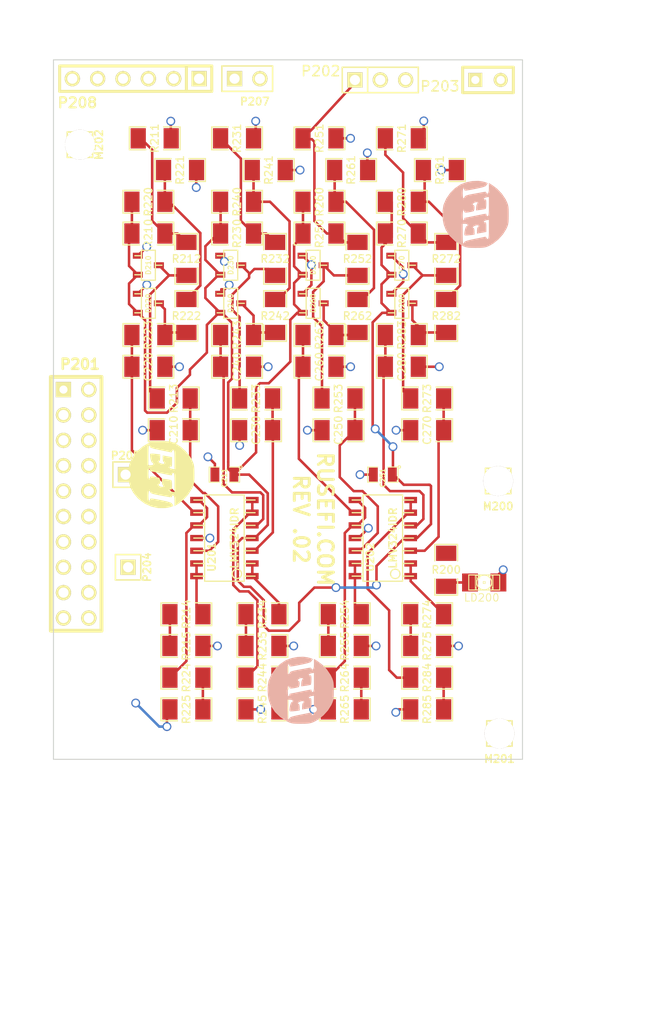
<source format=kicad_pcb>
(kicad_pcb (version 3) (host pcbnew "(2013-07-07 BZR 4022)-stable")

  (general
    (links 155)
    (no_connects 61)
    (area 52.07 88.138 186.700001 190.510001)
    (thickness 1.6)
    (drawings 17)
    (tracks 455)
    (zones 0)
    (modules 83)
    (nets 46)
  )

  (page A)
  (title_block 
    (title "Analgo Protection board for RUSEFI.com")
    (rev .01)
    (company RUSEFI.com)
  )

  (layers
    (15 F.Cu signal)
    (0 B.Cu signal)
    (16 B.Adhes user)
    (17 F.Adhes user)
    (18 B.Paste user)
    (19 F.Paste user)
    (20 B.SilkS user)
    (21 F.SilkS user)
    (22 B.Mask user)
    (23 F.Mask user)
    (24 Dwgs.User user)
    (25 Cmts.User user)
    (26 Eco1.User user)
    (27 Eco2.User user)
    (28 Edge.Cuts user)
  )

  (setup
    (last_trace_width 0.254)
    (trace_clearance 0.2032)
    (zone_clearance 0.254)
    (zone_45_only no)
    (trace_min 0.254)
    (segment_width 0.2)
    (edge_width 0.1)
    (via_size 0.889)
    (via_drill 0.635)
    (via_min_size 0.889)
    (via_min_drill 0.508)
    (uvia_size 0.508)
    (uvia_drill 0.127)
    (uvias_allowed no)
    (uvia_min_size 0.508)
    (uvia_min_drill 0.127)
    (pcb_text_width 0.3)
    (pcb_text_size 1.5 1.5)
    (mod_edge_width 0.15)
    (mod_text_size 1 1)
    (mod_text_width 0.15)
    (pad_size 3 3)
    (pad_drill 3)
    (pad_to_mask_clearance 0)
    (aux_axis_origin 0 0)
    (visible_elements 7FFFFF3F)
    (pcbplotparams
      (layerselection 317751297)
      (usegerberextensions true)
      (excludeedgelayer true)
      (linewidth 0.150000)
      (plotframeref false)
      (viasonmask false)
      (mode 1)
      (useauxorigin false)
      (hpglpennumber 1)
      (hpglpenspeed 20)
      (hpglpendiameter 15)
      (hpglpenoverlay 2)
      (psnegative false)
      (psa4output false)
      (plotreference true)
      (plotvalue true)
      (plotothertext true)
      (plotinvisibletext false)
      (padsonsilk false)
      (subtractmaskfromsilk false)
      (outputformat 1)
      (mirror false)
      (drillshape 0)
      (scaleselection 1)
      (outputdirectory adc_amp_divider_mfg))
  )

  (net 0 "")
  (net 1 /INP1)
  (net 2 /INP2)
  (net 3 /INP3)
  (net 4 /INP4)
  (net 5 /INP5)
  (net 6 /INP6)
  (net 7 /INP7)
  (net 8 /INP8)
  (net 9 /OUT1)
  (net 10 /OUT2)
  (net 11 /OUT3)
  (net 12 /OUT4)
  (net 13 /OUT5)
  (net 14 /OUT6)
  (net 15 /OUT7)
  (net 16 /OUT8)
  (net 17 /PA5)
  (net 18 /PC0)
  (net 19 GND)
  (net 20 N-0000011)
  (net 21 N-0000012)
  (net 22 N-0000018)
  (net 23 N-0000019)
  (net 24 N-0000020)
  (net 25 N-0000021)
  (net 26 N-0000022)
  (net 27 N-0000023)
  (net 28 N-0000024)
  (net 29 N-0000025)
  (net 30 N-0000026)
  (net 31 N-0000027)
  (net 32 N-0000030)
  (net 33 N-0000031)
  (net 34 N-0000032)
  (net 35 N-0000033)
  (net 36 N-0000048)
  (net 37 N-0000049)
  (net 38 N-0000052)
  (net 39 N-0000053)
  (net 40 N-0000054)
  (net 41 N-0000057)
  (net 42 N-0000061)
  (net 43 N-0000062)
  (net 44 N-0000067)
  (net 45 VCC)

  (net_class Default "This is the default net class."
    (clearance 0.2032)
    (trace_width 0.254)
    (via_dia 0.889)
    (via_drill 0.635)
    (uvia_dia 0.508)
    (uvia_drill 0.127)
    (add_net "")
    (add_net /INP1)
    (add_net /INP2)
    (add_net /INP3)
    (add_net /INP4)
    (add_net /INP5)
    (add_net /INP6)
    (add_net /INP7)
    (add_net /INP8)
    (add_net /OUT1)
    (add_net /OUT2)
    (add_net /OUT3)
    (add_net /OUT4)
    (add_net /OUT5)
    (add_net /OUT6)
    (add_net /OUT7)
    (add_net /OUT8)
    (add_net /PA5)
    (add_net /PC0)
    (add_net GND)
    (add_net N-0000011)
    (add_net N-0000012)
    (add_net N-0000018)
    (add_net N-0000019)
    (add_net N-0000020)
    (add_net N-0000021)
    (add_net N-0000022)
    (add_net N-0000023)
    (add_net N-0000024)
    (add_net N-0000025)
    (add_net N-0000026)
    (add_net N-0000027)
    (add_net N-0000030)
    (add_net N-0000031)
    (add_net N-0000032)
    (add_net N-0000033)
    (add_net N-0000048)
    (add_net N-0000049)
    (add_net N-0000052)
    (add_net N-0000053)
    (add_net N-0000054)
    (add_net N-0000057)
    (add_net N-0000061)
    (add_net N-0000062)
    (add_net N-0000067)
    (add_net VCC)
  )

  (module PIN_ARRAY_1 (layer F.Cu) (tedit 52928799) (tstamp 5292877D)
    (at 128.651 102.489 270)
    (descr "1 pin")
    (tags "CONN DEV")
    (path /52896702)
    (fp_text reference M202 (at 0 -1.905 270) (layer F.SilkS)
      (effects (font (size 0.762 0.762) (thickness 0.1524)))
    )
    (fp_text value CONN_1 (at 0 -1.905 270) (layer F.SilkS) hide
      (effects (font (size 0.762 0.762) (thickness 0.1524)))
    )
    (fp_line (start 1.27 1.27) (end -1.27 1.27) (layer F.SilkS) (width 0.1524))
    (fp_line (start -1.27 -1.27) (end 1.27 -1.27) (layer F.SilkS) (width 0.1524))
    (fp_line (start -1.27 1.27) (end -1.27 -1.27) (layer F.SilkS) (width 0.1524))
    (fp_line (start 1.27 -1.27) (end 1.27 1.27) (layer F.SilkS) (width 0.1524))
    (pad 1 thru_hole circle (at 0 0 270) (size 3 3) (drill 3)
      (layers *.Cu *.Mask F.SilkS)
    )
  )

  (module PIN_ARRAY_1 (layer F.Cu) (tedit 52987390) (tstamp 5253077B)
    (at 170.688 161.417 90)
    (descr "1 pin")
    (tags "CONN DEV")
    (path /52530B0B)
    (fp_text reference M201 (at -2.54 0 180) (layer F.SilkS)
      (effects (font (size 0.762 0.762) (thickness 0.1524)))
    )
    (fp_text value CONN_1 (at 0 -1.905 90) (layer F.SilkS) hide
      (effects (font (size 0.762 0.762) (thickness 0.1524)))
    )
    (fp_line (start 1.27 1.27) (end -1.27 1.27) (layer F.SilkS) (width 0.1524))
    (fp_line (start -1.27 -1.27) (end 1.27 -1.27) (layer F.SilkS) (width 0.1524))
    (fp_line (start -1.27 1.27) (end -1.27 -1.27) (layer F.SilkS) (width 0.1524))
    (fp_line (start 1.27 -1.27) (end 1.27 1.27) (layer F.SilkS) (width 0.1524))
    (pad 1 thru_hole circle (at 0 0 90) (size 3 3) (drill 3)
      (layers *.Cu *.Mask F.SilkS)
    )
  )

  (module PIN_ARRAY_1 (layer F.Cu) (tedit 52987387) (tstamp 52530772)
    (at 170.561 136.144 90)
    (descr "1 pin")
    (tags "CONN DEV")
    (path /52530AFC)
    (fp_text reference M200 (at -2.54 0 180) (layer F.SilkS)
      (effects (font (size 0.762 0.762) (thickness 0.1524)))
    )
    (fp_text value CONN_1 (at 0 -1.905 90) (layer F.SilkS) hide
      (effects (font (size 0.762 0.762) (thickness 0.1524)))
    )
    (fp_line (start 1.27 1.27) (end -1.27 1.27) (layer F.SilkS) (width 0.1524))
    (fp_line (start -1.27 -1.27) (end 1.27 -1.27) (layer F.SilkS) (width 0.1524))
    (fp_line (start -1.27 1.27) (end -1.27 -1.27) (layer F.SilkS) (width 0.1524))
    (fp_line (start 1.27 -1.27) (end 1.27 1.27) (layer F.SilkS) (width 0.1524))
    (pad 1 thru_hole circle (at 0 0 90) (size 3 3) (drill 3)
      (layers *.Cu *.Mask F.SilkS)
    )
  )

  (module SM1206 (layer F.Cu) (tedit 5295C896) (tstamp 5234F6F2)
    (at 139.319 152.654)
    (path /5234EE80)
    (attr smd)
    (fp_text reference R215 (at 0 0 90) (layer F.SilkS)
      (effects (font (size 0.762 0.762) (thickness 0.127)))
    )
    (fp_text value 1500 (at 0 0) (layer F.SilkS) hide
      (effects (font (size 0.762 0.762) (thickness 0.127)))
    )
    (fp_line (start -2.54 -1.143) (end -2.54 1.143) (layer F.SilkS) (width 0.127))
    (fp_line (start -2.54 1.143) (end -0.889 1.143) (layer F.SilkS) (width 0.127))
    (fp_line (start 0.889 -1.143) (end 2.54 -1.143) (layer F.SilkS) (width 0.127))
    (fp_line (start 2.54 -1.143) (end 2.54 1.143) (layer F.SilkS) (width 0.127))
    (fp_line (start 2.54 1.143) (end 0.889 1.143) (layer F.SilkS) (width 0.127))
    (fp_line (start -0.889 -1.143) (end -2.54 -1.143) (layer F.SilkS) (width 0.127))
    (pad 1 smd rect (at -1.651 0) (size 1.524 2.032)
      (layers F.Cu F.Paste F.Mask)
      (net 9 /OUT1)
    )
    (pad 2 smd rect (at 1.651 0) (size 1.524 2.032)
      (layers F.Cu F.Paste F.Mask)
      (net 19 GND)
    )
    (model smd/chip_cms.wrl
      (at (xyz 0 0 0))
      (scale (xyz 0.17 0.16 0.16))
      (rotate (xyz 0 0 0))
    )
  )

  (module SM1206 (layer F.Cu) (tedit 5295C895) (tstamp 5234F6FE)
    (at 139.319 149.479 180)
    (path /5234EE8F)
    (attr smd)
    (fp_text reference R214 (at 0 0 270) (layer F.SilkS)
      (effects (font (size 0.762 0.762) (thickness 0.127)))
    )
    (fp_text value 1500 (at 0 0 180) (layer F.SilkS) hide
      (effects (font (size 0.762 0.762) (thickness 0.127)))
    )
    (fp_line (start -2.54 -1.143) (end -2.54 1.143) (layer F.SilkS) (width 0.127))
    (fp_line (start -2.54 1.143) (end -0.889 1.143) (layer F.SilkS) (width 0.127))
    (fp_line (start 0.889 -1.143) (end 2.54 -1.143) (layer F.SilkS) (width 0.127))
    (fp_line (start 2.54 -1.143) (end 2.54 1.143) (layer F.SilkS) (width 0.127))
    (fp_line (start 2.54 1.143) (end 0.889 1.143) (layer F.SilkS) (width 0.127))
    (fp_line (start -0.889 -1.143) (end -2.54 -1.143) (layer F.SilkS) (width 0.127))
    (pad 1 smd rect (at -1.651 0 180) (size 1.524 2.032)
      (layers F.Cu F.Paste F.Mask)
      (net 38 N-0000052)
    )
    (pad 2 smd rect (at 1.651 0 180) (size 1.524 2.032)
      (layers F.Cu F.Paste F.Mask)
      (net 9 /OUT1)
    )
    (model smd/chip_cms.wrl
      (at (xyz 0 0 0))
      (scale (xyz 0.17 0.16 0.16))
      (rotate (xyz 0 0 0))
    )
  )

  (module PIN_ARRAY_10X2 (layer F.Cu) (tedit 52AAEBFA) (tstamp 5234F712)
    (at 128.27 138.43 270)
    (descr "Double rangee de contacts 2 x 10 pins")
    (tags CONN)
    (path /5234F161)
    (fp_text reference P201 (at -13.97 -0.381 360) (layer F.SilkS)
      (effects (font (size 1.016 1.016) (thickness 0.254)))
    )
    (fp_text value CONN_10X2 (at 0 3.81 270) (layer F.SilkS) hide
      (effects (font (size 1.016 1.016) (thickness 0.2032)))
    )
    (fp_line (start 12.7 2.54) (end -12.7 2.54) (layer F.SilkS) (width 0.381))
    (fp_line (start -12.7 -2.54) (end 12.7 -2.54) (layer F.SilkS) (width 0.381))
    (fp_line (start -12.7 -2.54) (end -12.7 2.54) (layer F.SilkS) (width 0.381))
    (fp_line (start 12.7 2.54) (end 12.7 -2.54) (layer F.SilkS) (width 0.381))
    (pad 1 thru_hole rect (at -11.43 1.27 270) (size 1.524 1.524) (drill 0.8128)
      (layers *.Cu *.Mask F.SilkS)
      (net 19 GND)
    )
    (pad 2 thru_hole circle (at -11.43 -1.27 270) (size 1.524 1.524) (drill 1.016)
      (layers *.Cu *.Mask F.SilkS)
      (net 19 GND)
    )
    (pad 3 thru_hole circle (at -8.89 1.27 270) (size 1.524 1.524) (drill 1.016)
      (layers *.Cu *.Mask F.SilkS)
    )
    (pad 4 thru_hole circle (at -8.89 -1.27 270) (size 1.524 1.524) (drill 1.016)
      (layers *.Cu *.Mask F.SilkS)
    )
    (pad 5 thru_hole circle (at -6.35 1.27 270) (size 1.524 1.524) (drill 1.016)
      (layers *.Cu *.Mask F.SilkS)
      (net 19 GND)
    )
    (pad 6 thru_hole circle (at -6.35 -1.27 270) (size 1.524 1.524) (drill 1.016)
      (layers *.Cu *.Mask F.SilkS)
    )
    (pad 7 thru_hole circle (at -3.81 1.27 270) (size 1.524 1.524) (drill 1.016)
      (layers *.Cu *.Mask F.SilkS)
    )
    (pad 8 thru_hole circle (at -3.81 -1.27 270) (size 1.524 1.524) (drill 1.016)
      (layers *.Cu *.Mask F.SilkS)
      (net 18 /PC0)
    )
    (pad 9 thru_hole circle (at -1.27 1.27 270) (size 1.524 1.524) (drill 1.016)
      (layers *.Cu *.Mask F.SilkS)
    )
    (pad 10 thru_hole circle (at -1.27 -1.27 270) (size 1.524 1.524) (drill 1.016)
      (layers *.Cu *.Mask F.SilkS)
    )
    (pad 11 thru_hole circle (at 1.27 1.27 270) (size 1.524 1.524) (drill 1.016)
      (layers *.Cu *.Mask F.SilkS)
      (net 16 /OUT8)
    )
    (pad 12 thru_hole circle (at 1.27 -1.27 270) (size 1.524 1.524) (drill 1.016)
      (layers *.Cu *.Mask F.SilkS)
    )
    (pad 13 thru_hole circle (at 3.81 1.27 270) (size 1.524 1.524) (drill 1.016)
      (layers *.Cu *.Mask F.SilkS)
      (net 14 /OUT6)
    )
    (pad 14 thru_hole circle (at 3.81 -1.27 270) (size 1.524 1.524) (drill 1.016)
      (layers *.Cu *.Mask F.SilkS)
      (net 15 /OUT7)
    )
    (pad 15 thru_hole circle (at 6.35 1.27 270) (size 1.524 1.524) (drill 1.016)
      (layers *.Cu *.Mask F.SilkS)
      (net 17 /PA5)
    )
    (pad 16 thru_hole circle (at 6.35 -1.27 270) (size 1.524 1.524) (drill 1.016)
      (layers *.Cu *.Mask F.SilkS)
      (net 13 /OUT5)
    )
    (pad 17 thru_hole circle (at 8.89 1.27 270) (size 1.524 1.524) (drill 1.016)
      (layers *.Cu *.Mask F.SilkS)
      (net 11 /OUT3)
    )
    (pad 18 thru_hole circle (at 8.89 -1.27 270) (size 1.524 1.524) (drill 1.016)
      (layers *.Cu *.Mask F.SilkS)
      (net 12 /OUT4)
    )
    (pad 19 thru_hole circle (at 11.43 1.27 270) (size 1.524 1.524) (drill 1.016)
      (layers *.Cu *.Mask F.SilkS)
      (net 9 /OUT1)
    )
    (pad 20 thru_hole circle (at 11.43 -1.27 270) (size 1.524 1.524) (drill 1.016)
      (layers *.Cu *.Mask F.SilkS)
      (net 10 /OUT2)
    )
    (model pin_array/pins_array_12x2.wrl
      (at (xyz 0 0 0))
      (scale (xyz 1 1 1))
      (rotate (xyz 0 0 0))
    )
  )

  (module SM1206 (layer F.Cu) (tedit 5295C856) (tstamp 524F78BF)
    (at 136.144 101.854)
    (path /52350E9D)
    (attr smd)
    (fp_text reference R211 (at 0 0 90) (layer F.SilkS)
      (effects (font (size 0.762 0.762) (thickness 0.127)))
    )
    (fp_text value 500K (at 0 0) (layer F.SilkS) hide
      (effects (font (size 0.762 0.762) (thickness 0.127)))
    )
    (fp_line (start -2.54 -1.143) (end -2.54 1.143) (layer F.SilkS) (width 0.127))
    (fp_line (start -2.54 1.143) (end -0.889 1.143) (layer F.SilkS) (width 0.127))
    (fp_line (start 0.889 -1.143) (end 2.54 -1.143) (layer F.SilkS) (width 0.127))
    (fp_line (start 2.54 -1.143) (end 2.54 1.143) (layer F.SilkS) (width 0.127))
    (fp_line (start 2.54 1.143) (end 0.889 1.143) (layer F.SilkS) (width 0.127))
    (fp_line (start -0.889 -1.143) (end -2.54 -1.143) (layer F.SilkS) (width 0.127))
    (pad 1 smd rect (at -1.651 0) (size 1.524 2.032)
      (layers F.Cu F.Paste F.Mask)
      (net 1 /INP1)
    )
    (pad 2 smd rect (at 1.651 0) (size 1.524 2.032)
      (layers F.Cu F.Paste F.Mask)
      (net 19 GND)
    )
    (model smd/chip_cms.wrl
      (at (xyz 0 0 0))
      (scale (xyz 0.17 0.16 0.16))
      (rotate (xyz 0 0 0))
    )
  )

  (module SM1206 (layer F.Cu) (tedit 5295C89B) (tstamp 52351546)
    (at 139.319 159.004 180)
    (path /5235311B)
    (attr smd)
    (fp_text reference R225 (at 0 0 270) (layer F.SilkS)
      (effects (font (size 0.762 0.762) (thickness 0.127)))
    )
    (fp_text value 1500 (at 0 0 180) (layer F.SilkS) hide
      (effects (font (size 0.762 0.762) (thickness 0.127)))
    )
    (fp_line (start -2.54 -1.143) (end -2.54 1.143) (layer F.SilkS) (width 0.127))
    (fp_line (start -2.54 1.143) (end -0.889 1.143) (layer F.SilkS) (width 0.127))
    (fp_line (start 0.889 -1.143) (end 2.54 -1.143) (layer F.SilkS) (width 0.127))
    (fp_line (start 2.54 -1.143) (end 2.54 1.143) (layer F.SilkS) (width 0.127))
    (fp_line (start 2.54 1.143) (end 0.889 1.143) (layer F.SilkS) (width 0.127))
    (fp_line (start -0.889 -1.143) (end -2.54 -1.143) (layer F.SilkS) (width 0.127))
    (pad 1 smd rect (at -1.651 0 180) (size 1.524 2.032)
      (layers F.Cu F.Paste F.Mask)
      (net 10 /OUT2)
    )
    (pad 2 smd rect (at 1.651 0 180) (size 1.524 2.032)
      (layers F.Cu F.Paste F.Mask)
      (net 19 GND)
    )
    (model smd/chip_cms.wrl
      (at (xyz 0 0 0))
      (scale (xyz 0.17 0.16 0.16))
      (rotate (xyz 0 0 0))
    )
  )

  (module SM1206 (layer F.Cu) (tedit 5295C897) (tstamp 52351552)
    (at 139.319 155.829)
    (path /52353061)
    (attr smd)
    (fp_text reference R224 (at 0 0 90) (layer F.SilkS)
      (effects (font (size 0.762 0.762) (thickness 0.127)))
    )
    (fp_text value 1500 (at 0 0) (layer F.SilkS) hide
      (effects (font (size 0.762 0.762) (thickness 0.127)))
    )
    (fp_line (start -2.54 -1.143) (end -2.54 1.143) (layer F.SilkS) (width 0.127))
    (fp_line (start -2.54 1.143) (end -0.889 1.143) (layer F.SilkS) (width 0.127))
    (fp_line (start 0.889 -1.143) (end 2.54 -1.143) (layer F.SilkS) (width 0.127))
    (fp_line (start 2.54 -1.143) (end 2.54 1.143) (layer F.SilkS) (width 0.127))
    (fp_line (start 2.54 1.143) (end 0.889 1.143) (layer F.SilkS) (width 0.127))
    (fp_line (start -0.889 -1.143) (end -2.54 -1.143) (layer F.SilkS) (width 0.127))
    (pad 1 smd rect (at -1.651 0) (size 1.524 2.032)
      (layers F.Cu F.Paste F.Mask)
      (net 41 N-0000057)
    )
    (pad 2 smd rect (at 1.651 0) (size 1.524 2.032)
      (layers F.Cu F.Paste F.Mask)
      (net 10 /OUT2)
    )
    (model smd/chip_cms.wrl
      (at (xyz 0 0 0))
      (scale (xyz 0.17 0.16 0.16))
      (rotate (xyz 0 0 0))
    )
  )

  (module SM1206 (layer F.Cu) (tedit 5295C857) (tstamp 5235155E)
    (at 138.684 105.029)
    (path /52351952)
    (attr smd)
    (fp_text reference R221 (at 0 0 90) (layer F.SilkS)
      (effects (font (size 0.762 0.762) (thickness 0.127)))
    )
    (fp_text value 500K (at 0 0) (layer F.SilkS) hide
      (effects (font (size 0.762 0.762) (thickness 0.127)))
    )
    (fp_line (start -2.54 -1.143) (end -2.54 1.143) (layer F.SilkS) (width 0.127))
    (fp_line (start -2.54 1.143) (end -0.889 1.143) (layer F.SilkS) (width 0.127))
    (fp_line (start 0.889 -1.143) (end 2.54 -1.143) (layer F.SilkS) (width 0.127))
    (fp_line (start 2.54 -1.143) (end 2.54 1.143) (layer F.SilkS) (width 0.127))
    (fp_line (start 2.54 1.143) (end 0.889 1.143) (layer F.SilkS) (width 0.127))
    (fp_line (start -0.889 -1.143) (end -2.54 -1.143) (layer F.SilkS) (width 0.127))
    (pad 1 smd rect (at -1.651 0) (size 1.524 2.032)
      (layers F.Cu F.Paste F.Mask)
      (net 2 /INP2)
    )
    (pad 2 smd rect (at 1.651 0) (size 1.524 2.032)
      (layers F.Cu F.Paste F.Mask)
      (net 19 GND)
    )
    (model smd/chip_cms.wrl
      (at (xyz 0 0 0))
      (scale (xyz 0.17 0.16 0.16))
      (rotate (xyz 0 0 0))
    )
  )

  (module SM1206 (layer F.Cu) (tedit 5295C8B3) (tstamp 5235324A)
    (at 146.939 152.654)
    (path /524B78D4)
    (attr smd)
    (fp_text reference R235 (at 0 0 90) (layer F.SilkS)
      (effects (font (size 0.762 0.762) (thickness 0.127)))
    )
    (fp_text value 1500 (at 0 0) (layer F.SilkS) hide
      (effects (font (size 0.762 0.762) (thickness 0.127)))
    )
    (fp_line (start -2.54 -1.143) (end -2.54 1.143) (layer F.SilkS) (width 0.127))
    (fp_line (start -2.54 1.143) (end -0.889 1.143) (layer F.SilkS) (width 0.127))
    (fp_line (start 0.889 -1.143) (end 2.54 -1.143) (layer F.SilkS) (width 0.127))
    (fp_line (start 2.54 -1.143) (end 2.54 1.143) (layer F.SilkS) (width 0.127))
    (fp_line (start 2.54 1.143) (end 0.889 1.143) (layer F.SilkS) (width 0.127))
    (fp_line (start -0.889 -1.143) (end -2.54 -1.143) (layer F.SilkS) (width 0.127))
    (pad 1 smd rect (at -1.651 0) (size 1.524 2.032)
      (layers F.Cu F.Paste F.Mask)
      (net 11 /OUT3)
    )
    (pad 2 smd rect (at 1.651 0) (size 1.524 2.032)
      (layers F.Cu F.Paste F.Mask)
      (net 19 GND)
    )
    (model smd/chip_cms.wrl
      (at (xyz 0 0 0))
      (scale (xyz 0.17 0.16 0.16))
      (rotate (xyz 0 0 0))
    )
  )

  (module SM1206 (layer F.Cu) (tedit 5295C8B4) (tstamp 52353256)
    (at 146.939 149.479 180)
    (path /524B78DA)
    (attr smd)
    (fp_text reference R234 (at 0 0 270) (layer F.SilkS)
      (effects (font (size 0.762 0.762) (thickness 0.127)))
    )
    (fp_text value 1500 (at 0 0 180) (layer F.SilkS) hide
      (effects (font (size 0.762 0.762) (thickness 0.127)))
    )
    (fp_line (start -2.54 -1.143) (end -2.54 1.143) (layer F.SilkS) (width 0.127))
    (fp_line (start -2.54 1.143) (end -0.889 1.143) (layer F.SilkS) (width 0.127))
    (fp_line (start 0.889 -1.143) (end 2.54 -1.143) (layer F.SilkS) (width 0.127))
    (fp_line (start 2.54 -1.143) (end 2.54 1.143) (layer F.SilkS) (width 0.127))
    (fp_line (start 2.54 1.143) (end 0.889 1.143) (layer F.SilkS) (width 0.127))
    (fp_line (start -0.889 -1.143) (end -2.54 -1.143) (layer F.SilkS) (width 0.127))
    (pad 1 smd rect (at -1.651 0 180) (size 1.524 2.032)
      (layers F.Cu F.Paste F.Mask)
      (net 29 N-0000025)
    )
    (pad 2 smd rect (at 1.651 0 180) (size 1.524 2.032)
      (layers F.Cu F.Paste F.Mask)
      (net 11 /OUT3)
    )
    (model smd/chip_cms.wrl
      (at (xyz 0 0 0))
      (scale (xyz 0.17 0.16 0.16))
      (rotate (xyz 0 0 0))
    )
  )

  (module SM1206 (layer F.Cu) (tedit 5295C855) (tstamp 52353262)
    (at 144.399 101.854)
    (path /524B7902)
    (attr smd)
    (fp_text reference R231 (at 0 0 90) (layer F.SilkS)
      (effects (font (size 0.762 0.762) (thickness 0.127)))
    )
    (fp_text value 500K (at 0 0) (layer F.SilkS) hide
      (effects (font (size 0.762 0.762) (thickness 0.127)))
    )
    (fp_line (start -2.54 -1.143) (end -2.54 1.143) (layer F.SilkS) (width 0.127))
    (fp_line (start -2.54 1.143) (end -0.889 1.143) (layer F.SilkS) (width 0.127))
    (fp_line (start 0.889 -1.143) (end 2.54 -1.143) (layer F.SilkS) (width 0.127))
    (fp_line (start 2.54 -1.143) (end 2.54 1.143) (layer F.SilkS) (width 0.127))
    (fp_line (start 2.54 1.143) (end 0.889 1.143) (layer F.SilkS) (width 0.127))
    (fp_line (start -0.889 -1.143) (end -2.54 -1.143) (layer F.SilkS) (width 0.127))
    (pad 1 smd rect (at -1.651 0) (size 1.524 2.032)
      (layers F.Cu F.Paste F.Mask)
      (net 3 /INP3)
    )
    (pad 2 smd rect (at 1.651 0) (size 1.524 2.032)
      (layers F.Cu F.Paste F.Mask)
      (net 19 GND)
    )
    (model smd/chip_cms.wrl
      (at (xyz 0 0 0))
      (scale (xyz 0.17 0.16 0.16))
      (rotate (xyz 0 0 0))
    )
  )

  (module SM1206 (layer F.Cu) (tedit 5295C859) (tstamp 523F4724)
    (at 147.574 105.029)
    (path /524B7914)
    (attr smd)
    (fp_text reference R241 (at 0 0 90) (layer F.SilkS)
      (effects (font (size 0.762 0.762) (thickness 0.127)))
    )
    (fp_text value 500K (at 0 0) (layer F.SilkS) hide
      (effects (font (size 0.762 0.762) (thickness 0.127)))
    )
    (fp_line (start -2.54 -1.143) (end -2.54 1.143) (layer F.SilkS) (width 0.127))
    (fp_line (start -2.54 1.143) (end -0.889 1.143) (layer F.SilkS) (width 0.127))
    (fp_line (start 0.889 -1.143) (end 2.54 -1.143) (layer F.SilkS) (width 0.127))
    (fp_line (start 2.54 -1.143) (end 2.54 1.143) (layer F.SilkS) (width 0.127))
    (fp_line (start 2.54 1.143) (end 0.889 1.143) (layer F.SilkS) (width 0.127))
    (fp_line (start -0.889 -1.143) (end -2.54 -1.143) (layer F.SilkS) (width 0.127))
    (pad 1 smd rect (at -1.651 0) (size 1.524 2.032)
      (layers F.Cu F.Paste F.Mask)
      (net 4 /INP4)
    )
    (pad 2 smd rect (at 1.651 0) (size 1.524 2.032)
      (layers F.Cu F.Paste F.Mask)
      (net 19 GND)
    )
    (model smd/chip_cms.wrl
      (at (xyz 0 0 0))
      (scale (xyz 0.17 0.16 0.16))
      (rotate (xyz 0 0 0))
    )
  )

  (module SM1206 (layer F.Cu) (tedit 5295C8B3) (tstamp 523F4730)
    (at 146.939 155.829)
    (path /524B7920)
    (attr smd)
    (fp_text reference R244 (at 0 0 90) (layer F.SilkS)
      (effects (font (size 0.762 0.762) (thickness 0.127)))
    )
    (fp_text value 1500 (at 0 0) (layer F.SilkS) hide
      (effects (font (size 0.762 0.762) (thickness 0.127)))
    )
    (fp_line (start -2.54 -1.143) (end -2.54 1.143) (layer F.SilkS) (width 0.127))
    (fp_line (start -2.54 1.143) (end -0.889 1.143) (layer F.SilkS) (width 0.127))
    (fp_line (start 0.889 -1.143) (end 2.54 -1.143) (layer F.SilkS) (width 0.127))
    (fp_line (start 2.54 -1.143) (end 2.54 1.143) (layer F.SilkS) (width 0.127))
    (fp_line (start 2.54 1.143) (end 0.889 1.143) (layer F.SilkS) (width 0.127))
    (fp_line (start -0.889 -1.143) (end -2.54 -1.143) (layer F.SilkS) (width 0.127))
    (pad 1 smd rect (at -1.651 0) (size 1.524 2.032)
      (layers F.Cu F.Paste F.Mask)
      (net 30 N-0000026)
    )
    (pad 2 smd rect (at 1.651 0) (size 1.524 2.032)
      (layers F.Cu F.Paste F.Mask)
      (net 12 /OUT4)
    )
    (model smd/chip_cms.wrl
      (at (xyz 0 0 0))
      (scale (xyz 0.17 0.16 0.16))
      (rotate (xyz 0 0 0))
    )
  )

  (module SM1206 (layer F.Cu) (tedit 5295C8B2) (tstamp 523F473C)
    (at 146.939 159.004 180)
    (path /524B7926)
    (attr smd)
    (fp_text reference R245 (at 0 0 270) (layer F.SilkS)
      (effects (font (size 0.762 0.762) (thickness 0.127)))
    )
    (fp_text value 1500 (at 0 0 180) (layer F.SilkS) hide
      (effects (font (size 0.762 0.762) (thickness 0.127)))
    )
    (fp_line (start -2.54 -1.143) (end -2.54 1.143) (layer F.SilkS) (width 0.127))
    (fp_line (start -2.54 1.143) (end -0.889 1.143) (layer F.SilkS) (width 0.127))
    (fp_line (start 0.889 -1.143) (end 2.54 -1.143) (layer F.SilkS) (width 0.127))
    (fp_line (start 2.54 -1.143) (end 2.54 1.143) (layer F.SilkS) (width 0.127))
    (fp_line (start 2.54 1.143) (end 0.889 1.143) (layer F.SilkS) (width 0.127))
    (fp_line (start -0.889 -1.143) (end -2.54 -1.143) (layer F.SilkS) (width 0.127))
    (pad 1 smd rect (at -1.651 0 180) (size 1.524 2.032)
      (layers F.Cu F.Paste F.Mask)
      (net 12 /OUT4)
    )
    (pad 2 smd rect (at 1.651 0 180) (size 1.524 2.032)
      (layers F.Cu F.Paste F.Mask)
      (net 19 GND)
    )
    (model smd/chip_cms.wrl
      (at (xyz 0 0 0))
      (scale (xyz 0.17 0.16 0.16))
      (rotate (xyz 0 0 0))
    )
  )

  (module SM1206 (layer F.Cu) (tedit 5295C890) (tstamp 524A3351)
    (at 138.049 127.889)
    (path /524A093F)
    (attr smd)
    (fp_text reference R213 (at 0 0 90) (layer F.SilkS)
      (effects (font (size 0.762 0.762) (thickness 0.127)))
    )
    (fp_text value 100 (at 0 0) (layer F.SilkS) hide
      (effects (font (size 0.762 0.762) (thickness 0.127)))
    )
    (fp_line (start -2.54 -1.143) (end -2.54 1.143) (layer F.SilkS) (width 0.127))
    (fp_line (start -2.54 1.143) (end -0.889 1.143) (layer F.SilkS) (width 0.127))
    (fp_line (start 0.889 -1.143) (end 2.54 -1.143) (layer F.SilkS) (width 0.127))
    (fp_line (start 2.54 -1.143) (end 2.54 1.143) (layer F.SilkS) (width 0.127))
    (fp_line (start 2.54 1.143) (end 0.889 1.143) (layer F.SilkS) (width 0.127))
    (fp_line (start -0.889 -1.143) (end -2.54 -1.143) (layer F.SilkS) (width 0.127))
    (pad 1 smd rect (at -1.651 0) (size 1.524 2.032)
      (layers F.Cu F.Paste F.Mask)
      (net 22 N-0000018)
    )
    (pad 2 smd rect (at 1.651 0) (size 1.524 2.032)
      (layers F.Cu F.Paste F.Mask)
      (net 42 N-0000061)
    )
    (model smd/chip_cms.wrl
      (at (xyz 0 0 0))
      (scale (xyz 0.17 0.16 0.16))
      (rotate (xyz 0 0 0))
    )
  )

  (module SM1206 (layer F.Cu) (tedit 5295C889) (tstamp 524F78D9)
    (at 135.509 111.379 180)
    (path /524A0A89)
    (attr smd)
    (fp_text reference R210 (at 0 0 270) (layer F.SilkS)
      (effects (font (size 0.762 0.762) (thickness 0.127)))
    )
    (fp_text value 2700 (at 0 0 180) (layer F.SilkS) hide
      (effects (font (size 0.762 0.762) (thickness 0.127)))
    )
    (fp_line (start -2.54 -1.143) (end -2.54 1.143) (layer F.SilkS) (width 0.127))
    (fp_line (start -2.54 1.143) (end -0.889 1.143) (layer F.SilkS) (width 0.127))
    (fp_line (start 0.889 -1.143) (end 2.54 -1.143) (layer F.SilkS) (width 0.127))
    (fp_line (start 2.54 -1.143) (end 2.54 1.143) (layer F.SilkS) (width 0.127))
    (fp_line (start 2.54 1.143) (end 0.889 1.143) (layer F.SilkS) (width 0.127))
    (fp_line (start -0.889 -1.143) (end -2.54 -1.143) (layer F.SilkS) (width 0.127))
    (pad 1 smd rect (at -1.651 0 180) (size 1.524 2.032)
      (layers F.Cu F.Paste F.Mask)
      (net 1 /INP1)
    )
    (pad 2 smd rect (at 1.651 0 180) (size 1.524 2.032)
      (layers F.Cu F.Paste F.Mask)
      (net 45 VCC)
    )
    (model smd/chip_cms.wrl
      (at (xyz 0 0 0))
      (scale (xyz 0.17 0.16 0.16))
      (rotate (xyz 0 0 0))
    )
  )

  (module SM1206 (layer F.Cu) (tedit 5295C88F) (tstamp 524B72DC)
    (at 135.509 124.714 180)
    (path /524B71C8)
    (attr smd)
    (fp_text reference C220 (at 0 0 270) (layer F.SilkS)
      (effects (font (size 0.762 0.762) (thickness 0.127)))
    )
    (fp_text value 0.01uF (at 0 0 180) (layer F.SilkS) hide
      (effects (font (size 0.762 0.762) (thickness 0.127)))
    )
    (fp_line (start -2.54 -1.143) (end -2.54 1.143) (layer F.SilkS) (width 0.127))
    (fp_line (start -2.54 1.143) (end -0.889 1.143) (layer F.SilkS) (width 0.127))
    (fp_line (start 0.889 -1.143) (end 2.54 -1.143) (layer F.SilkS) (width 0.127))
    (fp_line (start 2.54 -1.143) (end 2.54 1.143) (layer F.SilkS) (width 0.127))
    (fp_line (start 2.54 1.143) (end 0.889 1.143) (layer F.SilkS) (width 0.127))
    (fp_line (start -0.889 -1.143) (end -2.54 -1.143) (layer F.SilkS) (width 0.127))
    (pad 1 smd rect (at -1.651 0 180) (size 1.524 2.032)
      (layers F.Cu F.Paste F.Mask)
      (net 19 GND)
    )
    (pad 2 smd rect (at 1.651 0 180) (size 1.524 2.032)
      (layers F.Cu F.Paste F.Mask)
      (net 43 N-0000062)
    )
    (model smd/chip_cms.wrl
      (at (xyz 0 0 0))
      (scale (xyz 0.17 0.16 0.16))
      (rotate (xyz 0 0 0))
    )
  )

  (module SM1206 (layer F.Cu) (tedit 5295C891) (tstamp 524B72E8)
    (at 138.049 131.064)
    (path /524A0957)
    (attr smd)
    (fp_text reference C210 (at 0 0 90) (layer F.SilkS)
      (effects (font (size 0.762 0.762) (thickness 0.127)))
    )
    (fp_text value 0.01uF (at 0 0) (layer F.SilkS) hide
      (effects (font (size 0.762 0.762) (thickness 0.127)))
    )
    (fp_line (start -2.54 -1.143) (end -2.54 1.143) (layer F.SilkS) (width 0.127))
    (fp_line (start -2.54 1.143) (end -0.889 1.143) (layer F.SilkS) (width 0.127))
    (fp_line (start 0.889 -1.143) (end 2.54 -1.143) (layer F.SilkS) (width 0.127))
    (fp_line (start 2.54 -1.143) (end 2.54 1.143) (layer F.SilkS) (width 0.127))
    (fp_line (start 2.54 1.143) (end 0.889 1.143) (layer F.SilkS) (width 0.127))
    (fp_line (start -0.889 -1.143) (end -2.54 -1.143) (layer F.SilkS) (width 0.127))
    (pad 1 smd rect (at -1.651 0) (size 1.524 2.032)
      (layers F.Cu F.Paste F.Mask)
      (net 19 GND)
    )
    (pad 2 smd rect (at 1.651 0) (size 1.524 2.032)
      (layers F.Cu F.Paste F.Mask)
      (net 42 N-0000061)
    )
    (model smd/chip_cms.wrl
      (at (xyz 0 0 0))
      (scale (xyz 0.17 0.16 0.16))
      (rotate (xyz 0 0 0))
    )
  )

  (module SM1206 (layer F.Cu) (tedit 5295C88D) (tstamp 524B72F4)
    (at 135.509 121.539 180)
    (path /524B71C2)
    (attr smd)
    (fp_text reference R223 (at 0 0 270) (layer F.SilkS)
      (effects (font (size 0.762 0.762) (thickness 0.127)))
    )
    (fp_text value 100 (at 0 0 180) (layer F.SilkS) hide
      (effects (font (size 0.762 0.762) (thickness 0.127)))
    )
    (fp_line (start -2.54 -1.143) (end -2.54 1.143) (layer F.SilkS) (width 0.127))
    (fp_line (start -2.54 1.143) (end -0.889 1.143) (layer F.SilkS) (width 0.127))
    (fp_line (start 0.889 -1.143) (end 2.54 -1.143) (layer F.SilkS) (width 0.127))
    (fp_line (start 2.54 -1.143) (end 2.54 1.143) (layer F.SilkS) (width 0.127))
    (fp_line (start 2.54 1.143) (end 0.889 1.143) (layer F.SilkS) (width 0.127))
    (fp_line (start -0.889 -1.143) (end -2.54 -1.143) (layer F.SilkS) (width 0.127))
    (pad 1 smd rect (at -1.651 0 180) (size 1.524 2.032)
      (layers F.Cu F.Paste F.Mask)
      (net 23 N-0000019)
    )
    (pad 2 smd rect (at 1.651 0 180) (size 1.524 2.032)
      (layers F.Cu F.Paste F.Mask)
      (net 43 N-0000062)
    )
    (model smd/chip_cms.wrl
      (at (xyz 0 0 0))
      (scale (xyz 0.17 0.16 0.16))
      (rotate (xyz 0 0 0))
    )
  )

  (module SM1206 (layer F.Cu) (tedit 5295C887) (tstamp 524B730C)
    (at 135.509 108.204 180)
    (path /524B7296)
    (attr smd)
    (fp_text reference R220 (at 0 0 270) (layer F.SilkS)
      (effects (font (size 0.762 0.762) (thickness 0.127)))
    )
    (fp_text value 2700 (at 0 0 180) (layer F.SilkS) hide
      (effects (font (size 0.762 0.762) (thickness 0.127)))
    )
    (fp_line (start -2.54 -1.143) (end -2.54 1.143) (layer F.SilkS) (width 0.127))
    (fp_line (start -2.54 1.143) (end -0.889 1.143) (layer F.SilkS) (width 0.127))
    (fp_line (start 0.889 -1.143) (end 2.54 -1.143) (layer F.SilkS) (width 0.127))
    (fp_line (start 2.54 -1.143) (end 2.54 1.143) (layer F.SilkS) (width 0.127))
    (fp_line (start 2.54 1.143) (end 0.889 1.143) (layer F.SilkS) (width 0.127))
    (fp_line (start -0.889 -1.143) (end -2.54 -1.143) (layer F.SilkS) (width 0.127))
    (pad 1 smd rect (at -1.651 0 180) (size 1.524 2.032)
      (layers F.Cu F.Paste F.Mask)
      (net 2 /INP2)
    )
    (pad 2 smd rect (at 1.651 0 180) (size 1.524 2.032)
      (layers F.Cu F.Paste F.Mask)
      (net 45 VCC)
    )
    (model smd/chip_cms.wrl
      (at (xyz 0 0 0))
      (scale (xyz 0.17 0.16 0.16))
      (rotate (xyz 0 0 0))
    )
  )

  (module SM1206 (layer F.Cu) (tedit 5295C881) (tstamp 524B791A)
    (at 146.304 127.889)
    (path /524B7954)
    (attr smd)
    (fp_text reference R233 (at 0 0 90) (layer F.SilkS)
      (effects (font (size 0.762 0.762) (thickness 0.127)))
    )
    (fp_text value 100 (at 0 0) (layer F.SilkS) hide
      (effects (font (size 0.762 0.762) (thickness 0.127)))
    )
    (fp_line (start -2.54 -1.143) (end -2.54 1.143) (layer F.SilkS) (width 0.127))
    (fp_line (start -2.54 1.143) (end -0.889 1.143) (layer F.SilkS) (width 0.127))
    (fp_line (start 0.889 -1.143) (end 2.54 -1.143) (layer F.SilkS) (width 0.127))
    (fp_line (start 2.54 -1.143) (end 2.54 1.143) (layer F.SilkS) (width 0.127))
    (fp_line (start 2.54 1.143) (end 0.889 1.143) (layer F.SilkS) (width 0.127))
    (fp_line (start -0.889 -1.143) (end -2.54 -1.143) (layer F.SilkS) (width 0.127))
    (pad 1 smd rect (at -1.651 0) (size 1.524 2.032)
      (layers F.Cu F.Paste F.Mask)
      (net 44 N-0000067)
    )
    (pad 2 smd rect (at 1.651 0) (size 1.524 2.032)
      (layers F.Cu F.Paste F.Mask)
      (net 31 N-0000027)
    )
    (model smd/chip_cms.wrl
      (at (xyz 0 0 0))
      (scale (xyz 0.17 0.16 0.16))
      (rotate (xyz 0 0 0))
    )
  )

  (module SM1206 (layer F.Cu) (tedit 5295C884) (tstamp 524B7932)
    (at 144.399 111.379 180)
    (path /524B7962)
    (attr smd)
    (fp_text reference R230 (at 0 0 270) (layer F.SilkS)
      (effects (font (size 0.762 0.762) (thickness 0.127)))
    )
    (fp_text value 2700 (at 0 0 180) (layer F.SilkS) hide
      (effects (font (size 0.762 0.762) (thickness 0.127)))
    )
    (fp_line (start -2.54 -1.143) (end -2.54 1.143) (layer F.SilkS) (width 0.127))
    (fp_line (start -2.54 1.143) (end -0.889 1.143) (layer F.SilkS) (width 0.127))
    (fp_line (start 0.889 -1.143) (end 2.54 -1.143) (layer F.SilkS) (width 0.127))
    (fp_line (start 2.54 -1.143) (end 2.54 1.143) (layer F.SilkS) (width 0.127))
    (fp_line (start 2.54 1.143) (end 0.889 1.143) (layer F.SilkS) (width 0.127))
    (fp_line (start -0.889 -1.143) (end -2.54 -1.143) (layer F.SilkS) (width 0.127))
    (pad 1 smd rect (at -1.651 0 180) (size 1.524 2.032)
      (layers F.Cu F.Paste F.Mask)
      (net 3 /INP3)
    )
    (pad 2 smd rect (at 1.651 0 180) (size 1.524 2.032)
      (layers F.Cu F.Paste F.Mask)
      (net 45 VCC)
    )
    (model smd/chip_cms.wrl
      (at (xyz 0 0 0))
      (scale (xyz 0.17 0.16 0.16))
      (rotate (xyz 0 0 0))
    )
  )

  (module SM1206 (layer F.Cu) (tedit 5295C87F) (tstamp 52929AB2)
    (at 144.399 121.539 180)
    (path /524B7976)
    (attr smd)
    (fp_text reference R243 (at 0 0 270) (layer F.SilkS)
      (effects (font (size 0.762 0.762) (thickness 0.127)))
    )
    (fp_text value 100 (at 0 0 180) (layer F.SilkS) hide
      (effects (font (size 0.762 0.762) (thickness 0.127)))
    )
    (fp_line (start -2.54 -1.143) (end -2.54 1.143) (layer F.SilkS) (width 0.127))
    (fp_line (start -2.54 1.143) (end -0.889 1.143) (layer F.SilkS) (width 0.127))
    (fp_line (start 0.889 -1.143) (end 2.54 -1.143) (layer F.SilkS) (width 0.127))
    (fp_line (start 2.54 -1.143) (end 2.54 1.143) (layer F.SilkS) (width 0.127))
    (fp_line (start 2.54 1.143) (end 0.889 1.143) (layer F.SilkS) (width 0.127))
    (fp_line (start -0.889 -1.143) (end -2.54 -1.143) (layer F.SilkS) (width 0.127))
    (pad 1 smd rect (at -1.651 0 180) (size 1.524 2.032)
      (layers F.Cu F.Paste F.Mask)
      (net 24 N-0000020)
    )
    (pad 2 smd rect (at 1.651 0 180) (size 1.524 2.032)
      (layers F.Cu F.Paste F.Mask)
      (net 25 N-0000021)
    )
    (model smd/chip_cms.wrl
      (at (xyz 0 0 0))
      (scale (xyz 0.17 0.16 0.16))
      (rotate (xyz 0 0 0))
    )
  )

  (module SM1206 (layer F.Cu) (tedit 5295C885) (tstamp 524B7956)
    (at 144.399 108.204 180)
    (path /524B798A)
    (attr smd)
    (fp_text reference R240 (at 0 0 270) (layer F.SilkS)
      (effects (font (size 0.762 0.762) (thickness 0.127)))
    )
    (fp_text value 2700 (at 0 0 180) (layer F.SilkS) hide
      (effects (font (size 0.762 0.762) (thickness 0.127)))
    )
    (fp_line (start -2.54 -1.143) (end -2.54 1.143) (layer F.SilkS) (width 0.127))
    (fp_line (start -2.54 1.143) (end -0.889 1.143) (layer F.SilkS) (width 0.127))
    (fp_line (start 0.889 -1.143) (end 2.54 -1.143) (layer F.SilkS) (width 0.127))
    (fp_line (start 2.54 -1.143) (end 2.54 1.143) (layer F.SilkS) (width 0.127))
    (fp_line (start 2.54 1.143) (end 0.889 1.143) (layer F.SilkS) (width 0.127))
    (fp_line (start -0.889 -1.143) (end -2.54 -1.143) (layer F.SilkS) (width 0.127))
    (pad 1 smd rect (at -1.651 0 180) (size 1.524 2.032)
      (layers F.Cu F.Paste F.Mask)
      (net 4 /INP4)
    )
    (pad 2 smd rect (at 1.651 0 180) (size 1.524 2.032)
      (layers F.Cu F.Paste F.Mask)
      (net 45 VCC)
    )
    (model smd/chip_cms.wrl
      (at (xyz 0 0 0))
      (scale (xyz 0.17 0.16 0.16))
      (rotate (xyz 0 0 0))
    )
  )

  (module SM1206 (layer F.Cu) (tedit 5295C835) (tstamp 524B83BC)
    (at 155.194 152.654)
    (path /524B8448)
    (attr smd)
    (fp_text reference R255 (at 0 0 90) (layer F.SilkS)
      (effects (font (size 0.762 0.762) (thickness 0.127)))
    )
    (fp_text value 1500 (at 0 0) (layer F.SilkS) hide
      (effects (font (size 0.762 0.762) (thickness 0.127)))
    )
    (fp_line (start -2.54 -1.143) (end -2.54 1.143) (layer F.SilkS) (width 0.127))
    (fp_line (start -2.54 1.143) (end -0.889 1.143) (layer F.SilkS) (width 0.127))
    (fp_line (start 0.889 -1.143) (end 2.54 -1.143) (layer F.SilkS) (width 0.127))
    (fp_line (start 2.54 -1.143) (end 2.54 1.143) (layer F.SilkS) (width 0.127))
    (fp_line (start 2.54 1.143) (end 0.889 1.143) (layer F.SilkS) (width 0.127))
    (fp_line (start -0.889 -1.143) (end -2.54 -1.143) (layer F.SilkS) (width 0.127))
    (pad 1 smd rect (at -1.651 0) (size 1.524 2.032)
      (layers F.Cu F.Paste F.Mask)
      (net 13 /OUT5)
    )
    (pad 2 smd rect (at 1.651 0) (size 1.524 2.032)
      (layers F.Cu F.Paste F.Mask)
      (net 19 GND)
    )
    (model smd/chip_cms.wrl
      (at (xyz 0 0 0))
      (scale (xyz 0.17 0.16 0.16))
      (rotate (xyz 0 0 0))
    )
  )

  (module SM1206 (layer F.Cu) (tedit 5295C879) (tstamp 524B83C8)
    (at 152.654 108.204 180)
    (path /524B84FE)
    (attr smd)
    (fp_text reference R260 (at 0 0 270) (layer F.SilkS)
      (effects (font (size 0.762 0.762) (thickness 0.127)))
    )
    (fp_text value 2700 (at 0 0 180) (layer F.SilkS) hide
      (effects (font (size 0.762 0.762) (thickness 0.127)))
    )
    (fp_line (start -2.54 -1.143) (end -2.54 1.143) (layer F.SilkS) (width 0.127))
    (fp_line (start -2.54 1.143) (end -0.889 1.143) (layer F.SilkS) (width 0.127))
    (fp_line (start 0.889 -1.143) (end 2.54 -1.143) (layer F.SilkS) (width 0.127))
    (fp_line (start 2.54 -1.143) (end 2.54 1.143) (layer F.SilkS) (width 0.127))
    (fp_line (start 2.54 1.143) (end 0.889 1.143) (layer F.SilkS) (width 0.127))
    (fp_line (start -0.889 -1.143) (end -2.54 -1.143) (layer F.SilkS) (width 0.127))
    (pad 1 smd rect (at -1.651 0 180) (size 1.524 2.032)
      (layers F.Cu F.Paste F.Mask)
      (net 6 /INP6)
    )
    (pad 2 smd rect (at 1.651 0 180) (size 1.524 2.032)
      (layers F.Cu F.Paste F.Mask)
      (net 45 VCC)
    )
    (model smd/chip_cms.wrl
      (at (xyz 0 0 0))
      (scale (xyz 0.17 0.16 0.16))
      (rotate (xyz 0 0 0))
    )
  )

  (module SM1206 (layer F.Cu) (tedit 5295C874) (tstamp 524B83E0)
    (at 152.654 121.539 180)
    (path /524B84EA)
    (attr smd)
    (fp_text reference R263 (at 0 0 270) (layer F.SilkS)
      (effects (font (size 0.762 0.762) (thickness 0.127)))
    )
    (fp_text value 100 (at 0 0 180) (layer F.SilkS) hide
      (effects (font (size 0.762 0.762) (thickness 0.127)))
    )
    (fp_line (start -2.54 -1.143) (end -2.54 1.143) (layer F.SilkS) (width 0.127))
    (fp_line (start -2.54 1.143) (end -0.889 1.143) (layer F.SilkS) (width 0.127))
    (fp_line (start 0.889 -1.143) (end 2.54 -1.143) (layer F.SilkS) (width 0.127))
    (fp_line (start 2.54 -1.143) (end 2.54 1.143) (layer F.SilkS) (width 0.127))
    (fp_line (start 2.54 1.143) (end 0.889 1.143) (layer F.SilkS) (width 0.127))
    (fp_line (start -0.889 -1.143) (end -2.54 -1.143) (layer F.SilkS) (width 0.127))
    (pad 1 smd rect (at -1.651 0 180) (size 1.524 2.032)
      (layers F.Cu F.Paste F.Mask)
      (net 37 N-0000049)
    )
    (pad 2 smd rect (at 1.651 0 180) (size 1.524 2.032)
      (layers F.Cu F.Paste F.Mask)
      (net 20 N-0000011)
    )
    (model smd/chip_cms.wrl
      (at (xyz 0 0 0))
      (scale (xyz 0.17 0.16 0.16))
      (rotate (xyz 0 0 0))
    )
  )

  (module SM1206 (layer F.Cu) (tedit 5295C878) (tstamp 524B83EC)
    (at 152.654 111.379 180)
    (path /524B84D6)
    (attr smd)
    (fp_text reference R250 (at 0 0 270) (layer F.SilkS)
      (effects (font (size 0.762 0.762) (thickness 0.127)))
    )
    (fp_text value 2700 (at 0 0 180) (layer F.SilkS) hide
      (effects (font (size 0.762 0.762) (thickness 0.127)))
    )
    (fp_line (start -2.54 -1.143) (end -2.54 1.143) (layer F.SilkS) (width 0.127))
    (fp_line (start -2.54 1.143) (end -0.889 1.143) (layer F.SilkS) (width 0.127))
    (fp_line (start 0.889 -1.143) (end 2.54 -1.143) (layer F.SilkS) (width 0.127))
    (fp_line (start 2.54 -1.143) (end 2.54 1.143) (layer F.SilkS) (width 0.127))
    (fp_line (start 2.54 1.143) (end 0.889 1.143) (layer F.SilkS) (width 0.127))
    (fp_line (start -0.889 -1.143) (end -2.54 -1.143) (layer F.SilkS) (width 0.127))
    (pad 1 smd rect (at -1.651 0 180) (size 1.524 2.032)
      (layers F.Cu F.Paste F.Mask)
      (net 5 /INP5)
    )
    (pad 2 smd rect (at 1.651 0 180) (size 1.524 2.032)
      (layers F.Cu F.Paste F.Mask)
      (net 45 VCC)
    )
    (model smd/chip_cms.wrl
      (at (xyz 0 0 0))
      (scale (xyz 0.17 0.16 0.16))
      (rotate (xyz 0 0 0))
    )
  )

  (module SM1206 (layer F.Cu) (tedit 5295C870) (tstamp 524B8404)
    (at 154.559 127.889)
    (path /524B84C8)
    (attr smd)
    (fp_text reference R253 (at 0 0 90) (layer F.SilkS)
      (effects (font (size 0.762 0.762) (thickness 0.127)))
    )
    (fp_text value 100 (at 0 0) (layer F.SilkS) hide
      (effects (font (size 0.762 0.762) (thickness 0.127)))
    )
    (fp_line (start -2.54 -1.143) (end -2.54 1.143) (layer F.SilkS) (width 0.127))
    (fp_line (start -2.54 1.143) (end -0.889 1.143) (layer F.SilkS) (width 0.127))
    (fp_line (start 0.889 -1.143) (end 2.54 -1.143) (layer F.SilkS) (width 0.127))
    (fp_line (start 2.54 -1.143) (end 2.54 1.143) (layer F.SilkS) (width 0.127))
    (fp_line (start 2.54 1.143) (end 0.889 1.143) (layer F.SilkS) (width 0.127))
    (fp_line (start -0.889 -1.143) (end -2.54 -1.143) (layer F.SilkS) (width 0.127))
    (pad 1 smd rect (at -1.651 0) (size 1.524 2.032)
      (layers F.Cu F.Paste F.Mask)
      (net 36 N-0000048)
    )
    (pad 2 smd rect (at 1.651 0) (size 1.524 2.032)
      (layers F.Cu F.Paste F.Mask)
      (net 33 N-0000031)
    )
    (model smd/chip_cms.wrl
      (at (xyz 0 0 0))
      (scale (xyz 0.17 0.16 0.16))
      (rotate (xyz 0 0 0))
    )
  )

  (module SM1206 (layer F.Cu) (tedit 5295C88C) (tstamp 524B841C)
    (at 139.319 119.634 270)
    (path /525223BA)
    (attr smd)
    (fp_text reference R222 (at 0 0 360) (layer F.SilkS)
      (effects (font (size 0.762 0.762) (thickness 0.127)))
    )
    (fp_text value 10k (at 0 0 270) (layer F.SilkS) hide
      (effects (font (size 0.762 0.762) (thickness 0.127)))
    )
    (fp_line (start -2.54 -1.143) (end -2.54 1.143) (layer F.SilkS) (width 0.127))
    (fp_line (start -2.54 1.143) (end -0.889 1.143) (layer F.SilkS) (width 0.127))
    (fp_line (start 0.889 -1.143) (end 2.54 -1.143) (layer F.SilkS) (width 0.127))
    (fp_line (start 2.54 -1.143) (end 2.54 1.143) (layer F.SilkS) (width 0.127))
    (fp_line (start 2.54 1.143) (end 0.889 1.143) (layer F.SilkS) (width 0.127))
    (fp_line (start -0.889 -1.143) (end -2.54 -1.143) (layer F.SilkS) (width 0.127))
    (pad 1 smd rect (at -1.651 0 270) (size 1.524 2.032)
      (layers F.Cu F.Paste F.Mask)
      (net 2 /INP2)
    )
    (pad 2 smd rect (at 1.651 0 270) (size 1.524 2.032)
      (layers F.Cu F.Paste F.Mask)
      (net 23 N-0000019)
    )
    (model smd/chip_cms.wrl
      (at (xyz 0 0 0))
      (scale (xyz 0.17 0.16 0.16))
      (rotate (xyz 0 0 0))
    )
  )

  (module SM1206 (layer F.Cu) (tedit 5295C88A) (tstamp 52890B0E)
    (at 139.319 113.919 270)
    (path /525221CC)
    (attr smd)
    (fp_text reference R212 (at 0 0 360) (layer F.SilkS)
      (effects (font (size 0.762 0.762) (thickness 0.127)))
    )
    (fp_text value 10k (at 0 0 270) (layer F.SilkS) hide
      (effects (font (size 0.762 0.762) (thickness 0.127)))
    )
    (fp_line (start -2.54 -1.143) (end -2.54 1.143) (layer F.SilkS) (width 0.127))
    (fp_line (start -2.54 1.143) (end -0.889 1.143) (layer F.SilkS) (width 0.127))
    (fp_line (start 0.889 -1.143) (end 2.54 -1.143) (layer F.SilkS) (width 0.127))
    (fp_line (start 2.54 -1.143) (end 2.54 1.143) (layer F.SilkS) (width 0.127))
    (fp_line (start 2.54 1.143) (end 0.889 1.143) (layer F.SilkS) (width 0.127))
    (fp_line (start -0.889 -1.143) (end -2.54 -1.143) (layer F.SilkS) (width 0.127))
    (pad 1 smd rect (at -1.651 0 270) (size 1.524 2.032)
      (layers F.Cu F.Paste F.Mask)
      (net 1 /INP1)
    )
    (pad 2 smd rect (at 1.651 0 270) (size 1.524 2.032)
      (layers F.Cu F.Paste F.Mask)
      (net 22 N-0000018)
    )
    (model smd/chip_cms.wrl
      (at (xyz 0 0 0))
      (scale (xyz 0.17 0.16 0.16))
      (rotate (xyz 0 0 0))
    )
  )

  (module SM1206 (layer F.Cu) (tedit 5295C85A) (tstamp 524B8440)
    (at 152.654 101.854)
    (path /524B8476)
    (attr smd)
    (fp_text reference R251 (at 0 0 90) (layer F.SilkS)
      (effects (font (size 0.762 0.762) (thickness 0.127)))
    )
    (fp_text value 500K (at 0 0) (layer F.SilkS) hide
      (effects (font (size 0.762 0.762) (thickness 0.127)))
    )
    (fp_line (start -2.54 -1.143) (end -2.54 1.143) (layer F.SilkS) (width 0.127))
    (fp_line (start -2.54 1.143) (end -0.889 1.143) (layer F.SilkS) (width 0.127))
    (fp_line (start 0.889 -1.143) (end 2.54 -1.143) (layer F.SilkS) (width 0.127))
    (fp_line (start 2.54 -1.143) (end 2.54 1.143) (layer F.SilkS) (width 0.127))
    (fp_line (start 2.54 1.143) (end 0.889 1.143) (layer F.SilkS) (width 0.127))
    (fp_line (start -0.889 -1.143) (end -2.54 -1.143) (layer F.SilkS) (width 0.127))
    (pad 1 smd rect (at -1.651 0) (size 1.524 2.032)
      (layers F.Cu F.Paste F.Mask)
      (net 5 /INP5)
    )
    (pad 2 smd rect (at 1.651 0) (size 1.524 2.032)
      (layers F.Cu F.Paste F.Mask)
      (net 19 GND)
    )
    (model smd/chip_cms.wrl
      (at (xyz 0 0 0))
      (scale (xyz 0.17 0.16 0.16))
      (rotate (xyz 0 0 0))
    )
  )

  (module SM1206 (layer F.Cu) (tedit 5295C833) (tstamp 524F7C85)
    (at 155.194 149.479 180)
    (path /524B844E)
    (attr smd)
    (fp_text reference R254 (at 0 0 270) (layer F.SilkS)
      (effects (font (size 0.762 0.762) (thickness 0.127)))
    )
    (fp_text value 1500 (at 0 0 180) (layer F.SilkS) hide
      (effects (font (size 0.762 0.762) (thickness 0.127)))
    )
    (fp_line (start -2.54 -1.143) (end -2.54 1.143) (layer F.SilkS) (width 0.127))
    (fp_line (start -2.54 1.143) (end -0.889 1.143) (layer F.SilkS) (width 0.127))
    (fp_line (start 0.889 -1.143) (end 2.54 -1.143) (layer F.SilkS) (width 0.127))
    (fp_line (start 2.54 -1.143) (end 2.54 1.143) (layer F.SilkS) (width 0.127))
    (fp_line (start 2.54 1.143) (end 0.889 1.143) (layer F.SilkS) (width 0.127))
    (fp_line (start -0.889 -1.143) (end -2.54 -1.143) (layer F.SilkS) (width 0.127))
    (pad 1 smd rect (at -1.651 0 180) (size 1.524 2.032)
      (layers F.Cu F.Paste F.Mask)
      (net 34 N-0000032)
    )
    (pad 2 smd rect (at 1.651 0 180) (size 1.524 2.032)
      (layers F.Cu F.Paste F.Mask)
      (net 13 /OUT5)
    )
    (model smd/chip_cms.wrl
      (at (xyz 0 0 0))
      (scale (xyz 0.17 0.16 0.16))
      (rotate (xyz 0 0 0))
    )
  )

  (module SM1206 (layer F.Cu) (tedit 5295C89D) (tstamp 524F6D60)
    (at 165.354 145.034 270)
    (path /524F714A)
    (attr smd)
    (fp_text reference R200 (at 0 0 360) (layer F.SilkS)
      (effects (font (size 0.762 0.762) (thickness 0.127)))
    )
    (fp_text value 100 (at 0 0 270) (layer F.SilkS) hide
      (effects (font (size 0.762 0.762) (thickness 0.127)))
    )
    (fp_line (start -2.54 -1.143) (end -2.54 1.143) (layer F.SilkS) (width 0.127))
    (fp_line (start -2.54 1.143) (end -0.889 1.143) (layer F.SilkS) (width 0.127))
    (fp_line (start 0.889 -1.143) (end 2.54 -1.143) (layer F.SilkS) (width 0.127))
    (fp_line (start 2.54 -1.143) (end 2.54 1.143) (layer F.SilkS) (width 0.127))
    (fp_line (start 2.54 1.143) (end 0.889 1.143) (layer F.SilkS) (width 0.127))
    (fp_line (start -0.889 -1.143) (end -2.54 -1.143) (layer F.SilkS) (width 0.127))
    (pad 1 smd rect (at -1.651 0 270) (size 1.524 2.032)
      (layers F.Cu F.Paste F.Mask)
      (net 45 VCC)
    )
    (pad 2 smd rect (at 1.651 0 270) (size 1.524 2.032)
      (layers F.Cu F.Paste F.Mask)
      (net 21 N-0000012)
    )
    (model smd/chip_cms.wrl
      (at (xyz 0 0 0))
      (scale (xyz 0.17 0.16 0.16))
      (rotate (xyz 0 0 0))
    )
  )

  (module PIN_ARRAY_3X1 (layer F.Cu) (tedit 52AAEBC3) (tstamp 524F6D6C)
    (at 158.75 96.012)
    (descr "Connecteur 3 pins")
    (tags "CONN DEV")
    (path /524F6D3B)
    (fp_text reference P202 (at -5.969 -0.889) (layer F.SilkS)
      (effects (font (size 1.016 1.016) (thickness 0.1524)))
    )
    (fp_text value CONN_3 (at 0 -2.159) (layer F.SilkS) hide
      (effects (font (size 1.016 1.016) (thickness 0.1524)))
    )
    (fp_line (start -3.81 1.27) (end -3.81 -1.27) (layer F.SilkS) (width 0.1524))
    (fp_line (start -3.81 -1.27) (end 3.81 -1.27) (layer F.SilkS) (width 0.1524))
    (fp_line (start 3.81 -1.27) (end 3.81 1.27) (layer F.SilkS) (width 0.1524))
    (fp_line (start 3.81 1.27) (end -3.81 1.27) (layer F.SilkS) (width 0.1524))
    (fp_line (start -1.27 -1.27) (end -1.27 1.27) (layer F.SilkS) (width 0.1524))
    (pad 1 thru_hole rect (at -2.54 0) (size 1.524 1.524) (drill 1.016)
      (layers *.Cu *.Mask F.SilkS)
      (net 45 VCC)
    )
    (pad 2 thru_hole circle (at 0 0) (size 1.524 1.524) (drill 1.016)
      (layers *.Cu *.Mask F.SilkS)
      (net 45 VCC)
    )
    (pad 3 thru_hole circle (at 2.54 0) (size 1.524 1.524) (drill 1.016)
      (layers *.Cu *.Mask F.SilkS)
      (net 45 VCC)
    )
    (model pin_array/pins_array_3x1.wrl
      (at (xyz 0 0 0))
      (scale (xyz 1 1 1))
      (rotate (xyz 0 0 0))
    )
  )

  (module LED-1206 (layer F.Cu) (tedit 5295C8A5) (tstamp 524F6D96)
    (at 169.164 146.304 180)
    (descr "LED 1206 smd package")
    (tags "LED1206 SMD")
    (path /524F705F)
    (attr smd)
    (fp_text reference LD200 (at 0.254 -1.524 180) (layer F.SilkS)
      (effects (font (size 0.762 0.762) (thickness 0.0889)))
    )
    (fp_text value LED (at 0 1.524 180) (layer F.SilkS) hide
      (effects (font (size 0.762 0.762) (thickness 0.0889)))
    )
    (fp_line (start -0.09906 0.09906) (end 0.09906 0.09906) (layer F.SilkS) (width 0.06604))
    (fp_line (start 0.09906 0.09906) (end 0.09906 -0.09906) (layer F.SilkS) (width 0.06604))
    (fp_line (start -0.09906 -0.09906) (end 0.09906 -0.09906) (layer F.SilkS) (width 0.06604))
    (fp_line (start -0.09906 0.09906) (end -0.09906 -0.09906) (layer F.SilkS) (width 0.06604))
    (fp_line (start 0.44958 0.6985) (end 0.79756 0.6985) (layer F.SilkS) (width 0.06604))
    (fp_line (start 0.79756 0.6985) (end 0.79756 0.44958) (layer F.SilkS) (width 0.06604))
    (fp_line (start 0.44958 0.44958) (end 0.79756 0.44958) (layer F.SilkS) (width 0.06604))
    (fp_line (start 0.44958 0.6985) (end 0.44958 0.44958) (layer F.SilkS) (width 0.06604))
    (fp_line (start 0.79756 0.6985) (end 0.89916 0.6985) (layer F.SilkS) (width 0.06604))
    (fp_line (start 0.89916 0.6985) (end 0.89916 -0.49784) (layer F.SilkS) (width 0.06604))
    (fp_line (start 0.79756 -0.49784) (end 0.89916 -0.49784) (layer F.SilkS) (width 0.06604))
    (fp_line (start 0.79756 0.6985) (end 0.79756 -0.49784) (layer F.SilkS) (width 0.06604))
    (fp_line (start 0.79756 -0.54864) (end 0.89916 -0.54864) (layer F.SilkS) (width 0.06604))
    (fp_line (start 0.89916 -0.54864) (end 0.89916 -0.6985) (layer F.SilkS) (width 0.06604))
    (fp_line (start 0.79756 -0.6985) (end 0.89916 -0.6985) (layer F.SilkS) (width 0.06604))
    (fp_line (start 0.79756 -0.54864) (end 0.79756 -0.6985) (layer F.SilkS) (width 0.06604))
    (fp_line (start -0.89916 0.6985) (end -0.79756 0.6985) (layer F.SilkS) (width 0.06604))
    (fp_line (start -0.79756 0.6985) (end -0.79756 -0.49784) (layer F.SilkS) (width 0.06604))
    (fp_line (start -0.89916 -0.49784) (end -0.79756 -0.49784) (layer F.SilkS) (width 0.06604))
    (fp_line (start -0.89916 0.6985) (end -0.89916 -0.49784) (layer F.SilkS) (width 0.06604))
    (fp_line (start -0.89916 -0.54864) (end -0.79756 -0.54864) (layer F.SilkS) (width 0.06604))
    (fp_line (start -0.79756 -0.54864) (end -0.79756 -0.6985) (layer F.SilkS) (width 0.06604))
    (fp_line (start -0.89916 -0.6985) (end -0.79756 -0.6985) (layer F.SilkS) (width 0.06604))
    (fp_line (start -0.89916 -0.54864) (end -0.89916 -0.6985) (layer F.SilkS) (width 0.06604))
    (fp_line (start 0.44958 0.6985) (end 0.59944 0.6985) (layer F.SilkS) (width 0.06604))
    (fp_line (start 0.59944 0.6985) (end 0.59944 0.44958) (layer F.SilkS) (width 0.06604))
    (fp_line (start 0.44958 0.44958) (end 0.59944 0.44958) (layer F.SilkS) (width 0.06604))
    (fp_line (start 0.44958 0.6985) (end 0.44958 0.44958) (layer F.SilkS) (width 0.06604))
    (fp_line (start 1.5494 0.7493) (end -1.5494 0.7493) (layer F.SilkS) (width 0.1016))
    (fp_line (start -1.5494 0.7493) (end -1.5494 -0.7493) (layer F.SilkS) (width 0.1016))
    (fp_line (start -1.5494 -0.7493) (end 1.5494 -0.7493) (layer F.SilkS) (width 0.1016))
    (fp_line (start 1.5494 -0.7493) (end 1.5494 0.7493) (layer F.SilkS) (width 0.1016))
    (fp_arc (start 0 0) (end 0.54864 0.49784) (angle 95.4) (layer F.SilkS) (width 0.1016))
    (fp_arc (start 0 0) (end -0.54864 0.49784) (angle 84.5) (layer F.SilkS) (width 0.1016))
    (fp_arc (start 0 0) (end -0.54864 -0.49784) (angle 95.4) (layer F.SilkS) (width 0.1016))
    (fp_arc (start 0 0) (end 0.54864 -0.49784) (angle 84.5) (layer F.SilkS) (width 0.1016))
    (pad 1 smd rect (at -1.41986 0 180) (size 1.59766 1.80086)
      (layers F.Cu F.Paste F.Mask)
      (net 19 GND)
    )
    (pad 2 smd rect (at 1.41986 0 180) (size 1.59766 1.80086)
      (layers F.Cu F.Paste F.Mask)
      (net 21 N-0000012)
    )
  )

  (module sot23 (layer F.Cu) (tedit 5295CD79) (tstamp 524F7578)
    (at 143.764 114.554 270)
    (descr SOT23)
    (path /524F7290)
    (attr smd)
    (fp_text reference D230 (at 0 0 270) (layer F.SilkS)
      (effects (font (size 0.50038 0.50038) (thickness 0.09906)))
    )
    (fp_text value DOUBLE_SCHOTTKY (at 0 0.09906 270) (layer F.SilkS) hide
      (effects (font (size 0.50038 0.50038) (thickness 0.09906)))
    )
    (fp_line (start 0.9525 0.6985) (end 0.9525 1.3589) (layer F.SilkS) (width 0.127))
    (fp_line (start -0.9525 0.6985) (end -0.9525 1.3589) (layer F.SilkS) (width 0.127))
    (fp_line (start 0 -0.6985) (end 0 -1.3589) (layer F.SilkS) (width 0.127))
    (fp_line (start -1.4986 -0.6985) (end 1.4986 -0.6985) (layer F.SilkS) (width 0.127))
    (fp_line (start 1.4986 -0.6985) (end 1.4986 0.6985) (layer F.SilkS) (width 0.127))
    (fp_line (start 1.4986 0.6985) (end -1.4986 0.6985) (layer F.SilkS) (width 0.127))
    (fp_line (start -1.4986 0.6985) (end -1.4986 -0.6985) (layer F.SilkS) (width 0.127))
    (pad 1 smd rect (at -0.9525 1.05664 270) (size 0.59944 1.00076)
      (layers F.Cu F.Paste F.Mask)
      (net 19 GND)
    )
    (pad 2 smd rect (at 0 -1.05664 270) (size 0.59944 1.00076)
      (layers F.Cu F.Paste F.Mask)
      (net 44 N-0000067)
    )
    (pad 3 smd rect (at 0.9525 1.05664 270) (size 0.59944 1.00076)
      (layers F.Cu F.Paste F.Mask)
      (net 45 VCC)
    )
    (model smd/smd_transistors/sot23.wrl
      (at (xyz 0 0 0))
      (scale (xyz 1 1 1))
      (rotate (xyz 0 0 0))
    )
  )

  (module sot23 (layer F.Cu) (tedit 50BDE8CE) (tstamp 524F804B)
    (at 135.509 118.364 270)
    (descr SOT23)
    (path /524F7EE6)
    (attr smd)
    (fp_text reference D220 (at 0 0 270) (layer F.SilkS)
      (effects (font (size 0.50038 0.50038) (thickness 0.09906)))
    )
    (fp_text value DOUBLE_SCHOTTKY (at 0 0.09906 270) (layer F.SilkS) hide
      (effects (font (size 0.50038 0.50038) (thickness 0.09906)))
    )
    (fp_line (start 0.9525 0.6985) (end 0.9525 1.3589) (layer F.SilkS) (width 0.127))
    (fp_line (start -0.9525 0.6985) (end -0.9525 1.3589) (layer F.SilkS) (width 0.127))
    (fp_line (start 0 -0.6985) (end 0 -1.3589) (layer F.SilkS) (width 0.127))
    (fp_line (start -1.4986 -0.6985) (end 1.4986 -0.6985) (layer F.SilkS) (width 0.127))
    (fp_line (start 1.4986 -0.6985) (end 1.4986 0.6985) (layer F.SilkS) (width 0.127))
    (fp_line (start 1.4986 0.6985) (end -1.4986 0.6985) (layer F.SilkS) (width 0.127))
    (fp_line (start -1.4986 0.6985) (end -1.4986 -0.6985) (layer F.SilkS) (width 0.127))
    (pad 1 smd rect (at -0.9525 1.05664 270) (size 0.59944 1.00076)
      (layers F.Cu F.Paste F.Mask)
      (net 19 GND)
    )
    (pad 2 smd rect (at 0 -1.05664 270) (size 0.59944 1.00076)
      (layers F.Cu F.Paste F.Mask)
      (net 23 N-0000019)
    )
    (pad 3 smd rect (at 0.9525 1.05664 270) (size 0.59944 1.00076)
      (layers F.Cu F.Paste F.Mask)
      (net 45 VCC)
    )
    (model smd/smd_transistors/sot23.wrl
      (at (xyz 0 0 0))
      (scale (xyz 1 1 1))
      (rotate (xyz 0 0 0))
    )
  )

  (module sot23 (layer F.Cu) (tedit 50BDE8CE) (tstamp 52501515)
    (at 143.764 118.364 270)
    (descr SOT23)
    (path /524F7ED1)
    (attr smd)
    (fp_text reference D240 (at 0 0 270) (layer F.SilkS)
      (effects (font (size 0.50038 0.50038) (thickness 0.09906)))
    )
    (fp_text value DOUBLE_SCHOTTKY (at 0 0.09906 270) (layer F.SilkS) hide
      (effects (font (size 0.50038 0.50038) (thickness 0.09906)))
    )
    (fp_line (start 0.9525 0.6985) (end 0.9525 1.3589) (layer F.SilkS) (width 0.127))
    (fp_line (start -0.9525 0.6985) (end -0.9525 1.3589) (layer F.SilkS) (width 0.127))
    (fp_line (start 0 -0.6985) (end 0 -1.3589) (layer F.SilkS) (width 0.127))
    (fp_line (start -1.4986 -0.6985) (end 1.4986 -0.6985) (layer F.SilkS) (width 0.127))
    (fp_line (start 1.4986 -0.6985) (end 1.4986 0.6985) (layer F.SilkS) (width 0.127))
    (fp_line (start 1.4986 0.6985) (end -1.4986 0.6985) (layer F.SilkS) (width 0.127))
    (fp_line (start -1.4986 0.6985) (end -1.4986 -0.6985) (layer F.SilkS) (width 0.127))
    (pad 1 smd rect (at -0.9525 1.05664 270) (size 0.59944 1.00076)
      (layers F.Cu F.Paste F.Mask)
      (net 19 GND)
    )
    (pad 2 smd rect (at 0 -1.05664 270) (size 0.59944 1.00076)
      (layers F.Cu F.Paste F.Mask)
      (net 24 N-0000020)
    )
    (pad 3 smd rect (at 0.9525 1.05664 270) (size 0.59944 1.00076)
      (layers F.Cu F.Paste F.Mask)
      (net 45 VCC)
    )
    (model smd/smd_transistors/sot23.wrl
      (at (xyz 0 0 0))
      (scale (xyz 1 1 1))
      (rotate (xyz 0 0 0))
    )
  )

  (module sot23 (layer F.Cu) (tedit 52501C4A) (tstamp 525015AF)
    (at 135.509 114.554 270)
    (descr SOT23)
    (path /524F7F12)
    (attr smd)
    (fp_text reference D210 (at 0 0 270) (layer F.SilkS)
      (effects (font (size 0.50038 0.50038) (thickness 0.09906)))
    )
    (fp_text value DOUBLE_SCHOTTKY (at 0 0.09906 360) (layer F.SilkS) hide
      (effects (font (size 0.50038 0.50038) (thickness 0.09906)))
    )
    (fp_line (start 0.9525 0.6985) (end 0.9525 1.3589) (layer F.SilkS) (width 0.127))
    (fp_line (start -0.9525 0.6985) (end -0.9525 1.3589) (layer F.SilkS) (width 0.127))
    (fp_line (start 0 -0.6985) (end 0 -1.3589) (layer F.SilkS) (width 0.127))
    (fp_line (start -1.4986 -0.6985) (end 1.4986 -0.6985) (layer F.SilkS) (width 0.127))
    (fp_line (start 1.4986 -0.6985) (end 1.4986 0.6985) (layer F.SilkS) (width 0.127))
    (fp_line (start 1.4986 0.6985) (end -1.4986 0.6985) (layer F.SilkS) (width 0.127))
    (fp_line (start -1.4986 0.6985) (end -1.4986 -0.6985) (layer F.SilkS) (width 0.127))
    (pad 1 smd rect (at -0.9525 1.05664 270) (size 0.59944 1.00076)
      (layers F.Cu F.Paste F.Mask)
      (net 19 GND)
    )
    (pad 2 smd rect (at 0 -1.05664 270) (size 0.59944 1.00076)
      (layers F.Cu F.Paste F.Mask)
      (net 22 N-0000018)
    )
    (pad 3 smd rect (at 0.9525 1.05664 270) (size 0.59944 1.00076)
      (layers F.Cu F.Paste F.Mask)
      (net 45 VCC)
    )
    (model smd/smd_transistors/sot23.wrl
      (at (xyz 0 0 0))
      (scale (xyz 1 1 1))
      (rotate (xyz 0 0 0))
    )
  )

  (module SM1206 (layer F.Cu) (tedit 5295C882) (tstamp 52506A3B)
    (at 146.304 131.064)
    (path /524B795A)
    (attr smd)
    (fp_text reference C230 (at 0 0 90) (layer F.SilkS)
      (effects (font (size 0.762 0.762) (thickness 0.127)))
    )
    (fp_text value 0.01uF (at 0 0) (layer F.SilkS) hide
      (effects (font (size 0.762 0.762) (thickness 0.127)))
    )
    (fp_line (start -2.54 -1.143) (end -2.54 1.143) (layer F.SilkS) (width 0.127))
    (fp_line (start -2.54 1.143) (end -0.889 1.143) (layer F.SilkS) (width 0.127))
    (fp_line (start 0.889 -1.143) (end 2.54 -1.143) (layer F.SilkS) (width 0.127))
    (fp_line (start 2.54 -1.143) (end 2.54 1.143) (layer F.SilkS) (width 0.127))
    (fp_line (start 2.54 1.143) (end 0.889 1.143) (layer F.SilkS) (width 0.127))
    (fp_line (start -0.889 -1.143) (end -2.54 -1.143) (layer F.SilkS) (width 0.127))
    (pad 1 smd rect (at -1.651 0) (size 1.524 2.032)
      (layers F.Cu F.Paste F.Mask)
      (net 19 GND)
    )
    (pad 2 smd rect (at 1.651 0) (size 1.524 2.032)
      (layers F.Cu F.Paste F.Mask)
      (net 31 N-0000027)
    )
    (model smd/chip_cms.wrl
      (at (xyz 0 0 0))
      (scale (xyz 0.17 0.16 0.16))
      (rotate (xyz 0 0 0))
    )
  )

  (module SM1206 (layer F.Cu) (tedit 5295C880) (tstamp 52506A47)
    (at 144.399 124.714 180)
    (path /524B797C)
    (attr smd)
    (fp_text reference C240 (at 0 0 270) (layer F.SilkS)
      (effects (font (size 0.762 0.762) (thickness 0.127)))
    )
    (fp_text value 0.01uF (at 0 0 180) (layer F.SilkS) hide
      (effects (font (size 0.762 0.762) (thickness 0.127)))
    )
    (fp_line (start -2.54 -1.143) (end -2.54 1.143) (layer F.SilkS) (width 0.127))
    (fp_line (start -2.54 1.143) (end -0.889 1.143) (layer F.SilkS) (width 0.127))
    (fp_line (start 0.889 -1.143) (end 2.54 -1.143) (layer F.SilkS) (width 0.127))
    (fp_line (start 2.54 -1.143) (end 2.54 1.143) (layer F.SilkS) (width 0.127))
    (fp_line (start 2.54 1.143) (end 0.889 1.143) (layer F.SilkS) (width 0.127))
    (fp_line (start -0.889 -1.143) (end -2.54 -1.143) (layer F.SilkS) (width 0.127))
    (pad 1 smd rect (at -1.651 0 180) (size 1.524 2.032)
      (layers F.Cu F.Paste F.Mask)
      (net 19 GND)
    )
    (pad 2 smd rect (at 1.651 0 180) (size 1.524 2.032)
      (layers F.Cu F.Paste F.Mask)
      (net 25 N-0000021)
    )
    (model smd/chip_cms.wrl
      (at (xyz 0 0 0))
      (scale (xyz 0.17 0.16 0.16))
      (rotate (xyz 0 0 0))
    )
  )

  (module SM1206 (layer F.Cu) (tedit 5295C86F) (tstamp 52506A6B)
    (at 154.559 131.064)
    (path /524B84CE)
    (attr smd)
    (fp_text reference C250 (at 0 0 90) (layer F.SilkS)
      (effects (font (size 0.762 0.762) (thickness 0.127)))
    )
    (fp_text value 0.01uF (at 0 0) (layer F.SilkS) hide
      (effects (font (size 0.762 0.762) (thickness 0.127)))
    )
    (fp_line (start -2.54 -1.143) (end -2.54 1.143) (layer F.SilkS) (width 0.127))
    (fp_line (start -2.54 1.143) (end -0.889 1.143) (layer F.SilkS) (width 0.127))
    (fp_line (start 0.889 -1.143) (end 2.54 -1.143) (layer F.SilkS) (width 0.127))
    (fp_line (start 2.54 -1.143) (end 2.54 1.143) (layer F.SilkS) (width 0.127))
    (fp_line (start 2.54 1.143) (end 0.889 1.143) (layer F.SilkS) (width 0.127))
    (fp_line (start -0.889 -1.143) (end -2.54 -1.143) (layer F.SilkS) (width 0.127))
    (pad 1 smd rect (at -1.651 0) (size 1.524 2.032)
      (layers F.Cu F.Paste F.Mask)
      (net 19 GND)
    )
    (pad 2 smd rect (at 1.651 0) (size 1.524 2.032)
      (layers F.Cu F.Paste F.Mask)
      (net 33 N-0000031)
    )
    (model smd/chip_cms.wrl
      (at (xyz 0 0 0))
      (scale (xyz 0.17 0.16 0.16))
      (rotate (xyz 0 0 0))
    )
  )

  (module SM1206 (layer F.Cu) (tedit 5295C871) (tstamp 52506A77)
    (at 152.654 124.714 180)
    (path /524B84F0)
    (attr smd)
    (fp_text reference C260 (at 0 0 270) (layer F.SilkS)
      (effects (font (size 0.762 0.762) (thickness 0.127)))
    )
    (fp_text value 0.01uF (at 0 0 180) (layer F.SilkS) hide
      (effects (font (size 0.762 0.762) (thickness 0.127)))
    )
    (fp_line (start -2.54 -1.143) (end -2.54 1.143) (layer F.SilkS) (width 0.127))
    (fp_line (start -2.54 1.143) (end -0.889 1.143) (layer F.SilkS) (width 0.127))
    (fp_line (start 0.889 -1.143) (end 2.54 -1.143) (layer F.SilkS) (width 0.127))
    (fp_line (start 2.54 -1.143) (end 2.54 1.143) (layer F.SilkS) (width 0.127))
    (fp_line (start 2.54 1.143) (end 0.889 1.143) (layer F.SilkS) (width 0.127))
    (fp_line (start -0.889 -1.143) (end -2.54 -1.143) (layer F.SilkS) (width 0.127))
    (pad 1 smd rect (at -1.651 0 180) (size 1.524 2.032)
      (layers F.Cu F.Paste F.Mask)
      (net 19 GND)
    )
    (pad 2 smd rect (at 1.651 0 180) (size 1.524 2.032)
      (layers F.Cu F.Paste F.Mask)
      (net 20 N-0000011)
    )
    (model smd/chip_cms.wrl
      (at (xyz 0 0 0))
      (scale (xyz 0.17 0.16 0.16))
      (rotate (xyz 0 0 0))
    )
  )

  (module SM1206 (layer F.Cu) (tedit 5295C85B) (tstamp 5250A2EA)
    (at 155.829 105.029)
    (path /524B8488)
    (attr smd)
    (fp_text reference R261 (at 0 0 90) (layer F.SilkS)
      (effects (font (size 0.762 0.762) (thickness 0.127)))
    )
    (fp_text value 500K (at 0 0) (layer F.SilkS) hide
      (effects (font (size 0.762 0.762) (thickness 0.127)))
    )
    (fp_line (start -2.54 -1.143) (end -2.54 1.143) (layer F.SilkS) (width 0.127))
    (fp_line (start -2.54 1.143) (end -0.889 1.143) (layer F.SilkS) (width 0.127))
    (fp_line (start 0.889 -1.143) (end 2.54 -1.143) (layer F.SilkS) (width 0.127))
    (fp_line (start 2.54 -1.143) (end 2.54 1.143) (layer F.SilkS) (width 0.127))
    (fp_line (start 2.54 1.143) (end 0.889 1.143) (layer F.SilkS) (width 0.127))
    (fp_line (start -0.889 -1.143) (end -2.54 -1.143) (layer F.SilkS) (width 0.127))
    (pad 1 smd rect (at -1.651 0) (size 1.524 2.032)
      (layers F.Cu F.Paste F.Mask)
      (net 6 /INP6)
    )
    (pad 2 smd rect (at 1.651 0) (size 1.524 2.032)
      (layers F.Cu F.Paste F.Mask)
      (net 19 GND)
    )
    (model smd/chip_cms.wrl
      (at (xyz 0 0 0))
      (scale (xyz 0.17 0.16 0.16))
      (rotate (xyz 0 0 0))
    )
  )

  (module SM1206 (layer F.Cu) (tedit 5295C868) (tstamp 524B847C)
    (at 160.909 124.714 180)
    (path /524B8427)
    (attr smd)
    (fp_text reference C280 (at 0 0 270) (layer F.SilkS)
      (effects (font (size 0.762 0.762) (thickness 0.127)))
    )
    (fp_text value 0.01uF (at 0 0 180) (layer F.SilkS) hide
      (effects (font (size 0.762 0.762) (thickness 0.127)))
    )
    (fp_line (start -2.54 -1.143) (end -2.54 1.143) (layer F.SilkS) (width 0.127))
    (fp_line (start -2.54 1.143) (end -0.889 1.143) (layer F.SilkS) (width 0.127))
    (fp_line (start 0.889 -1.143) (end 2.54 -1.143) (layer F.SilkS) (width 0.127))
    (fp_line (start 2.54 -1.143) (end 2.54 1.143) (layer F.SilkS) (width 0.127))
    (fp_line (start 2.54 1.143) (end 0.889 1.143) (layer F.SilkS) (width 0.127))
    (fp_line (start -0.889 -1.143) (end -2.54 -1.143) (layer F.SilkS) (width 0.127))
    (pad 1 smd rect (at -1.651 0 180) (size 1.524 2.032)
      (layers F.Cu F.Paste F.Mask)
      (net 19 GND)
    )
    (pad 2 smd rect (at 1.651 0 180) (size 1.524 2.032)
      (layers F.Cu F.Paste F.Mask)
      (net 35 N-0000033)
    )
    (model smd/chip_cms.wrl
      (at (xyz 0 0 0))
      (scale (xyz 0.17 0.16 0.16))
      (rotate (xyz 0 0 0))
    )
  )

  (module SM1206 (layer F.Cu) (tedit 5295C86A) (tstamp 524B84A0)
    (at 163.449 131.064)
    (path /524B8405)
    (attr smd)
    (fp_text reference C270 (at 0 0 90) (layer F.SilkS)
      (effects (font (size 0.762 0.762) (thickness 0.127)))
    )
    (fp_text value 0.01uF (at 0 0) (layer F.SilkS) hide
      (effects (font (size 0.762 0.762) (thickness 0.127)))
    )
    (fp_line (start -2.54 -1.143) (end -2.54 1.143) (layer F.SilkS) (width 0.127))
    (fp_line (start -2.54 1.143) (end -0.889 1.143) (layer F.SilkS) (width 0.127))
    (fp_line (start 0.889 -1.143) (end 2.54 -1.143) (layer F.SilkS) (width 0.127))
    (fp_line (start 2.54 -1.143) (end 2.54 1.143) (layer F.SilkS) (width 0.127))
    (fp_line (start 2.54 1.143) (end 0.889 1.143) (layer F.SilkS) (width 0.127))
    (fp_line (start -0.889 -1.143) (end -2.54 -1.143) (layer F.SilkS) (width 0.127))
    (pad 1 smd rect (at -1.651 0) (size 1.524 2.032)
      (layers F.Cu F.Paste F.Mask)
      (net 19 GND)
    )
    (pad 2 smd rect (at 1.651 0) (size 1.524 2.032)
      (layers F.Cu F.Paste F.Mask)
      (net 28 N-0000024)
    )
    (model smd/chip_cms.wrl
      (at (xyz 0 0 0))
      (scale (xyz 0.17 0.16 0.16))
      (rotate (xyz 0 0 0))
    )
  )

  (module SM1206 (layer F.Cu) (tedit 5295C831) (tstamp 524B8458)
    (at 163.449 149.479 180)
    (path /524B8385)
    (attr smd)
    (fp_text reference R274 (at 0 0 270) (layer F.SilkS)
      (effects (font (size 0.762 0.762) (thickness 0.127)))
    )
    (fp_text value 1500 (at 0 0 180) (layer F.SilkS) hide
      (effects (font (size 0.762 0.762) (thickness 0.127)))
    )
    (fp_line (start -2.54 -1.143) (end -2.54 1.143) (layer F.SilkS) (width 0.127))
    (fp_line (start -2.54 1.143) (end -0.889 1.143) (layer F.SilkS) (width 0.127))
    (fp_line (start 0.889 -1.143) (end 2.54 -1.143) (layer F.SilkS) (width 0.127))
    (fp_line (start 2.54 -1.143) (end 2.54 1.143) (layer F.SilkS) (width 0.127))
    (fp_line (start 2.54 1.143) (end 0.889 1.143) (layer F.SilkS) (width 0.127))
    (fp_line (start -0.889 -1.143) (end -2.54 -1.143) (layer F.SilkS) (width 0.127))
    (pad 1 smd rect (at -1.651 0 180) (size 1.524 2.032)
      (layers F.Cu F.Paste F.Mask)
      (net 26 N-0000022)
    )
    (pad 2 smd rect (at 1.651 0 180) (size 1.524 2.032)
      (layers F.Cu F.Paste F.Mask)
      (net 15 /OUT7)
    )
    (model smd/chip_cms.wrl
      (at (xyz 0 0 0))
      (scale (xyz 0.17 0.16 0.16))
      (rotate (xyz 0 0 0))
    )
  )

  (module SM1206 (layer F.Cu) (tedit 5295C82F) (tstamp 524B8464)
    (at 163.449 152.654)
    (path /524B837F)
    (attr smd)
    (fp_text reference R275 (at 0 0 90) (layer F.SilkS)
      (effects (font (size 0.762 0.762) (thickness 0.127)))
    )
    (fp_text value 1500 (at 0 0) (layer F.SilkS) hide
      (effects (font (size 0.762 0.762) (thickness 0.127)))
    )
    (fp_line (start -2.54 -1.143) (end -2.54 1.143) (layer F.SilkS) (width 0.127))
    (fp_line (start -2.54 1.143) (end -0.889 1.143) (layer F.SilkS) (width 0.127))
    (fp_line (start 0.889 -1.143) (end 2.54 -1.143) (layer F.SilkS) (width 0.127))
    (fp_line (start 2.54 -1.143) (end 2.54 1.143) (layer F.SilkS) (width 0.127))
    (fp_line (start 2.54 1.143) (end 0.889 1.143) (layer F.SilkS) (width 0.127))
    (fp_line (start -0.889 -1.143) (end -2.54 -1.143) (layer F.SilkS) (width 0.127))
    (pad 1 smd rect (at -1.651 0) (size 1.524 2.032)
      (layers F.Cu F.Paste F.Mask)
      (net 15 /OUT7)
    )
    (pad 2 smd rect (at 1.651 0) (size 1.524 2.032)
      (layers F.Cu F.Paste F.Mask)
      (net 19 GND)
    )
    (model smd/chip_cms.wrl
      (at (xyz 0 0 0))
      (scale (xyz 0.17 0.16 0.16))
      (rotate (xyz 0 0 0))
    )
  )

  (module SM1206 (layer F.Cu) (tedit 5295C860) (tstamp 524B8470)
    (at 160.909 108.204 180)
    (path /524B8435)
    (attr smd)
    (fp_text reference R280 (at 0 0 270) (layer F.SilkS)
      (effects (font (size 0.762 0.762) (thickness 0.127)))
    )
    (fp_text value 2700 (at 0 0 180) (layer F.SilkS) hide
      (effects (font (size 0.762 0.762) (thickness 0.127)))
    )
    (fp_line (start -2.54 -1.143) (end -2.54 1.143) (layer F.SilkS) (width 0.127))
    (fp_line (start -2.54 1.143) (end -0.889 1.143) (layer F.SilkS) (width 0.127))
    (fp_line (start 0.889 -1.143) (end 2.54 -1.143) (layer F.SilkS) (width 0.127))
    (fp_line (start 2.54 -1.143) (end 2.54 1.143) (layer F.SilkS) (width 0.127))
    (fp_line (start 2.54 1.143) (end 0.889 1.143) (layer F.SilkS) (width 0.127))
    (fp_line (start -0.889 -1.143) (end -2.54 -1.143) (layer F.SilkS) (width 0.127))
    (pad 1 smd rect (at -1.651 0 180) (size 1.524 2.032)
      (layers F.Cu F.Paste F.Mask)
      (net 8 /INP8)
    )
    (pad 2 smd rect (at 1.651 0 180) (size 1.524 2.032)
      (layers F.Cu F.Paste F.Mask)
      (net 45 VCC)
    )
    (model smd/chip_cms.wrl
      (at (xyz 0 0 0))
      (scale (xyz 0.17 0.16 0.16))
      (rotate (xyz 0 0 0))
    )
  )

  (module SM1206 (layer F.Cu) (tedit 5295C864) (tstamp 524B8488)
    (at 160.909 121.539 180)
    (path /524B8421)
    (attr smd)
    (fp_text reference R283 (at 0 0 270) (layer F.SilkS)
      (effects (font (size 0.762 0.762) (thickness 0.127)))
    )
    (fp_text value 100 (at 0 0 180) (layer F.SilkS) hide
      (effects (font (size 0.762 0.762) (thickness 0.127)))
    )
    (fp_line (start -2.54 -1.143) (end -2.54 1.143) (layer F.SilkS) (width 0.127))
    (fp_line (start -2.54 1.143) (end -0.889 1.143) (layer F.SilkS) (width 0.127))
    (fp_line (start 0.889 -1.143) (end 2.54 -1.143) (layer F.SilkS) (width 0.127))
    (fp_line (start 2.54 -1.143) (end 2.54 1.143) (layer F.SilkS) (width 0.127))
    (fp_line (start 2.54 1.143) (end 0.889 1.143) (layer F.SilkS) (width 0.127))
    (fp_line (start -0.889 -1.143) (end -2.54 -1.143) (layer F.SilkS) (width 0.127))
    (pad 1 smd rect (at -1.651 0 180) (size 1.524 2.032)
      (layers F.Cu F.Paste F.Mask)
      (net 39 N-0000053)
    )
    (pad 2 smd rect (at 1.651 0 180) (size 1.524 2.032)
      (layers F.Cu F.Paste F.Mask)
      (net 35 N-0000033)
    )
    (model smd/chip_cms.wrl
      (at (xyz 0 0 0))
      (scale (xyz 0.17 0.16 0.16))
      (rotate (xyz 0 0 0))
    )
  )

  (module SM1206 (layer F.Cu) (tedit 5295C861) (tstamp 524B8494)
    (at 160.909 111.379 180)
    (path /524B840D)
    (attr smd)
    (fp_text reference R270 (at 0 0 270) (layer F.SilkS)
      (effects (font (size 0.762 0.762) (thickness 0.127)))
    )
    (fp_text value 2700 (at 0 0 180) (layer F.SilkS) hide
      (effects (font (size 0.762 0.762) (thickness 0.127)))
    )
    (fp_line (start -2.54 -1.143) (end -2.54 1.143) (layer F.SilkS) (width 0.127))
    (fp_line (start -2.54 1.143) (end -0.889 1.143) (layer F.SilkS) (width 0.127))
    (fp_line (start 0.889 -1.143) (end 2.54 -1.143) (layer F.SilkS) (width 0.127))
    (fp_line (start 2.54 -1.143) (end 2.54 1.143) (layer F.SilkS) (width 0.127))
    (fp_line (start 2.54 1.143) (end 0.889 1.143) (layer F.SilkS) (width 0.127))
    (fp_line (start -0.889 -1.143) (end -2.54 -1.143) (layer F.SilkS) (width 0.127))
    (pad 1 smd rect (at -1.651 0 180) (size 1.524 2.032)
      (layers F.Cu F.Paste F.Mask)
      (net 7 /INP7)
    )
    (pad 2 smd rect (at 1.651 0 180) (size 1.524 2.032)
      (layers F.Cu F.Paste F.Mask)
      (net 45 VCC)
    )
    (model smd/chip_cms.wrl
      (at (xyz 0 0 0))
      (scale (xyz 0.17 0.16 0.16))
      (rotate (xyz 0 0 0))
    )
  )

  (module SM1206 (layer F.Cu) (tedit 5295C86A) (tstamp 524B84AC)
    (at 163.449 127.889)
    (path /524B83FF)
    (attr smd)
    (fp_text reference R273 (at 0 0 90) (layer F.SilkS)
      (effects (font (size 0.762 0.762) (thickness 0.127)))
    )
    (fp_text value 100 (at 0 0) (layer F.SilkS) hide
      (effects (font (size 0.762 0.762) (thickness 0.127)))
    )
    (fp_line (start -2.54 -1.143) (end -2.54 1.143) (layer F.SilkS) (width 0.127))
    (fp_line (start -2.54 1.143) (end -0.889 1.143) (layer F.SilkS) (width 0.127))
    (fp_line (start 0.889 -1.143) (end 2.54 -1.143) (layer F.SilkS) (width 0.127))
    (fp_line (start 2.54 -1.143) (end 2.54 1.143) (layer F.SilkS) (width 0.127))
    (fp_line (start 2.54 1.143) (end 0.889 1.143) (layer F.SilkS) (width 0.127))
    (fp_line (start -0.889 -1.143) (end -2.54 -1.143) (layer F.SilkS) (width 0.127))
    (pad 1 smd rect (at -1.651 0) (size 1.524 2.032)
      (layers F.Cu F.Paste F.Mask)
      (net 40 N-0000054)
    )
    (pad 2 smd rect (at 1.651 0) (size 1.524 2.032)
      (layers F.Cu F.Paste F.Mask)
      (net 28 N-0000024)
    )
    (model smd/chip_cms.wrl
      (at (xyz 0 0 0))
      (scale (xyz 0.17 0.16 0.16))
      (rotate (xyz 0 0 0))
    )
  )

  (module SM1206 (layer F.Cu) (tedit 5295C82C) (tstamp 524B84C4)
    (at 163.449 159.004 180)
    (path /524B83D1)
    (attr smd)
    (fp_text reference R285 (at 0 0 270) (layer F.SilkS)
      (effects (font (size 0.762 0.762) (thickness 0.127)))
    )
    (fp_text value 1500 (at 0 0 180) (layer F.SilkS) hide
      (effects (font (size 0.762 0.762) (thickness 0.127)))
    )
    (fp_line (start -2.54 -1.143) (end -2.54 1.143) (layer F.SilkS) (width 0.127))
    (fp_line (start -2.54 1.143) (end -0.889 1.143) (layer F.SilkS) (width 0.127))
    (fp_line (start 0.889 -1.143) (end 2.54 -1.143) (layer F.SilkS) (width 0.127))
    (fp_line (start 2.54 -1.143) (end 2.54 1.143) (layer F.SilkS) (width 0.127))
    (fp_line (start 2.54 1.143) (end 0.889 1.143) (layer F.SilkS) (width 0.127))
    (fp_line (start -0.889 -1.143) (end -2.54 -1.143) (layer F.SilkS) (width 0.127))
    (pad 1 smd rect (at -1.651 0 180) (size 1.524 2.032)
      (layers F.Cu F.Paste F.Mask)
      (net 16 /OUT8)
    )
    (pad 2 smd rect (at 1.651 0 180) (size 1.524 2.032)
      (layers F.Cu F.Paste F.Mask)
      (net 19 GND)
    )
    (model smd/chip_cms.wrl
      (at (xyz 0 0 0))
      (scale (xyz 0.17 0.16 0.16))
      (rotate (xyz 0 0 0))
    )
  )

  (module SM1206 (layer F.Cu) (tedit 5295C82D) (tstamp 524B84D0)
    (at 163.449 155.829)
    (path /524B83CB)
    (attr smd)
    (fp_text reference R284 (at 0 0 90) (layer F.SilkS)
      (effects (font (size 0.762 0.762) (thickness 0.127)))
    )
    (fp_text value 1500 (at 0 0) (layer F.SilkS) hide
      (effects (font (size 0.762 0.762) (thickness 0.127)))
    )
    (fp_line (start -2.54 -1.143) (end -2.54 1.143) (layer F.SilkS) (width 0.127))
    (fp_line (start -2.54 1.143) (end -0.889 1.143) (layer F.SilkS) (width 0.127))
    (fp_line (start 0.889 -1.143) (end 2.54 -1.143) (layer F.SilkS) (width 0.127))
    (fp_line (start 2.54 -1.143) (end 2.54 1.143) (layer F.SilkS) (width 0.127))
    (fp_line (start 2.54 1.143) (end 0.889 1.143) (layer F.SilkS) (width 0.127))
    (fp_line (start -0.889 -1.143) (end -2.54 -1.143) (layer F.SilkS) (width 0.127))
    (pad 1 smd rect (at -1.651 0) (size 1.524 2.032)
      (layers F.Cu F.Paste F.Mask)
      (net 27 N-0000023)
    )
    (pad 2 smd rect (at 1.651 0) (size 1.524 2.032)
      (layers F.Cu F.Paste F.Mask)
      (net 16 /OUT8)
    )
    (model smd/chip_cms.wrl
      (at (xyz 0 0 0))
      (scale (xyz 0.17 0.16 0.16))
      (rotate (xyz 0 0 0))
    )
  )

  (module SM1206 (layer F.Cu) (tedit 5295C85E) (tstamp 524B84DC)
    (at 164.719 105.029)
    (path /524B83BF)
    (attr smd)
    (fp_text reference R281 (at 0 0 90) (layer F.SilkS)
      (effects (font (size 0.762 0.762) (thickness 0.127)))
    )
    (fp_text value 500K (at 0 0) (layer F.SilkS) hide
      (effects (font (size 0.762 0.762) (thickness 0.127)))
    )
    (fp_line (start -2.54 -1.143) (end -2.54 1.143) (layer F.SilkS) (width 0.127))
    (fp_line (start -2.54 1.143) (end -0.889 1.143) (layer F.SilkS) (width 0.127))
    (fp_line (start 0.889 -1.143) (end 2.54 -1.143) (layer F.SilkS) (width 0.127))
    (fp_line (start 2.54 -1.143) (end 2.54 1.143) (layer F.SilkS) (width 0.127))
    (fp_line (start 2.54 1.143) (end 0.889 1.143) (layer F.SilkS) (width 0.127))
    (fp_line (start -0.889 -1.143) (end -2.54 -1.143) (layer F.SilkS) (width 0.127))
    (pad 1 smd rect (at -1.651 0) (size 1.524 2.032)
      (layers F.Cu F.Paste F.Mask)
      (net 8 /INP8)
    )
    (pad 2 smd rect (at 1.651 0) (size 1.524 2.032)
      (layers F.Cu F.Paste F.Mask)
      (net 19 GND)
    )
    (model smd/chip_cms.wrl
      (at (xyz 0 0 0))
      (scale (xyz 0.17 0.16 0.16))
      (rotate (xyz 0 0 0))
    )
  )

  (module SM1206 (layer F.Cu) (tedit 5295C85C) (tstamp 524B84E8)
    (at 160.909 101.854)
    (path /524B83AD)
    (attr smd)
    (fp_text reference R271 (at 0 0 90) (layer F.SilkS)
      (effects (font (size 0.762 0.762) (thickness 0.127)))
    )
    (fp_text value 500K (at 0 0) (layer F.SilkS) hide
      (effects (font (size 0.762 0.762) (thickness 0.127)))
    )
    (fp_line (start -2.54 -1.143) (end -2.54 1.143) (layer F.SilkS) (width 0.127))
    (fp_line (start -2.54 1.143) (end -0.889 1.143) (layer F.SilkS) (width 0.127))
    (fp_line (start 0.889 -1.143) (end 2.54 -1.143) (layer F.SilkS) (width 0.127))
    (fp_line (start 2.54 -1.143) (end 2.54 1.143) (layer F.SilkS) (width 0.127))
    (fp_line (start 2.54 1.143) (end 0.889 1.143) (layer F.SilkS) (width 0.127))
    (fp_line (start -0.889 -1.143) (end -2.54 -1.143) (layer F.SilkS) (width 0.127))
    (pad 1 smd rect (at -1.651 0) (size 1.524 2.032)
      (layers F.Cu F.Paste F.Mask)
      (net 7 /INP7)
    )
    (pad 2 smd rect (at 1.651 0) (size 1.524 2.032)
      (layers F.Cu F.Paste F.Mask)
      (net 19 GND)
    )
    (model smd/chip_cms.wrl
      (at (xyz 0 0 0))
      (scale (xyz 0.17 0.16 0.16))
      (rotate (xyz 0 0 0))
    )
  )

  (module sot23 (layer F.Cu) (tedit 50BDE8CE) (tstamp 52894B10)
    (at 152.019 118.364 270)
    (descr SOT23)
    (path /528945F7)
    (attr smd)
    (fp_text reference D260 (at 0 0 270) (layer F.SilkS)
      (effects (font (size 0.50038 0.50038) (thickness 0.09906)))
    )
    (fp_text value DOUBLE_SCHOTTKY (at 0 0.09906 270) (layer F.SilkS) hide
      (effects (font (size 0.50038 0.50038) (thickness 0.09906)))
    )
    (fp_line (start 0.9525 0.6985) (end 0.9525 1.3589) (layer F.SilkS) (width 0.127))
    (fp_line (start -0.9525 0.6985) (end -0.9525 1.3589) (layer F.SilkS) (width 0.127))
    (fp_line (start 0 -0.6985) (end 0 -1.3589) (layer F.SilkS) (width 0.127))
    (fp_line (start -1.4986 -0.6985) (end 1.4986 -0.6985) (layer F.SilkS) (width 0.127))
    (fp_line (start 1.4986 -0.6985) (end 1.4986 0.6985) (layer F.SilkS) (width 0.127))
    (fp_line (start 1.4986 0.6985) (end -1.4986 0.6985) (layer F.SilkS) (width 0.127))
    (fp_line (start -1.4986 0.6985) (end -1.4986 -0.6985) (layer F.SilkS) (width 0.127))
    (pad 1 smd rect (at -0.9525 1.05664 270) (size 0.59944 1.00076)
      (layers F.Cu F.Paste F.Mask)
      (net 19 GND)
    )
    (pad 2 smd rect (at 0 -1.05664 270) (size 0.59944 1.00076)
      (layers F.Cu F.Paste F.Mask)
      (net 37 N-0000049)
    )
    (pad 3 smd rect (at 0.9525 1.05664 270) (size 0.59944 1.00076)
      (layers F.Cu F.Paste F.Mask)
      (net 45 VCC)
    )
    (model smd/smd_transistors/sot23.wrl
      (at (xyz 0 0 0))
      (scale (xyz 1 1 1))
      (rotate (xyz 0 0 0))
    )
  )

  (module sot23 (layer F.Cu) (tedit 50BDE8CE) (tstamp 52894B1E)
    (at 152.019 114.554 270)
    (descr SOT23)
    (path /52894617)
    (attr smd)
    (fp_text reference D250 (at 0 0 270) (layer F.SilkS)
      (effects (font (size 0.50038 0.50038) (thickness 0.09906)))
    )
    (fp_text value DOUBLE_SCHOTTKY (at 0 0.09906 270) (layer F.SilkS) hide
      (effects (font (size 0.50038 0.50038) (thickness 0.09906)))
    )
    (fp_line (start 0.9525 0.6985) (end 0.9525 1.3589) (layer F.SilkS) (width 0.127))
    (fp_line (start -0.9525 0.6985) (end -0.9525 1.3589) (layer F.SilkS) (width 0.127))
    (fp_line (start 0 -0.6985) (end 0 -1.3589) (layer F.SilkS) (width 0.127))
    (fp_line (start -1.4986 -0.6985) (end 1.4986 -0.6985) (layer F.SilkS) (width 0.127))
    (fp_line (start 1.4986 -0.6985) (end 1.4986 0.6985) (layer F.SilkS) (width 0.127))
    (fp_line (start 1.4986 0.6985) (end -1.4986 0.6985) (layer F.SilkS) (width 0.127))
    (fp_line (start -1.4986 0.6985) (end -1.4986 -0.6985) (layer F.SilkS) (width 0.127))
    (pad 1 smd rect (at -0.9525 1.05664 270) (size 0.59944 1.00076)
      (layers F.Cu F.Paste F.Mask)
      (net 19 GND)
    )
    (pad 2 smd rect (at 0 -1.05664 270) (size 0.59944 1.00076)
      (layers F.Cu F.Paste F.Mask)
      (net 36 N-0000048)
    )
    (pad 3 smd rect (at 0.9525 1.05664 270) (size 0.59944 1.00076)
      (layers F.Cu F.Paste F.Mask)
      (net 45 VCC)
    )
    (model smd/smd_transistors/sot23.wrl
      (at (xyz 0 0 0))
      (scale (xyz 1 1 1))
      (rotate (xyz 0 0 0))
    )
  )

  (module sot23 (layer F.Cu) (tedit 50BDE8CE) (tstamp 52894B2C)
    (at 160.909 118.364 270)
    (descr SOT23)
    (path /5289563E)
    (attr smd)
    (fp_text reference D280 (at 0 0 270) (layer F.SilkS)
      (effects (font (size 0.50038 0.50038) (thickness 0.09906)))
    )
    (fp_text value DOUBLE_SCHOTTKY (at 0 0.09906 270) (layer F.SilkS) hide
      (effects (font (size 0.50038 0.50038) (thickness 0.09906)))
    )
    (fp_line (start 0.9525 0.6985) (end 0.9525 1.3589) (layer F.SilkS) (width 0.127))
    (fp_line (start -0.9525 0.6985) (end -0.9525 1.3589) (layer F.SilkS) (width 0.127))
    (fp_line (start 0 -0.6985) (end 0 -1.3589) (layer F.SilkS) (width 0.127))
    (fp_line (start -1.4986 -0.6985) (end 1.4986 -0.6985) (layer F.SilkS) (width 0.127))
    (fp_line (start 1.4986 -0.6985) (end 1.4986 0.6985) (layer F.SilkS) (width 0.127))
    (fp_line (start 1.4986 0.6985) (end -1.4986 0.6985) (layer F.SilkS) (width 0.127))
    (fp_line (start -1.4986 0.6985) (end -1.4986 -0.6985) (layer F.SilkS) (width 0.127))
    (pad 1 smd rect (at -0.9525 1.05664 270) (size 0.59944 1.00076)
      (layers F.Cu F.Paste F.Mask)
      (net 19 GND)
    )
    (pad 2 smd rect (at 0 -1.05664 270) (size 0.59944 1.00076)
      (layers F.Cu F.Paste F.Mask)
      (net 39 N-0000053)
    )
    (pad 3 smd rect (at 0.9525 1.05664 270) (size 0.59944 1.00076)
      (layers F.Cu F.Paste F.Mask)
      (net 45 VCC)
    )
    (model smd/smd_transistors/sot23.wrl
      (at (xyz 0 0 0))
      (scale (xyz 1 1 1))
      (rotate (xyz 0 0 0))
    )
  )

  (module sot23 (layer F.Cu) (tedit 50BDE8CE) (tstamp 52894B3A)
    (at 160.909 114.554 270)
    (descr SOT23)
    (path /52895644)
    (attr smd)
    (fp_text reference D270 (at 0 0 270) (layer F.SilkS)
      (effects (font (size 0.50038 0.50038) (thickness 0.09906)))
    )
    (fp_text value DOUBLE_SCHOTTKY (at 0 0.09906 270) (layer F.SilkS) hide
      (effects (font (size 0.50038 0.50038) (thickness 0.09906)))
    )
    (fp_line (start 0.9525 0.6985) (end 0.9525 1.3589) (layer F.SilkS) (width 0.127))
    (fp_line (start -0.9525 0.6985) (end -0.9525 1.3589) (layer F.SilkS) (width 0.127))
    (fp_line (start 0 -0.6985) (end 0 -1.3589) (layer F.SilkS) (width 0.127))
    (fp_line (start -1.4986 -0.6985) (end 1.4986 -0.6985) (layer F.SilkS) (width 0.127))
    (fp_line (start 1.4986 -0.6985) (end 1.4986 0.6985) (layer F.SilkS) (width 0.127))
    (fp_line (start 1.4986 0.6985) (end -1.4986 0.6985) (layer F.SilkS) (width 0.127))
    (fp_line (start -1.4986 0.6985) (end -1.4986 -0.6985) (layer F.SilkS) (width 0.127))
    (pad 1 smd rect (at -0.9525 1.05664 270) (size 0.59944 1.00076)
      (layers F.Cu F.Paste F.Mask)
      (net 19 GND)
    )
    (pad 2 smd rect (at 0 -1.05664 270) (size 0.59944 1.00076)
      (layers F.Cu F.Paste F.Mask)
      (net 40 N-0000054)
    )
    (pad 3 smd rect (at 0.9525 1.05664 270) (size 0.59944 1.00076)
      (layers F.Cu F.Paste F.Mask)
      (net 45 VCC)
    )
    (model smd/smd_transistors/sot23.wrl
      (at (xyz 0 0 0))
      (scale (xyz 1 1 1))
      (rotate (xyz 0 0 0))
    )
  )

  (module SM1206 (layer F.Cu) (tedit 5295C87C) (tstamp 52894B46)
    (at 148.209 113.919 270)
    (path /52894D15)
    (attr smd)
    (fp_text reference R232 (at 0 0 360) (layer F.SilkS)
      (effects (font (size 0.762 0.762) (thickness 0.127)))
    )
    (fp_text value 10k (at 0 0 270) (layer F.SilkS) hide
      (effects (font (size 0.762 0.762) (thickness 0.127)))
    )
    (fp_line (start -2.54 -1.143) (end -2.54 1.143) (layer F.SilkS) (width 0.127))
    (fp_line (start -2.54 1.143) (end -0.889 1.143) (layer F.SilkS) (width 0.127))
    (fp_line (start 0.889 -1.143) (end 2.54 -1.143) (layer F.SilkS) (width 0.127))
    (fp_line (start 2.54 -1.143) (end 2.54 1.143) (layer F.SilkS) (width 0.127))
    (fp_line (start 2.54 1.143) (end 0.889 1.143) (layer F.SilkS) (width 0.127))
    (fp_line (start -0.889 -1.143) (end -2.54 -1.143) (layer F.SilkS) (width 0.127))
    (pad 1 smd rect (at -1.651 0 270) (size 1.524 2.032)
      (layers F.Cu F.Paste F.Mask)
      (net 3 /INP3)
    )
    (pad 2 smd rect (at 1.651 0 270) (size 1.524 2.032)
      (layers F.Cu F.Paste F.Mask)
      (net 44 N-0000067)
    )
    (model smd/chip_cms.wrl
      (at (xyz 0 0 0))
      (scale (xyz 0.17 0.16 0.16))
      (rotate (xyz 0 0 0))
    )
  )

  (module SM1206 (layer F.Cu) (tedit 5295C87E) (tstamp 52894B52)
    (at 148.209 119.634 270)
    (path /52894D25)
    (attr smd)
    (fp_text reference R242 (at 0 0 360) (layer F.SilkS)
      (effects (font (size 0.762 0.762) (thickness 0.127)))
    )
    (fp_text value 10k (at 0 0 270) (layer F.SilkS) hide
      (effects (font (size 0.762 0.762) (thickness 0.127)))
    )
    (fp_line (start -2.54 -1.143) (end -2.54 1.143) (layer F.SilkS) (width 0.127))
    (fp_line (start -2.54 1.143) (end -0.889 1.143) (layer F.SilkS) (width 0.127))
    (fp_line (start 0.889 -1.143) (end 2.54 -1.143) (layer F.SilkS) (width 0.127))
    (fp_line (start 2.54 -1.143) (end 2.54 1.143) (layer F.SilkS) (width 0.127))
    (fp_line (start 2.54 1.143) (end 0.889 1.143) (layer F.SilkS) (width 0.127))
    (fp_line (start -0.889 -1.143) (end -2.54 -1.143) (layer F.SilkS) (width 0.127))
    (pad 1 smd rect (at -1.651 0 270) (size 1.524 2.032)
      (layers F.Cu F.Paste F.Mask)
      (net 4 /INP4)
    )
    (pad 2 smd rect (at 1.651 0 270) (size 1.524 2.032)
      (layers F.Cu F.Paste F.Mask)
      (net 24 N-0000020)
    )
    (model smd/chip_cms.wrl
      (at (xyz 0 0 0))
      (scale (xyz 0.17 0.16 0.16))
      (rotate (xyz 0 0 0))
    )
  )

  (module SM1206 (layer F.Cu) (tedit 5295C877) (tstamp 52894B5E)
    (at 156.464 113.919 270)
    (path /52894FE9)
    (attr smd)
    (fp_text reference R252 (at 0 0 360) (layer F.SilkS)
      (effects (font (size 0.762 0.762) (thickness 0.127)))
    )
    (fp_text value 10k (at 0 0 270) (layer F.SilkS) hide
      (effects (font (size 0.762 0.762) (thickness 0.127)))
    )
    (fp_line (start -2.54 -1.143) (end -2.54 1.143) (layer F.SilkS) (width 0.127))
    (fp_line (start -2.54 1.143) (end -0.889 1.143) (layer F.SilkS) (width 0.127))
    (fp_line (start 0.889 -1.143) (end 2.54 -1.143) (layer F.SilkS) (width 0.127))
    (fp_line (start 2.54 -1.143) (end 2.54 1.143) (layer F.SilkS) (width 0.127))
    (fp_line (start 2.54 1.143) (end 0.889 1.143) (layer F.SilkS) (width 0.127))
    (fp_line (start -0.889 -1.143) (end -2.54 -1.143) (layer F.SilkS) (width 0.127))
    (pad 1 smd rect (at -1.651 0 270) (size 1.524 2.032)
      (layers F.Cu F.Paste F.Mask)
      (net 5 /INP5)
    )
    (pad 2 smd rect (at 1.651 0 270) (size 1.524 2.032)
      (layers F.Cu F.Paste F.Mask)
      (net 36 N-0000048)
    )
    (model smd/chip_cms.wrl
      (at (xyz 0 0 0))
      (scale (xyz 0.17 0.16 0.16))
      (rotate (xyz 0 0 0))
    )
  )

  (module SM1206 (layer F.Cu) (tedit 5295C875) (tstamp 52894B6A)
    (at 156.464 119.634 270)
    (path /52894FEF)
    (attr smd)
    (fp_text reference R262 (at 0 0 360) (layer F.SilkS)
      (effects (font (size 0.762 0.762) (thickness 0.127)))
    )
    (fp_text value 10k (at 0 0 270) (layer F.SilkS) hide
      (effects (font (size 0.762 0.762) (thickness 0.127)))
    )
    (fp_line (start -2.54 -1.143) (end -2.54 1.143) (layer F.SilkS) (width 0.127))
    (fp_line (start -2.54 1.143) (end -0.889 1.143) (layer F.SilkS) (width 0.127))
    (fp_line (start 0.889 -1.143) (end 2.54 -1.143) (layer F.SilkS) (width 0.127))
    (fp_line (start 2.54 -1.143) (end 2.54 1.143) (layer F.SilkS) (width 0.127))
    (fp_line (start 2.54 1.143) (end 0.889 1.143) (layer F.SilkS) (width 0.127))
    (fp_line (start -0.889 -1.143) (end -2.54 -1.143) (layer F.SilkS) (width 0.127))
    (pad 1 smd rect (at -1.651 0 270) (size 1.524 2.032)
      (layers F.Cu F.Paste F.Mask)
      (net 6 /INP6)
    )
    (pad 2 smd rect (at 1.651 0 270) (size 1.524 2.032)
      (layers F.Cu F.Paste F.Mask)
      (net 37 N-0000049)
    )
    (model smd/chip_cms.wrl
      (at (xyz 0 0 0))
      (scale (xyz 0.17 0.16 0.16))
      (rotate (xyz 0 0 0))
    )
  )

  (module SM1206 (layer F.Cu) (tedit 5295C863) (tstamp 52894B8E)
    (at 165.354 119.634 270)
    (path /52895662)
    (attr smd)
    (fp_text reference R282 (at 0 0 360) (layer F.SilkS)
      (effects (font (size 0.762 0.762) (thickness 0.127)))
    )
    (fp_text value 10k (at 0 0 270) (layer F.SilkS) hide
      (effects (font (size 0.762 0.762) (thickness 0.127)))
    )
    (fp_line (start -2.54 -1.143) (end -2.54 1.143) (layer F.SilkS) (width 0.127))
    (fp_line (start -2.54 1.143) (end -0.889 1.143) (layer F.SilkS) (width 0.127))
    (fp_line (start 0.889 -1.143) (end 2.54 -1.143) (layer F.SilkS) (width 0.127))
    (fp_line (start 2.54 -1.143) (end 2.54 1.143) (layer F.SilkS) (width 0.127))
    (fp_line (start 2.54 1.143) (end 0.889 1.143) (layer F.SilkS) (width 0.127))
    (fp_line (start -0.889 -1.143) (end -2.54 -1.143) (layer F.SilkS) (width 0.127))
    (pad 1 smd rect (at -1.651 0 270) (size 1.524 2.032)
      (layers F.Cu F.Paste F.Mask)
      (net 8 /INP8)
    )
    (pad 2 smd rect (at 1.651 0 270) (size 1.524 2.032)
      (layers F.Cu F.Paste F.Mask)
      (net 39 N-0000053)
    )
    (model smd/chip_cms.wrl
      (at (xyz 0 0 0))
      (scale (xyz 0.17 0.16 0.16))
      (rotate (xyz 0 0 0))
    )
  )

  (module SM1206 (layer F.Cu) (tedit 5295C862) (tstamp 52894B9A)
    (at 165.354 113.919 270)
    (path /52895668)
    (attr smd)
    (fp_text reference R272 (at 0 0 360) (layer F.SilkS)
      (effects (font (size 0.762 0.762) (thickness 0.127)))
    )
    (fp_text value 10k (at 0 0 270) (layer F.SilkS) hide
      (effects (font (size 0.762 0.762) (thickness 0.127)))
    )
    (fp_line (start -2.54 -1.143) (end -2.54 1.143) (layer F.SilkS) (width 0.127))
    (fp_line (start -2.54 1.143) (end -0.889 1.143) (layer F.SilkS) (width 0.127))
    (fp_line (start 0.889 -1.143) (end 2.54 -1.143) (layer F.SilkS) (width 0.127))
    (fp_line (start 2.54 -1.143) (end 2.54 1.143) (layer F.SilkS) (width 0.127))
    (fp_line (start 2.54 1.143) (end 0.889 1.143) (layer F.SilkS) (width 0.127))
    (fp_line (start -0.889 -1.143) (end -2.54 -1.143) (layer F.SilkS) (width 0.127))
    (pad 1 smd rect (at -1.651 0 270) (size 1.524 2.032)
      (layers F.Cu F.Paste F.Mask)
      (net 7 /INP7)
    )
    (pad 2 smd rect (at 1.651 0 270) (size 1.524 2.032)
      (layers F.Cu F.Paste F.Mask)
      (net 40 N-0000054)
    )
    (model smd/chip_cms.wrl
      (at (xyz 0 0 0))
      (scale (xyz 0.17 0.16 0.16))
      (rotate (xyz 0 0 0))
    )
  )

  (module SM1206 (layer F.Cu) (tedit 5295C837) (tstamp 52522476)
    (at 155.194 155.829)
    (path /524B8494)
    (attr smd)
    (fp_text reference R264 (at 0 0 90) (layer F.SilkS)
      (effects (font (size 0.762 0.762) (thickness 0.127)))
    )
    (fp_text value 1500 (at 0 0) (layer F.SilkS) hide
      (effects (font (size 0.762 0.762) (thickness 0.127)))
    )
    (fp_line (start -2.54 -1.143) (end -2.54 1.143) (layer F.SilkS) (width 0.127))
    (fp_line (start -2.54 1.143) (end -0.889 1.143) (layer F.SilkS) (width 0.127))
    (fp_line (start 0.889 -1.143) (end 2.54 -1.143) (layer F.SilkS) (width 0.127))
    (fp_line (start 2.54 -1.143) (end 2.54 1.143) (layer F.SilkS) (width 0.127))
    (fp_line (start 2.54 1.143) (end 0.889 1.143) (layer F.SilkS) (width 0.127))
    (fp_line (start -0.889 -1.143) (end -2.54 -1.143) (layer F.SilkS) (width 0.127))
    (pad 1 smd rect (at -1.651 0) (size 1.524 2.032)
      (layers F.Cu F.Paste F.Mask)
      (net 32 N-0000030)
    )
    (pad 2 smd rect (at 1.651 0) (size 1.524 2.032)
      (layers F.Cu F.Paste F.Mask)
      (net 14 /OUT6)
    )
    (model smd/chip_cms.wrl
      (at (xyz 0 0 0))
      (scale (xyz 0.17 0.16 0.16))
      (rotate (xyz 0 0 0))
    )
  )

  (module SM1206 (layer F.Cu) (tedit 5295C838) (tstamp 52522483)
    (at 155.194 159.004 180)
    (path /524B849A)
    (attr smd)
    (fp_text reference R265 (at 0 0 270) (layer F.SilkS)
      (effects (font (size 0.762 0.762) (thickness 0.127)))
    )
    (fp_text value 1500 (at 0 0 180) (layer F.SilkS) hide
      (effects (font (size 0.762 0.762) (thickness 0.127)))
    )
    (fp_line (start -2.54 -1.143) (end -2.54 1.143) (layer F.SilkS) (width 0.127))
    (fp_line (start -2.54 1.143) (end -0.889 1.143) (layer F.SilkS) (width 0.127))
    (fp_line (start 0.889 -1.143) (end 2.54 -1.143) (layer F.SilkS) (width 0.127))
    (fp_line (start 2.54 -1.143) (end 2.54 1.143) (layer F.SilkS) (width 0.127))
    (fp_line (start 2.54 1.143) (end 0.889 1.143) (layer F.SilkS) (width 0.127))
    (fp_line (start -0.889 -1.143) (end -2.54 -1.143) (layer F.SilkS) (width 0.127))
    (pad 1 smd rect (at -1.651 0 180) (size 1.524 2.032)
      (layers F.Cu F.Paste F.Mask)
      (net 14 /OUT6)
    )
    (pad 2 smd rect (at 1.651 0 180) (size 1.524 2.032)
      (layers F.Cu F.Paste F.Mask)
      (net 19 GND)
    )
    (model smd/chip_cms.wrl
      (at (xyz 0 0 0))
      (scale (xyz 0.17 0.16 0.16))
      (rotate (xyz 0 0 0))
    )
  )

  (module so-14 (layer F.Cu) (tedit 529873C1) (tstamp 524F851F)
    (at 143.129 141.859 90)
    (descr SO-14)
    (path /52895DF7)
    (attr smd)
    (fp_text reference U201 (at -1.905 -1.27 90) (layer F.SilkS)
      (effects (font (size 0.7493 0.7493) (thickness 0.14986)))
    )
    (fp_text value LMV324IDR (at 0 1.016 90) (layer F.SilkS)
      (effects (font (size 0.7493 0.7493) (thickness 0.14986)))
    )
    (fp_line (start -4.318 -1.9812) (end -4.318 1.9812) (layer F.SilkS) (width 0.127))
    (fp_line (start -4.318 1.9812) (end 4.318 1.9812) (layer F.SilkS) (width 0.127))
    (fp_line (start 4.318 1.9812) (end 4.318 -1.9812) (layer F.SilkS) (width 0.127))
    (fp_line (start 4.318 -1.9812) (end -4.318 -1.9812) (layer F.SilkS) (width 0.127))
    (fp_line (start -2.54 -1.9812) (end -2.54 -3.0734) (layer F.SilkS) (width 0.127))
    (fp_line (start -1.27 -1.9812) (end -1.27 -3.0734) (layer F.SilkS) (width 0.127))
    (fp_line (start 0 -1.9812) (end 0 -3.0734) (layer F.SilkS) (width 0.127))
    (fp_line (start -3.81 -1.9812) (end -3.81 -3.0734) (layer F.SilkS) (width 0.127))
    (fp_line (start 1.27 -3.0734) (end 1.27 -1.9812) (layer F.SilkS) (width 0.127))
    (fp_line (start 2.54 -3.0734) (end 2.54 -1.9812) (layer F.SilkS) (width 0.127))
    (fp_line (start 3.81 -3.0734) (end 3.81 -1.9812) (layer F.SilkS) (width 0.127))
    (fp_line (start 3.81 1.9812) (end 3.81 3.0734) (layer F.SilkS) (width 0.127))
    (fp_line (start 2.54 1.9812) (end 2.54 3.0734) (layer F.SilkS) (width 0.127))
    (fp_line (start -3.81 1.9812) (end -3.81 3.0734) (layer F.SilkS) (width 0.127))
    (fp_line (start -2.54 3.0734) (end -2.54 1.9812) (layer F.SilkS) (width 0.127))
    (fp_line (start 1.27 3.0734) (end 1.27 1.9812) (layer F.SilkS) (width 0.127))
    (fp_line (start 0 3.0734) (end 0 1.9812) (layer F.SilkS) (width 0.127))
    (fp_line (start -1.27 3.0734) (end -1.27 1.9812) (layer F.SilkS) (width 0.127))
    (fp_circle (center -3.5814 1.2446) (end -3.8608 1.6256) (layer F.SilkS) (width 0.127))
    (pad 1 smd rect (at -3.81 2.794 90) (size 0.635 1.27)
      (layers F.Cu F.Paste F.Mask)
      (net 29 N-0000025)
    )
    (pad 2 smd rect (at -2.54 2.794 90) (size 0.635 1.27)
      (layers F.Cu F.Paste F.Mask)
      (net 29 N-0000025)
    )
    (pad 3 smd rect (at -1.27 2.794 90) (size 0.635 1.27)
      (layers F.Cu F.Paste F.Mask)
      (net 31 N-0000027)
    )
    (pad 4 smd rect (at 0 2.794 90) (size 0.635 1.27)
      (layers F.Cu F.Paste F.Mask)
      (net 45 VCC)
    )
    (pad 5 smd rect (at 1.27 2.794 90) (size 0.635 1.27)
      (layers F.Cu F.Paste F.Mask)
      (net 25 N-0000021)
    )
    (pad 6 smd rect (at 2.54 2.794 90) (size 0.635 1.27)
      (layers F.Cu F.Paste F.Mask)
      (net 30 N-0000026)
    )
    (pad 7 smd rect (at 3.81 2.794 90) (size 0.635 1.27)
      (layers F.Cu F.Paste F.Mask)
      (net 30 N-0000026)
    )
    (pad 8 smd rect (at 3.81 -2.794 90) (size 0.635 1.27)
      (layers F.Cu F.Paste F.Mask)
      (net 41 N-0000057)
    )
    (pad 9 smd rect (at 2.54 -2.794 90) (size 0.635 1.27)
      (layers F.Cu F.Paste F.Mask)
      (net 43 N-0000062)
    )
    (pad 10 smd rect (at 1.27 -2.794 90) (size 0.635 1.27)
      (layers F.Cu F.Paste F.Mask)
      (net 41 N-0000057)
    )
    (pad 11 smd rect (at 0 -2.794 90) (size 0.635 1.27)
      (layers F.Cu F.Paste F.Mask)
      (net 19 GND)
    )
    (pad 12 smd rect (at -1.27 -2.794 90) (size 0.635 1.27)
      (layers F.Cu F.Paste F.Mask)
      (net 42 N-0000061)
    )
    (pad 13 smd rect (at -2.54 -2.794 90) (size 0.635 1.27)
      (layers F.Cu F.Paste F.Mask)
      (net 38 N-0000052)
    )
    (pad 14 smd rect (at -3.81 -2.794 90) (size 0.635 1.27)
      (layers F.Cu F.Paste F.Mask)
      (net 38 N-0000052)
    )
    (model smd/smd_dil/so-14.wrl
      (at (xyz 0 0 0))
      (scale (xyz 1 1 1))
      (rotate (xyz 0 0 0))
    )
  )

  (module so-14 (layer F.Cu) (tedit 529873C8) (tstamp 5289608E)
    (at 159.004 141.859 90)
    (descr SO-14)
    (path /52896407)
    (attr smd)
    (fp_text reference U202 (at -1.905 -1.27 90) (layer F.SilkS)
      (effects (font (size 0.7493 0.7493) (thickness 0.14986)))
    )
    (fp_text value LMV324IDR (at 0 1.016 90) (layer F.SilkS)
      (effects (font (size 0.7493 0.7493) (thickness 0.14986)))
    )
    (fp_line (start -4.318 -1.9812) (end -4.318 1.9812) (layer F.SilkS) (width 0.127))
    (fp_line (start -4.318 1.9812) (end 4.318 1.9812) (layer F.SilkS) (width 0.127))
    (fp_line (start 4.318 1.9812) (end 4.318 -1.9812) (layer F.SilkS) (width 0.127))
    (fp_line (start 4.318 -1.9812) (end -4.318 -1.9812) (layer F.SilkS) (width 0.127))
    (fp_line (start -2.54 -1.9812) (end -2.54 -3.0734) (layer F.SilkS) (width 0.127))
    (fp_line (start -1.27 -1.9812) (end -1.27 -3.0734) (layer F.SilkS) (width 0.127))
    (fp_line (start 0 -1.9812) (end 0 -3.0734) (layer F.SilkS) (width 0.127))
    (fp_line (start -3.81 -1.9812) (end -3.81 -3.0734) (layer F.SilkS) (width 0.127))
    (fp_line (start 1.27 -3.0734) (end 1.27 -1.9812) (layer F.SilkS) (width 0.127))
    (fp_line (start 2.54 -3.0734) (end 2.54 -1.9812) (layer F.SilkS) (width 0.127))
    (fp_line (start 3.81 -3.0734) (end 3.81 -1.9812) (layer F.SilkS) (width 0.127))
    (fp_line (start 3.81 1.9812) (end 3.81 3.0734) (layer F.SilkS) (width 0.127))
    (fp_line (start 2.54 1.9812) (end 2.54 3.0734) (layer F.SilkS) (width 0.127))
    (fp_line (start -3.81 1.9812) (end -3.81 3.0734) (layer F.SilkS) (width 0.127))
    (fp_line (start -2.54 3.0734) (end -2.54 1.9812) (layer F.SilkS) (width 0.127))
    (fp_line (start 1.27 3.0734) (end 1.27 1.9812) (layer F.SilkS) (width 0.127))
    (fp_line (start 0 3.0734) (end 0 1.9812) (layer F.SilkS) (width 0.127))
    (fp_line (start -1.27 3.0734) (end -1.27 1.9812) (layer F.SilkS) (width 0.127))
    (fp_circle (center -3.5814 1.2446) (end -3.8608 1.6256) (layer F.SilkS) (width 0.127))
    (pad 1 smd rect (at -3.81 2.794 90) (size 0.635 1.27)
      (layers F.Cu F.Paste F.Mask)
      (net 26 N-0000022)
    )
    (pad 2 smd rect (at -2.54 2.794 90) (size 0.635 1.27)
      (layers F.Cu F.Paste F.Mask)
      (net 26 N-0000022)
    )
    (pad 3 smd rect (at -1.27 2.794 90) (size 0.635 1.27)
      (layers F.Cu F.Paste F.Mask)
      (net 28 N-0000024)
    )
    (pad 4 smd rect (at 0 2.794 90) (size 0.635 1.27)
      (layers F.Cu F.Paste F.Mask)
      (net 45 VCC)
    )
    (pad 5 smd rect (at 1.27 2.794 90) (size 0.635 1.27)
      (layers F.Cu F.Paste F.Mask)
      (net 35 N-0000033)
    )
    (pad 6 smd rect (at 2.54 2.794 90) (size 0.635 1.27)
      (layers F.Cu F.Paste F.Mask)
      (net 27 N-0000023)
    )
    (pad 7 smd rect (at 3.81 2.794 90) (size 0.635 1.27)
      (layers F.Cu F.Paste F.Mask)
      (net 27 N-0000023)
    )
    (pad 8 smd rect (at 3.81 -2.794 90) (size 0.635 1.27)
      (layers F.Cu F.Paste F.Mask)
      (net 32 N-0000030)
    )
    (pad 9 smd rect (at 2.54 -2.794 90) (size 0.635 1.27)
      (layers F.Cu F.Paste F.Mask)
      (net 20 N-0000011)
    )
    (pad 10 smd rect (at 1.27 -2.794 90) (size 0.635 1.27)
      (layers F.Cu F.Paste F.Mask)
      (net 32 N-0000030)
    )
    (pad 11 smd rect (at 0 -2.794 90) (size 0.635 1.27)
      (layers F.Cu F.Paste F.Mask)
      (net 19 GND)
    )
    (pad 12 smd rect (at -1.27 -2.794 90) (size 0.635 1.27)
      (layers F.Cu F.Paste F.Mask)
      (net 33 N-0000031)
    )
    (pad 13 smd rect (at -2.54 -2.794 90) (size 0.635 1.27)
      (layers F.Cu F.Paste F.Mask)
      (net 34 N-0000032)
    )
    (pad 14 smd rect (at -3.81 -2.794 90) (size 0.635 1.27)
      (layers F.Cu F.Paste F.Mask)
      (net 34 N-0000032)
    )
    (model smd/smd_dil/so-14.wrl
      (at (xyz 0 0 0))
      (scale (xyz 1 1 1))
      (rotate (xyz 0 0 0))
    )
  )

  (module PIN_ARRAY_1 (layer F.Cu) (tedit 4E4E744E) (tstamp 5295C514)
    (at 133.477 144.78 270)
    (descr "1 pin")
    (tags "CONN DEV")
    (path /52941801)
    (fp_text reference P204 (at 0 -1.905 270) (layer F.SilkS)
      (effects (font (size 0.762 0.762) (thickness 0.1524)))
    )
    (fp_text value CONN_1 (at 0 -1.905 270) (layer F.SilkS) hide
      (effects (font (size 0.762 0.762) (thickness 0.1524)))
    )
    (fp_line (start 1.27 1.27) (end -1.27 1.27) (layer F.SilkS) (width 0.1524))
    (fp_line (start -1.27 -1.27) (end 1.27 -1.27) (layer F.SilkS) (width 0.1524))
    (fp_line (start -1.27 1.27) (end -1.27 -1.27) (layer F.SilkS) (width 0.1524))
    (fp_line (start 1.27 -1.27) (end 1.27 1.27) (layer F.SilkS) (width 0.1524))
    (pad 1 thru_hole rect (at 0 0 270) (size 1.524 1.524) (drill 1.016)
      (layers *.Cu *.Mask F.SilkS)
      (net 17 /PA5)
    )
    (model pin_array\pin_1.wrl
      (at (xyz 0 0 0))
      (scale (xyz 1 1 1))
      (rotate (xyz 0 0 0))
    )
  )

  (module PIN_ARRAY_1 (layer F.Cu) (tedit 4E4E744E) (tstamp 5295D0CB)
    (at 133.223 135.509)
    (descr "1 pin")
    (tags "CONN DEV")
    (path /5295D3A8)
    (fp_text reference P205 (at 0 -1.905) (layer F.SilkS)
      (effects (font (size 0.762 0.762) (thickness 0.1524)))
    )
    (fp_text value CONN_1 (at 0 -1.905) (layer F.SilkS) hide
      (effects (font (size 0.762 0.762) (thickness 0.1524)))
    )
    (fp_line (start 1.27 1.27) (end -1.27 1.27) (layer F.SilkS) (width 0.1524))
    (fp_line (start -1.27 -1.27) (end 1.27 -1.27) (layer F.SilkS) (width 0.1524))
    (fp_line (start -1.27 1.27) (end -1.27 -1.27) (layer F.SilkS) (width 0.1524))
    (fp_line (start 1.27 -1.27) (end 1.27 1.27) (layer F.SilkS) (width 0.1524))
    (pad 1 thru_hole rect (at 0 0) (size 1.524 1.524) (drill 1.016)
      (layers *.Cu *.Mask F.SilkS)
      (net 18 /PC0)
    )
    (model pin_array\pin_1.wrl
      (at (xyz 0 0 0))
      (scale (xyz 1 1 1))
      (rotate (xyz 0 0 0))
    )
  )

  (module PIN_ARRAY-6X1 (layer F.Cu) (tedit 52B19B7A) (tstamp 5234F71E)
    (at 134.239 95.885 180)
    (descr "Connecteur 6 pins")
    (tags "CONN DEV")
    (path /52967E40)
    (fp_text reference P208 (at 5.842 -2.413 180) (layer F.SilkS)
      (effects (font (size 1.016 1.016) (thickness 0.2032)))
    )
    (fp_text value CONN_6 (at 0 2.159 180) (layer F.SilkS) hide
      (effects (font (size 1.016 0.889) (thickness 0.2032)))
    )
    (fp_line (start -7.62 1.27) (end -7.62 -1.27) (layer F.SilkS) (width 0.3048))
    (fp_line (start -7.62 -1.27) (end 7.62 -1.27) (layer F.SilkS) (width 0.3048))
    (fp_line (start 7.62 -1.27) (end 7.62 1.27) (layer F.SilkS) (width 0.3048))
    (fp_line (start 7.62 1.27) (end -7.62 1.27) (layer F.SilkS) (width 0.3048))
    (fp_line (start -5.08 1.27) (end -5.08 -1.27) (layer F.SilkS) (width 0.3048))
    (pad 1 thru_hole rect (at -6.35 0 180) (size 1.524 1.524) (drill 1.016)
      (layers *.Cu *.Mask F.SilkS)
      (net 6 /INP6)
    )
    (pad 2 thru_hole circle (at -3.81 0 180) (size 1.524 1.524) (drill 1.016)
      (layers *.Cu *.Mask F.SilkS)
      (net 5 /INP5)
    )
    (pad 3 thru_hole circle (at -1.27 0 180) (size 1.524 1.524) (drill 1.016)
      (layers *.Cu *.Mask F.SilkS)
      (net 4 /INP4)
    )
    (pad 4 thru_hole circle (at 1.27 0 180) (size 1.524 1.524) (drill 1.016)
      (layers *.Cu *.Mask F.SilkS)
      (net 3 /INP3)
    )
    (pad 5 thru_hole circle (at 3.81 0 180) (size 1.524 1.524) (drill 1.016)
      (layers *.Cu *.Mask F.SilkS)
      (net 2 /INP2)
    )
    (pad 6 thru_hole circle (at 6.35 0 180) (size 1.524 1.524) (drill 1.016)
      (layers *.Cu *.Mask F.SilkS)
      (net 1 /INP1)
    )
    (model pin_array/pins_array_6x1.wrl
      (at (xyz 0 0 0))
      (scale (xyz 1 1 1))
      (rotate (xyz 0 0 0))
    )
  )

  (module SIL-2 (layer F.Cu) (tedit 52AAEBCA) (tstamp 52968341)
    (at 169.545 96.012)
    (descr "Connecteurs 2 pins")
    (tags "CONN DEV")
    (path /5296836D)
    (fp_text reference P203 (at -4.826 0.635) (layer F.SilkS)
      (effects (font (size 1.016 1.016) (thickness 0.1524)))
    )
    (fp_text value CONN_2 (at 0 -2.54) (layer F.SilkS) hide
      (effects (font (size 1.524 1.016) (thickness 0.3048)))
    )
    (fp_line (start -2.54 1.27) (end -2.54 -1.27) (layer F.SilkS) (width 0.3048))
    (fp_line (start -2.54 -1.27) (end 2.54 -1.27) (layer F.SilkS) (width 0.3048))
    (fp_line (start 2.54 -1.27) (end 2.54 1.27) (layer F.SilkS) (width 0.3048))
    (fp_line (start 2.54 1.27) (end -2.54 1.27) (layer F.SilkS) (width 0.3048))
    (pad 1 thru_hole rect (at -1.27 0) (size 1.397 1.397) (drill 0.8128)
      (layers *.Cu *.Mask F.SilkS)
      (net 19 GND)
    )
    (pad 2 thru_hole circle (at 1.27 0) (size 1.397 1.397) (drill 0.8128)
      (layers *.Cu *.Mask F.SilkS)
      (net 19 GND)
    )
  )

  (module LOGO (layer F.Cu) (tedit 0) (tstamp 529C0124)
    (at 136.779 135.509 270)
    (path /529C04C3)
    (fp_text reference G200 (at 0 4.14782 270) (layer F.SilkS) hide
      (effects (font (size 1.524 1.524) (thickness 0.3048)))
    )
    (fp_text value LOGO (at 0 -4.14782 270) (layer F.SilkS) hide
      (effects (font (size 1.524 1.524) (thickness 0.3048)))
    )
    (fp_poly (pts (xy 3.3528 -0.39624) (xy 3.35026 0.29972) (xy 3.19532 0.9906) (xy 2.8956 1.64338)
      (xy 2.46634 2.21996) (xy 2.31394 2.37744) (xy 1.80086 2.794) (xy 1.27508 3.07086)
      (xy 0.68834 3.2258) (xy 0.127 3.27406) (xy -0.46736 3.26898) (xy -0.9271 3.2004)
      (xy -1.05664 3.16484) (xy -1.73482 2.86258) (xy -2.32156 2.41808) (xy -2.8194 1.83134)
      (xy -3.10896 1.3462) (xy -3.21564 1.12776) (xy -3.28422 0.92964) (xy -3.32232 0.70866)
      (xy -3.3401 0.4191) (xy -3.34518 0.01016) (xy -3.34518 -0.04318) (xy -3.3401 -0.46736)
      (xy -3.32486 -0.77216) (xy -3.28676 -1.0033) (xy -3.22072 -1.21158) (xy -3.11658 -1.44272)
      (xy -3.10134 -1.46812) (xy -2.7686 -1.99644) (xy -2.31648 -2.49428) (xy -1.79832 -2.90576)
      (xy -1.47574 -3.09372) (xy -1.23698 -3.20294) (xy -1.03124 -3.2766) (xy -0.80518 -3.31724)
      (xy -0.51562 -3.33756) (xy -0.10922 -3.34264) (xy -0.04064 -3.34264) (xy 0.37846 -3.3401)
      (xy 0.68072 -3.32486) (xy 0.90932 -3.2893) (xy 1.1176 -3.22326) (xy 1.35382 -3.11658)
      (xy 1.44018 -3.0734) (xy 1.97612 -2.73558) (xy 2.47904 -2.28854) (xy 2.88798 -1.78308)
      (xy 2.95656 -1.67132) (xy 3.14706 -1.35382) (xy 2.63906 -1.35382) (xy 2.32664 -1.34112)
      (xy 2.14884 -1.2954) (xy 2.08534 -1.22936) (xy 2.10058 -1.12014) (xy 2.1717 -1.10236)
      (xy 2.26314 -1.05918) (xy 2.26568 -0.90678) (xy 2.25806 -0.86868) (xy 2.2225 -0.6858)
      (xy 2.16916 -0.38608) (xy 2.10058 -0.01778) (xy 2.06248 0.2032) (xy 1.98374 0.60452)
      (xy 1.91516 0.86614) (xy 1.84658 1.016) (xy 1.77038 1.07696) (xy 1.76022 1.0795)
      (xy 1.74752 1.08458) (xy 1.74752 -1.35382) (xy 0.78994 -1.35382) (xy 0.36576 -1.35128)
      (xy 0.08382 -1.33858) (xy -0.08128 -1.31318) (xy -0.15494 -1.27254) (xy -0.17018 -1.22682)
      (xy -0.1016 -1.11506) (xy -0.04318 -1.09982) (xy 0.01524 -1.1049) (xy 0.05334 -1.09728)
      (xy 0.06858 -1.0541) (xy 0.06096 -0.94996) (xy 0.0254 -0.75438) (xy -0.03556 -0.44704)
      (xy -0.127 0) (xy -0.20828 0.39624) (xy -0.27432 0.72898) (xy -0.32004 0.96266)
      (xy -0.33782 1.0668) (xy -0.33782 1.06934) (xy -0.40894 1.09728) (xy -0.46482 1.09982)
      (xy -0.53848 1.12776) (xy -0.53848 -1.35382) (xy -1.49606 -1.35382) (xy -1.92024 -1.35128)
      (xy -2.20218 -1.33858) (xy -2.36728 -1.31318) (xy -2.44094 -1.27254) (xy -2.45618 -1.22682)
      (xy -2.3876 -1.1176) (xy -2.3241 -1.09982) (xy -2.22758 -1.04394) (xy -2.23266 -0.9525)
      (xy -2.26568 -0.8128) (xy -2.3241 -0.5461) (xy -2.39522 -0.19558) (xy -2.4638 0.14732)
      (xy -2.5654 0.62484) (xy -2.65684 0.9398) (xy -2.73304 1.08712) (xy -2.75844 1.09982)
      (xy -2.89814 1.15824) (xy -2.921 1.18618) (xy -2.86512 1.22428) (xy -2.64922 1.25222)
      (xy -2.27838 1.26746) (xy -1.95326 1.27) (xy -0.93218 1.27) (xy -0.93218 1.016)
      (xy -0.97028 0.8128) (xy -1.05918 0.762) (xy -1.17094 0.8255) (xy -1.18618 0.88138)
      (xy -1.25984 0.94996) (xy -1.44526 1.01854) (xy -1.67894 1.07188) (xy -1.905 1.09982)
      (xy -2.06248 1.08712) (xy -2.09042 1.06934) (xy -2.10566 0.96774) (xy -2.09804 0.7493)
      (xy -2.07772 0.55372) (xy -2.0193 0.08382) (xy -1.68656 0.08382) (xy -1.47828 0.10414)
      (xy -1.36144 0.15748) (xy -1.35382 0.17526) (xy -1.3208 0.25908) (xy -1.2446 0.22352)
      (xy -1.1557 0.10414) (xy -1.0922 -0.06858) (xy -1.0922 -0.07112) (xy -1.07442 -0.26416)
      (xy -1.1303 -0.33782) (xy -1.15316 -0.33782) (xy -1.25984 -0.28956) (xy -1.27 -0.254)
      (xy -1.3462 -0.20066) (xy -1.53162 -0.17018) (xy -1.59512 -0.17018) (xy -1.9177 -0.17018)
      (xy -1.83388 -0.635) (xy -1.75006 -1.10236) (xy -1.24714 -1.09982) (xy -0.9652 -1.09474)
      (xy -0.82042 -1.0668) (xy -0.78486 -1.00838) (xy -0.79248 -0.97282) (xy -0.78232 -0.8636)
      (xy -0.72644 -0.84582) (xy -0.635 -0.92202) (xy -0.57658 -1.09728) (xy -0.57404 -1.09982)
      (xy -0.53848 -1.35382) (xy -0.53848 1.12776) (xy -0.57912 1.14554) (xy -0.59182 1.18618)
      (xy -0.51562 1.22936) (xy -0.31496 1.25984) (xy -0.08382 1.27) (xy 0.18542 1.2573)
      (xy 0.3683 1.22428) (xy 0.42418 1.18618) (xy 0.35306 1.11252) (xy 0.28702 1.09982)
      (xy 0.20574 1.07442) (xy 0.18034 0.96774) (xy 0.2032 0.74168) (xy 0.20828 0.70866)
      (xy 0.254 0.44704) (xy 0.29718 0.24892) (xy 0.31242 0.20066) (xy 0.40894 0.12954)
      (xy 0.5842 0.0889) (xy 0.7747 0.0889) (xy 0.90678 0.127) (xy 0.93218 0.17018)
      (xy 0.97282 0.25908) (xy 1.0668 0.2413) (xy 1.16586 0.13716) (xy 1.20904 0.02032)
      (xy 1.22936 -0.19304) (xy 1.17856 -0.254) (xy 1.08204 -0.18542) (xy 0.93218 -0.11684)
      (xy 0.70866 -0.08636) (xy 0.69088 -0.08382) (xy 0.40132 -0.08382) (xy 0.45974 -0.52578)
      (xy 0.50038 -0.7874) (xy 0.54102 -0.9779) (xy 0.5588 -1.03378) (xy 0.6604 -1.06934)
      (xy 0.87884 -1.09474) (xy 1.07188 -1.09982) (xy 1.34112 -1.0922) (xy 1.4732 -1.06172)
      (xy 1.50114 -1.00076) (xy 1.49352 -0.97536) (xy 1.50368 -0.8636) (xy 1.55956 -0.84582)
      (xy 1.651 -0.92202) (xy 1.70942 -1.09728) (xy 1.71196 -1.09982) (xy 1.74752 -1.35382)
      (xy 1.74752 1.08458) (xy 1.61544 1.14046) (xy 1.62306 1.19888) (xy 1.76276 1.2446)
      (xy 2.0193 1.26746) (xy 2.11582 1.27) (xy 2.3876 1.2573) (xy 2.57048 1.22428)
      (xy 2.62382 1.18618) (xy 2.55524 1.10998) (xy 2.49682 1.09982) (xy 2.43586 1.09474)
      (xy 2.39776 1.06426) (xy 2.3876 0.98298) (xy 2.40284 0.82296) (xy 2.44602 0.56134)
      (xy 2.52222 0.17272) (xy 2.57302 -0.08128) (xy 2.67716 -0.56388) (xy 2.77368 -0.89408)
      (xy 2.85496 -1.06426) (xy 2.88544 -1.08712) (xy 3.03276 -1.1811) (xy 3.06324 -1.21666)
      (xy 3.12674 -1.22428) (xy 3.2004 -1.0922) (xy 3.27406 -0.8509) (xy 3.33502 -0.5334)
      (xy 3.3528 -0.39624) (xy 3.3528 -0.39624)) (layer F.SilkS) (width 0.00254))
  )

  (module LOGO_F (layer B.Cu) (tedit 0) (tstamp 529C03AA)
    (at 168.275 109.474 270)
    (path /529C091E)
    (fp_text reference G201 (at 0 -4.14782 270) (layer B.SilkS) hide
      (effects (font (size 1.524 1.524) (thickness 0.3048)) (justify mirror))
    )
    (fp_text value LOGO (at 0 4.14782 270) (layer B.SilkS) hide
      (effects (font (size 1.524 1.524) (thickness 0.3048)) (justify mirror))
    )
    (fp_poly (pts (xy 3.34518 -0.04318) (xy 3.3401 0.381) (xy 3.32486 0.68326) (xy 3.28676 0.90932)
      (xy 3.22326 1.1049) (xy 3.12166 1.3208) (xy 3.10896 1.3462) (xy 2.921 1.64084)
      (xy 2.921 1.18618) (xy 2.79654 1.1049) (xy 2.75844 1.09982) (xy 2.68732 1.016)
      (xy 2.60096 0.76708) (xy 2.5019 0.35052) (xy 2.46126 0.14732) (xy 2.38252 -0.24638)
      (xy 2.31394 -0.58928) (xy 2.2606 -0.84074) (xy 2.23266 -0.9525) (xy 2.2479 -1.07696)
      (xy 2.32156 -1.09982) (xy 2.4384 -1.16586) (xy 2.45618 -1.22682) (xy 2.42824 -1.28524)
      (xy 2.33172 -1.3208) (xy 2.13868 -1.34366) (xy 1.82372 -1.35382) (xy 1.49606 -1.35382)
      (xy 0.53594 -1.35382) (xy 0.57404 -1.09982) (xy 0.63246 -0.92202) (xy 0.7239 -0.84836)
      (xy 0.72644 -0.84582) (xy 0.80264 -0.90678) (xy 0.79248 -0.97536) (xy 0.79248 -1.04648)
      (xy 0.889 -1.08458) (xy 1.10744 -1.09982) (xy 1.24714 -1.09982) (xy 1.75006 -1.09982)
      (xy 1.83388 -0.635) (xy 1.9177 -0.17018) (xy 1.59258 -0.17018) (xy 1.38684 -0.1905)
      (xy 1.27508 -0.23876) (xy 1.27 -0.254) (xy 1.20142 -0.3302) (xy 1.15316 -0.33782)
      (xy 1.0795 -0.2921) (xy 1.08204 -0.127) (xy 1.0922 -0.07112) (xy 1.1557 0.1016)
      (xy 1.24206 0.22352) (xy 1.3208 0.25908) (xy 1.35382 0.1778) (xy 1.35382 0.17526)
      (xy 1.43002 0.11684) (xy 1.61544 0.08636) (xy 1.68656 0.08382) (xy 2.0193 0.08382)
      (xy 2.07772 0.55372) (xy 2.10312 0.81788) (xy 2.10312 1.01092) (xy 2.09042 1.06934)
      (xy 1.9685 1.09982) (xy 1.76022 1.08458) (xy 1.52146 1.03886) (xy 1.31318 0.97536)
      (xy 1.1938 0.90424) (xy 1.18618 0.88138) (xy 1.1176 0.7747) (xy 1.05918 0.762)
      (xy 0.95758 0.8382) (xy 0.93218 1.016) (xy 0.93218 1.27) (xy 1.95072 1.27)
      (xy 2.42062 1.26238) (xy 2.74066 1.2446) (xy 2.90322 1.21158) (xy 2.921 1.18618)
      (xy 2.921 1.64084) (xy 2.67716 2.02692) (xy 2.15646 2.5654) (xy 1.5494 2.9591)
      (xy 1.02108 3.16484) (xy 0.59182 3.24866) (xy 0.59182 1.18618) (xy 0.52324 1.10998)
      (xy 0.46482 1.09982) (xy 0.35306 1.08458) (xy 0.33782 1.06934) (xy 0.32258 0.98044)
      (xy 0.2794 0.75692) (xy 0.21336 0.4318) (xy 0.13462 0.04064) (xy 0.127 0)
      (xy 0.03556 -0.44958) (xy -0.02794 -0.75692) (xy -0.06096 -0.94996) (xy -0.06858 -1.0541)
      (xy -0.05334 -1.09728) (xy -0.01524 -1.1049) (xy 0.04318 -1.09982) (xy 0.15494 -1.1684)
      (xy 0.17018 -1.22682) (xy 0.14224 -1.28524) (xy 0.04572 -1.3208) (xy -0.14732 -1.34366)
      (xy -0.46228 -1.35382) (xy -0.78994 -1.35382) (xy -1.75006 -1.35382) (xy -1.71196 -1.09982)
      (xy -1.65354 -0.92202) (xy -1.5621 -0.84836) (xy -1.55956 -0.84582) (xy -1.48336 -0.90678)
      (xy -1.49352 -0.97282) (xy -1.49098 -1.04902) (xy -1.39446 -1.08712) (xy -1.1684 -1.09982)
      (xy -1.07188 -1.09982) (xy -0.80772 -1.08966) (xy -0.61976 -1.05918) (xy -0.56134 -1.03378)
      (xy -0.52578 -0.9144) (xy -0.48514 -0.69088) (xy -0.45974 -0.52578) (xy -0.40132 -0.08382)
      (xy -0.69342 -0.08382) (xy -0.91948 -0.11176) (xy -1.07696 -0.18034) (xy -1.08204 -0.18542)
      (xy -1.1938 -0.254) (xy -1.2319 -0.17018) (xy -1.21158 0.02032) (xy -1.143 0.17018)
      (xy -1.04394 0.254) (xy -0.95758 0.24892) (xy -0.93218 0.17018) (xy -0.86106 0.10668)
      (xy -0.69596 0.08382) (xy -0.50546 0.1016) (xy -0.35306 0.15494) (xy -0.31242 0.20066)
      (xy -0.27432 0.35052) (xy -0.2286 0.59436) (xy -0.20828 0.70866) (xy -0.18288 0.94996)
      (xy -0.20066 1.0668) (xy -0.27686 1.09982) (xy -0.28702 1.09982) (xy -0.4064 1.143)
      (xy -0.42418 1.18618) (xy -0.34544 1.22936) (xy -0.14478 1.25984) (xy 0.08382 1.27)
      (xy 0.3556 1.2573) (xy 0.53848 1.22428) (xy 0.59182 1.18618) (xy 0.59182 3.24866)
      (xy 0.5715 3.25374) (xy 0.0508 3.2893) (xy -0.4699 3.27152) (xy -0.91694 3.2004)
      (xy -0.99314 3.17754) (xy -1.59004 2.91338) (xy -2.15392 2.52222) (xy -2.63652 2.03708)
      (xy -2.99974 1.49606) (xy -3.03022 1.43256) (xy -3.22326 0.90932) (xy -3.3401 0.32258)
      (xy -3.3655 -0.2413) (xy -3.3528 -0.39624) (xy -3.29946 -0.7366) (xy -3.23088 -1.01092)
      (xy -3.15722 -1.18872) (xy -3.0861 -1.23698) (xy -3.06578 -1.21666) (xy -2.93624 -1.10998)
      (xy -2.88544 -1.08712) (xy -2.80924 -0.98298) (xy -2.7178 -0.71374) (xy -2.6162 -0.2921)
      (xy -2.57302 -0.08128) (xy -2.48158 0.38354) (xy -2.42316 0.70612) (xy -2.39268 0.9144)
      (xy -2.39014 1.03124) (xy -2.41554 1.08458) (xy -2.4638 1.09982) (xy -2.49682 1.09982)
      (xy -2.61112 1.14554) (xy -2.62382 1.18618) (xy -2.54762 1.22936) (xy -2.34696 1.25984)
      (xy -2.11582 1.27) (xy -1.8288 1.25476) (xy -1.651 1.21412) (xy -1.60274 1.15824)
      (xy -1.7018 1.09728) (xy -1.76276 1.0795) (xy -1.8415 1.02362) (xy -1.91008 0.88646)
      (xy -1.97866 0.63754) (xy -2.05486 0.25146) (xy -2.06248 0.2032) (xy -2.13106 -0.18288)
      (xy -2.19456 -0.52578) (xy -2.24282 -0.78232) (xy -2.25806 -0.86868) (xy -2.27076 -1.0414)
      (xy -2.19202 -1.09982) (xy -2.1717 -1.10236) (xy -2.07772 -1.15316) (xy -2.08534 -1.22936)
      (xy -2.1717 -1.30556) (xy -2.36728 -1.3462) (xy -2.6416 -1.35636) (xy -3.14706 -1.35382)
      (xy -2.95656 -1.67132) (xy -2.5781 -2.18186) (xy -2.09296 -2.64668) (xy -1.55702 -3.01244)
      (xy -1.44018 -3.0734) (xy -1.18618 -3.19532) (xy -0.97536 -3.27152) (xy -0.75692 -3.31724)
      (xy -0.48514 -3.33756) (xy -0.10668 -3.34264) (xy 0.04064 -3.34264) (xy 0.46482 -3.33756)
      (xy 0.76962 -3.32232) (xy 1.00076 -3.28422) (xy 1.2065 -3.21564) (xy 1.43764 -3.1115)
      (xy 1.47574 -3.09372) (xy 2.00914 -2.7559) (xy 2.50444 -2.30378) (xy 2.91592 -1.78816)
      (xy 3.10134 -1.46812) (xy 3.21056 -1.2319) (xy 3.28168 -1.02616) (xy 3.31978 -0.8001)
      (xy 3.3401 -0.50546) (xy 3.34264 -0.09398) (xy 3.34518 -0.04318) (xy 3.34518 -0.04318)) (layer B.SilkS) (width 0.00254))
  )

  (module LOGO_F (layer B.Cu) (tedit 0) (tstamp 529C03AF)
    (at 150.749 157.099 270)
    (path /529C09B9)
    (fp_text reference G202 (at 0 -4.14782 270) (layer B.SilkS) hide
      (effects (font (size 1.524 1.524) (thickness 0.3048)) (justify mirror))
    )
    (fp_text value LOGO (at 0 4.14782 270) (layer B.SilkS) hide
      (effects (font (size 1.524 1.524) (thickness 0.3048)) (justify mirror))
    )
    (fp_poly (pts (xy 3.34518 -0.04318) (xy 3.3401 0.381) (xy 3.32486 0.68326) (xy 3.28676 0.90932)
      (xy 3.22326 1.1049) (xy 3.12166 1.3208) (xy 3.10896 1.3462) (xy 2.921 1.64084)
      (xy 2.921 1.18618) (xy 2.79654 1.1049) (xy 2.75844 1.09982) (xy 2.68732 1.016)
      (xy 2.60096 0.76708) (xy 2.5019 0.35052) (xy 2.46126 0.14732) (xy 2.38252 -0.24638)
      (xy 2.31394 -0.58928) (xy 2.2606 -0.84074) (xy 2.23266 -0.9525) (xy 2.2479 -1.07696)
      (xy 2.32156 -1.09982) (xy 2.4384 -1.16586) (xy 2.45618 -1.22682) (xy 2.42824 -1.28524)
      (xy 2.33172 -1.3208) (xy 2.13868 -1.34366) (xy 1.82372 -1.35382) (xy 1.49606 -1.35382)
      (xy 0.53594 -1.35382) (xy 0.57404 -1.09982) (xy 0.63246 -0.92202) (xy 0.7239 -0.84836)
      (xy 0.72644 -0.84582) (xy 0.80264 -0.90678) (xy 0.79248 -0.97536) (xy 0.79248 -1.04648)
      (xy 0.889 -1.08458) (xy 1.10744 -1.09982) (xy 1.24714 -1.09982) (xy 1.75006 -1.09982)
      (xy 1.83388 -0.635) (xy 1.9177 -0.17018) (xy 1.59258 -0.17018) (xy 1.38684 -0.1905)
      (xy 1.27508 -0.23876) (xy 1.27 -0.254) (xy 1.20142 -0.3302) (xy 1.15316 -0.33782)
      (xy 1.0795 -0.2921) (xy 1.08204 -0.127) (xy 1.0922 -0.07112) (xy 1.1557 0.1016)
      (xy 1.24206 0.22352) (xy 1.3208 0.25908) (xy 1.35382 0.1778) (xy 1.35382 0.17526)
      (xy 1.43002 0.11684) (xy 1.61544 0.08636) (xy 1.68656 0.08382) (xy 2.0193 0.08382)
      (xy 2.07772 0.55372) (xy 2.10312 0.81788) (xy 2.10312 1.01092) (xy 2.09042 1.06934)
      (xy 1.9685 1.09982) (xy 1.76022 1.08458) (xy 1.52146 1.03886) (xy 1.31318 0.97536)
      (xy 1.1938 0.90424) (xy 1.18618 0.88138) (xy 1.1176 0.7747) (xy 1.05918 0.762)
      (xy 0.95758 0.8382) (xy 0.93218 1.016) (xy 0.93218 1.27) (xy 1.95072 1.27)
      (xy 2.42062 1.26238) (xy 2.74066 1.2446) (xy 2.90322 1.21158) (xy 2.921 1.18618)
      (xy 2.921 1.64084) (xy 2.67716 2.02692) (xy 2.15646 2.5654) (xy 1.5494 2.9591)
      (xy 1.02108 3.16484) (xy 0.59182 3.24866) (xy 0.59182 1.18618) (xy 0.52324 1.10998)
      (xy 0.46482 1.09982) (xy 0.35306 1.08458) (xy 0.33782 1.06934) (xy 0.32258 0.98044)
      (xy 0.2794 0.75692) (xy 0.21336 0.4318) (xy 0.13462 0.04064) (xy 0.127 0)
      (xy 0.03556 -0.44958) (xy -0.02794 -0.75692) (xy -0.06096 -0.94996) (xy -0.06858 -1.0541)
      (xy -0.05334 -1.09728) (xy -0.01524 -1.1049) (xy 0.04318 -1.09982) (xy 0.15494 -1.1684)
      (xy 0.17018 -1.22682) (xy 0.14224 -1.28524) (xy 0.04572 -1.3208) (xy -0.14732 -1.34366)
      (xy -0.46228 -1.35382) (xy -0.78994 -1.35382) (xy -1.75006 -1.35382) (xy -1.71196 -1.09982)
      (xy -1.65354 -0.92202) (xy -1.5621 -0.84836) (xy -1.55956 -0.84582) (xy -1.48336 -0.90678)
      (xy -1.49352 -0.97282) (xy -1.49098 -1.04902) (xy -1.39446 -1.08712) (xy -1.1684 -1.09982)
      (xy -1.07188 -1.09982) (xy -0.80772 -1.08966) (xy -0.61976 -1.05918) (xy -0.56134 -1.03378)
      (xy -0.52578 -0.9144) (xy -0.48514 -0.69088) (xy -0.45974 -0.52578) (xy -0.40132 -0.08382)
      (xy -0.69342 -0.08382) (xy -0.91948 -0.11176) (xy -1.07696 -0.18034) (xy -1.08204 -0.18542)
      (xy -1.1938 -0.254) (xy -1.2319 -0.17018) (xy -1.21158 0.02032) (xy -1.143 0.17018)
      (xy -1.04394 0.254) (xy -0.95758 0.24892) (xy -0.93218 0.17018) (xy -0.86106 0.10668)
      (xy -0.69596 0.08382) (xy -0.50546 0.1016) (xy -0.35306 0.15494) (xy -0.31242 0.20066)
      (xy -0.27432 0.35052) (xy -0.2286 0.59436) (xy -0.20828 0.70866) (xy -0.18288 0.94996)
      (xy -0.20066 1.0668) (xy -0.27686 1.09982) (xy -0.28702 1.09982) (xy -0.4064 1.143)
      (xy -0.42418 1.18618) (xy -0.34544 1.22936) (xy -0.14478 1.25984) (xy 0.08382 1.27)
      (xy 0.3556 1.2573) (xy 0.53848 1.22428) (xy 0.59182 1.18618) (xy 0.59182 3.24866)
      (xy 0.5715 3.25374) (xy 0.0508 3.2893) (xy -0.4699 3.27152) (xy -0.91694 3.2004)
      (xy -0.99314 3.17754) (xy -1.59004 2.91338) (xy -2.15392 2.52222) (xy -2.63652 2.03708)
      (xy -2.99974 1.49606) (xy -3.03022 1.43256) (xy -3.22326 0.90932) (xy -3.3401 0.32258)
      (xy -3.3655 -0.2413) (xy -3.3528 -0.39624) (xy -3.29946 -0.7366) (xy -3.23088 -1.01092)
      (xy -3.15722 -1.18872) (xy -3.0861 -1.23698) (xy -3.06578 -1.21666) (xy -2.93624 -1.10998)
      (xy -2.88544 -1.08712) (xy -2.80924 -0.98298) (xy -2.7178 -0.71374) (xy -2.6162 -0.2921)
      (xy -2.57302 -0.08128) (xy -2.48158 0.38354) (xy -2.42316 0.70612) (xy -2.39268 0.9144)
      (xy -2.39014 1.03124) (xy -2.41554 1.08458) (xy -2.4638 1.09982) (xy -2.49682 1.09982)
      (xy -2.61112 1.14554) (xy -2.62382 1.18618) (xy -2.54762 1.22936) (xy -2.34696 1.25984)
      (xy -2.11582 1.27) (xy -1.8288 1.25476) (xy -1.651 1.21412) (xy -1.60274 1.15824)
      (xy -1.7018 1.09728) (xy -1.76276 1.0795) (xy -1.8415 1.02362) (xy -1.91008 0.88646)
      (xy -1.97866 0.63754) (xy -2.05486 0.25146) (xy -2.06248 0.2032) (xy -2.13106 -0.18288)
      (xy -2.19456 -0.52578) (xy -2.24282 -0.78232) (xy -2.25806 -0.86868) (xy -2.27076 -1.0414)
      (xy -2.19202 -1.09982) (xy -2.1717 -1.10236) (xy -2.07772 -1.15316) (xy -2.08534 -1.22936)
      (xy -2.1717 -1.30556) (xy -2.36728 -1.3462) (xy -2.6416 -1.35636) (xy -3.14706 -1.35382)
      (xy -2.95656 -1.67132) (xy -2.5781 -2.18186) (xy -2.09296 -2.64668) (xy -1.55702 -3.01244)
      (xy -1.44018 -3.0734) (xy -1.18618 -3.19532) (xy -0.97536 -3.27152) (xy -0.75692 -3.31724)
      (xy -0.48514 -3.33756) (xy -0.10668 -3.34264) (xy 0.04064 -3.34264) (xy 0.46482 -3.33756)
      (xy 0.76962 -3.32232) (xy 1.00076 -3.28422) (xy 1.2065 -3.21564) (xy 1.43764 -3.1115)
      (xy 1.47574 -3.09372) (xy 2.00914 -2.7559) (xy 2.50444 -2.30378) (xy 2.91592 -1.78816)
      (xy 3.10134 -1.46812) (xy 3.21056 -1.2319) (xy 3.28168 -1.02616) (xy 3.31978 -0.8001)
      (xy 3.3401 -0.50546) (xy 3.34264 -0.09398) (xy 3.34518 -0.04318) (xy 3.34518 -0.04318)) (layer B.SilkS) (width 0.00254))
  )

  (module SM0805 (layer F.Cu) (tedit 52AAE980) (tstamp 524B7300)
    (at 143.129 135.509 180)
    (path /524A0814)
    (attr smd)
    (fp_text reference C211 (at 0 -0.3175 270) (layer F.SilkS)
      (effects (font (size 0.50038 0.50038) (thickness 0.10922)))
    )
    (fp_text value 0.1uF (at 0 0.381 180) (layer F.SilkS) hide
      (effects (font (size 0.50038 0.50038) (thickness 0.10922)))
    )
    (fp_circle (center -1.651 0.762) (end -1.651 0.635) (layer F.SilkS) (width 0.09906))
    (fp_line (start -0.508 0.762) (end -1.524 0.762) (layer F.SilkS) (width 0.09906))
    (fp_line (start -1.524 0.762) (end -1.524 -0.762) (layer F.SilkS) (width 0.09906))
    (fp_line (start -1.524 -0.762) (end -0.508 -0.762) (layer F.SilkS) (width 0.09906))
    (fp_line (start 0.508 -0.762) (end 1.524 -0.762) (layer F.SilkS) (width 0.09906))
    (fp_line (start 1.524 -0.762) (end 1.524 0.762) (layer F.SilkS) (width 0.09906))
    (fp_line (start 1.524 0.762) (end 0.508 0.762) (layer F.SilkS) (width 0.09906))
    (pad 1 smd rect (at -0.9525 0 180) (size 0.889 1.397)
      (layers F.Cu F.Paste F.Mask)
      (net 45 VCC)
    )
    (pad 2 smd rect (at 0.9525 0 180) (size 0.889 1.397)
      (layers F.Cu F.Paste F.Mask)
      (net 19 GND)
    )
    (model smd/chip_cms.wrl
      (at (xyz 0 0 0))
      (scale (xyz 0.1 0.1 0.1))
      (rotate (xyz 0 0 0))
    )
  )

  (module SM0805 (layer F.Cu) (tedit 52AAE968) (tstamp 52506A2F)
    (at 159.004 135.509 180)
    (path /524B84BC)
    (attr smd)
    (fp_text reference C251 (at 0 -0.3175 270) (layer F.SilkS)
      (effects (font (size 0.50038 0.50038) (thickness 0.10922)))
    )
    (fp_text value 0.1uF (at 0 0.381 180) (layer F.SilkS) hide
      (effects (font (size 0.50038 0.50038) (thickness 0.10922)))
    )
    (fp_circle (center -1.651 0.762) (end -1.651 0.635) (layer F.SilkS) (width 0.09906))
    (fp_line (start -0.508 0.762) (end -1.524 0.762) (layer F.SilkS) (width 0.09906))
    (fp_line (start -1.524 0.762) (end -1.524 -0.762) (layer F.SilkS) (width 0.09906))
    (fp_line (start -1.524 -0.762) (end -0.508 -0.762) (layer F.SilkS) (width 0.09906))
    (fp_line (start 0.508 -0.762) (end 1.524 -0.762) (layer F.SilkS) (width 0.09906))
    (fp_line (start 1.524 -0.762) (end 1.524 0.762) (layer F.SilkS) (width 0.09906))
    (fp_line (start 1.524 0.762) (end 0.508 0.762) (layer F.SilkS) (width 0.09906))
    (pad 1 smd rect (at -0.9525 0 180) (size 0.889 1.397)
      (layers F.Cu F.Paste F.Mask)
      (net 45 VCC)
    )
    (pad 2 smd rect (at 0.9525 0 180) (size 0.889 1.397)
      (layers F.Cu F.Paste F.Mask)
      (net 19 GND)
    )
    (model smd/chip_cms.wrl
      (at (xyz 0 0 0))
      (scale (xyz 0.1 0.1 0.1))
      (rotate (xyz 0 0 0))
    )
  )

  (module PIN_ARRAY_2X1 (layer F.Cu) (tedit 52B19B73) (tstamp 52B19B16)
    (at 145.415 95.885)
    (descr "Connecteurs 2 pins")
    (tags "CONN DEV")
    (path /52B19EF3)
    (fp_text reference P207 (at 0.762 2.286) (layer F.SilkS)
      (effects (font (size 0.762 0.762) (thickness 0.1524)))
    )
    (fp_text value CONN_2 (at 0 -1.905) (layer F.SilkS) hide
      (effects (font (size 0.762 0.762) (thickness 0.1524)))
    )
    (fp_line (start -2.54 1.27) (end -2.54 -1.27) (layer F.SilkS) (width 0.1524))
    (fp_line (start -2.54 -1.27) (end 2.54 -1.27) (layer F.SilkS) (width 0.1524))
    (fp_line (start 2.54 -1.27) (end 2.54 1.27) (layer F.SilkS) (width 0.1524))
    (fp_line (start 2.54 1.27) (end -2.54 1.27) (layer F.SilkS) (width 0.1524))
    (pad 1 thru_hole rect (at -1.27 0) (size 1.524 1.524) (drill 1.016)
      (layers *.Cu *.Mask F.SilkS)
      (net 7 /INP7)
    )
    (pad 2 thru_hole circle (at 1.27 0) (size 1.524 1.524) (drill 1.016)
      (layers *.Cu *.Mask F.SilkS)
      (net 8 /INP8)
    )
    (model pin_array/pins_array_2x1.wrl
      (at (xyz 0 0 0))
      (scale (xyz 1 1 1))
      (rotate (xyz 0 0 0))
    )
  )

  (gr_line (start 120.65 93.345) (end 186.69 93.345) (angle 90) (layer Eco1.User) (width 0.02))
  (gr_line (start 186.69 190.5) (end 186.69 93.472) (angle 90) (layer Eco1.User) (width 0.02))
  (gr_line (start 120.65 190.5) (end 186.69 190.5) (angle 90) (layer Eco1.User) (width 0.02))
  (gr_line (start 120.65 190.5) (end 120.65 93.472) (angle 90) (layer Eco1.User) (width 0.02))
  (gr_line (start 180.34 127) (end 177.8 127) (angle 90) (layer Eco1.User) (width 0.02))
  (gr_line (start 180.34 187.96) (end 180.34 127) (angle 90) (layer Eco1.User) (width 0.02))
  (gr_line (start 177.8 187.96) (end 180.34 187.96) (angle 90) (layer Eco1.User) (width 0.02))
  (gr_line (start 177.8 127) (end 177.8 187.96) (angle 90) (layer Eco1.User) (width 0.02))
  (gr_line (start 127 127) (end 129.54 127) (angle 90) (layer Eco1.User) (width 0.02))
  (gr_line (start 129.54 187.96) (end 129.54 127) (angle 90) (layer Eco1.User) (width 0.02))
  (gr_line (start 127 187.96) (end 129.54 187.96) (angle 90) (layer Eco1.User) (width 0.02))
  (gr_line (start 127 127) (end 127 187.96) (angle 90) (layer Eco1.User) (width 0.02))
  (gr_text "RUSEFI.COM\nREV .02" (at 152.019 139.954 270) (layer F.SilkS)
    (effects (font (size 1.5 1.5) (thickness 0.3)))
  )
  (gr_line (start 173 164) (end 173 94) (angle 90) (layer Edge.Cuts) (width 0.1))
  (gr_line (start 126 164) (end 126 94) (angle 90) (layer Edge.Cuts) (width 0.1))
  (gr_line (start 126 94) (end 173 94) (angle 90) (layer Edge.Cuts) (width 0.1))
  (gr_line (start 173 164) (end 126 164) (angle 90) (layer Edge.Cuts) (width 0.1))

  (segment (start 127 137.16) (end 126.746 137.16) (width 0.254) (layer F.Cu) (net 0))
  (segment (start 134.497 101.8584) (end 134.493 101.854) (width 0.254) (layer F.Cu) (net 1))
  (segment (start 134.747 101.8584) (end 134.497 101.8584) (width 0.254) (layer F.Cu) (net 1))
  (segment (start 135.89 110.109) (end 137.16 111.379) (width 0.254) (layer F.Cu) (net 1))
  (segment (start 135.89 103.0009) (end 135.89 110.109) (width 0.254) (layer F.Cu) (net 1))
  (segment (start 134.747 101.8584) (end 135.89 103.0009) (width 0.254) (layer F.Cu) (net 1))
  (segment (start 138.43 111.379) (end 139.319 112.268) (width 0.254) (layer F.Cu) (net 1))
  (segment (start 137.16 111.379) (end 138.43 111.379) (width 0.254) (layer F.Cu) (net 1))
  (segment (start 137.16 105.156) (end 137.033 105.029) (width 0.254) (layer F.Cu) (net 2))
  (segment (start 137.16 108.204) (end 137.16 105.156) (width 0.254) (layer F.Cu) (net 2))
  (segment (start 140.716 116.586) (end 139.319 117.983) (width 0.254) (layer F.Cu) (net 2))
  (segment (start 140.716 111.331) (end 140.716 116.586) (width 0.254) (layer F.Cu) (net 2))
  (segment (start 137.589 108.204) (end 140.716 111.331) (width 0.254) (layer F.Cu) (net 2))
  (segment (start 137.16 108.204) (end 137.589 108.204) (width 0.254) (layer F.Cu) (net 2))
  (segment (start 147.32 111.379) (end 146.05 111.379) (width 0.254) (layer F.Cu) (net 3))
  (segment (start 148.209 112.268) (end 147.32 111.379) (width 0.254) (layer F.Cu) (net 3))
  (segment (start 144.78 103.8856) (end 142.748 101.854) (width 0.254) (layer F.Cu) (net 3))
  (segment (start 144.78 110.109) (end 144.78 103.8856) (width 0.254) (layer F.Cu) (net 3))
  (segment (start 146.05 111.379) (end 144.78 110.109) (width 0.254) (layer F.Cu) (net 3))
  (segment (start 148.209 117.983) (end 148.513798 117.983) (width 0.254) (layer F.Cu) (net 4))
  (segment (start 147.701 108.204) (end 146.05 108.204) (width 0.254) (layer F.Cu) (net 4) (tstamp 5292B4A8))
  (segment (start 149.656798 110.159798) (end 147.701 108.204) (width 0.254) (layer F.Cu) (net 4) (tstamp 5292B4A4))
  (segment (start 149.656798 116.84) (end 149.656798 110.159798) (width 0.254) (layer F.Cu) (net 4) (tstamp 5292B49E))
  (segment (start 148.513798 117.983) (end 149.656798 116.84) (width 0.254) (layer F.Cu) (net 4) (tstamp 5292B49D))
  (segment (start 146.05 105.156) (end 146.05 108.204) (width 0.254) (layer F.Cu) (net 4))
  (segment (start 145.923 105.029) (end 146.05 105.156) (width 0.254) (layer F.Cu) (net 4))
  (segment (start 152.019 100.838) (end 151.003 101.854) (width 0.254) (layer F.Cu) (net 5) (tstamp 52973E75))
  (segment (start 156.464 112.268) (end 155.194 112.268) (width 0.254) (layer F.Cu) (net 5))
  (segment (start 155.194 112.268) (end 154.305 111.379) (width 0.254) (layer F.Cu) (net 5) (tstamp 529679C4))
  (segment (start 151.093 101.9436) (end 151.003 101.854) (width 0.254) (layer F.Cu) (net 5))
  (segment (start 151.892 101.9436) (end 151.093 101.9436) (width 0.254) (layer F.Cu) (net 5))
  (segment (start 153.397 111.379) (end 154.305 111.379) (width 0.254) (layer F.Cu) (net 5))
  (segment (start 152.147 110.129) (end 153.397 111.379) (width 0.254) (layer F.Cu) (net 5))
  (segment (start 152.147 102.198) (end 152.147 110.129) (width 0.254) (layer F.Cu) (net 5))
  (segment (start 151.892 101.9436) (end 152.147 102.198) (width 0.254) (layer F.Cu) (net 5))
  (segment (start 156.464 117.983) (end 156.972 117.983) (width 0.254) (layer F.Cu) (net 6))
  (segment (start 155.321 108.204) (end 154.305 108.204) (width 0.254) (layer F.Cu) (net 6) (tstamp 529679E0))
  (segment (start 158.115 110.998) (end 155.321 108.204) (width 0.254) (layer F.Cu) (net 6) (tstamp 529679DD))
  (segment (start 158.115 116.84) (end 158.115 110.998) (width 0.254) (layer F.Cu) (net 6) (tstamp 529679D8))
  (segment (start 156.972 117.983) (end 158.115 116.84) (width 0.254) (layer F.Cu) (net 6) (tstamp 529679D5))
  (segment (start 154.178 108.077) (end 154.305 108.204) (width 0.254) (layer F.Cu) (net 6))
  (segment (start 154.178 105.029) (end 154.178 108.077) (width 0.254) (layer F.Cu) (net 6))
  (segment (start 165.354 112.268) (end 163.449 112.268) (width 0.254) (layer F.Cu) (net 7))
  (segment (start 163.449 112.268) (end 162.56 111.379) (width 0.254) (layer F.Cu) (net 7) (tstamp 52973E56))
  (segment (start 159.258 101.854) (end 159.258 103.505) (width 0.254) (layer F.Cu) (net 7))
  (segment (start 161.036 109.855) (end 162.56 111.379) (width 0.254) (layer F.Cu) (net 7) (tstamp 52973E52))
  (segment (start 161.036 105.283) (end 161.036 109.855) (width 0.254) (layer F.Cu) (net 7) (tstamp 52973E50))
  (segment (start 159.258 103.505) (end 161.036 105.283) (width 0.254) (layer F.Cu) (net 7) (tstamp 52973E4D))
  (segment (start 163.625 108.204) (end 163.195 108.204) (width 0.254) (layer F.Cu) (net 8))
  (segment (start 166.754 111.333) (end 163.625 108.204) (width 0.254) (layer F.Cu) (net 8))
  (segment (start 166.754 116.583) (end 166.754 111.333) (width 0.254) (layer F.Cu) (net 8))
  (segment (start 165.354 117.983) (end 166.754 116.583) (width 0.254) (layer F.Cu) (net 8))
  (segment (start 163.195 105.156) (end 163.068 105.029) (width 0.254) (layer F.Cu) (net 8))
  (segment (start 163.195 108.204) (end 163.195 105.156) (width 0.254) (layer F.Cu) (net 8))
  (segment (start 137.668 152.654) (end 137.668 149.479) (width 0.254) (layer F.Cu) (net 9))
  (segment (start 140.97 155.829) (end 140.97 159.004) (width 0.254) (layer F.Cu) (net 10))
  (segment (start 145.288 149.479) (end 145.288 152.654) (width 0.254) (layer F.Cu) (net 11))
  (segment (start 148.59 159.004) (end 148.59 155.829) (width 0.254) (layer F.Cu) (net 12))
  (segment (start 153.543 149.479) (end 153.543 152.654) (width 0.254) (layer F.Cu) (net 13))
  (segment (start 127 142.24) (end 126.746 142.24) (width 0.254) (layer F.Cu) (net 14))
  (segment (start 156.845 159.004) (end 156.845 155.829) (width 0.254) (layer F.Cu) (net 14))
  (segment (start 161.798 152.654) (end 161.798 149.479) (width 0.254) (layer F.Cu) (net 15))
  (segment (start 127 139.7) (end 126.746 139.7) (width 0.254) (layer F.Cu) (net 16))
  (segment (start 165.1 155.829) (end 165.1 159.004) (width 0.254) (layer F.Cu) (net 16))
  (segment (start 142.1765 135.509) (end 142.1765 134.4295) (width 0.254) (layer F.Cu) (net 19))
  (via (at 141.478 133.731) (size 0.889) (layers F.Cu B.Cu) (net 19))
  (segment (start 142.1765 134.4295) (end 141.478 133.731) (width 0.254) (layer F.Cu) (net 19) (tstamp 52AAEB6F))
  (segment (start 158.0515 135.509) (end 156.718 135.509) (width 0.254) (layer F.Cu) (net 19))
  (via (at 156.718 135.509) (size 0.889) (layers F.Cu B.Cu) (net 19))
  (segment (start 137.368 160.728) (end 136.598 160.728) (width 0.254) (layer B.Cu) (net 19))
  (segment (start 137.368 160.728) (end 137.368 159.304) (width 0.254) (layer F.Cu) (net 19))
  (segment (start 137.668 159.004) (end 137.368 159.304) (width 0.254) (layer F.Cu) (net 19))
  (via (at 137.368 160.728) (size 0.889) (layers F.Cu B.Cu) (net 19))
  (via (at 134.239 158.369) (size 0.889) (layers F.Cu B.Cu) (net 19))
  (segment (start 136.598 160.728) (end 134.239 158.369) (width 0.254) (layer B.Cu) (net 19) (tstamp 52974699))
  (segment (start 170.58386 146.304) (end 170.58386 145.51914) (width 0.254) (layer F.Cu) (net 19))
  (via (at 171.069 145.034) (size 0.889) (layers F.Cu B.Cu) (net 19))
  (segment (start 170.58386 145.51914) (end 171.069 145.034) (width 0.254) (layer F.Cu) (net 19) (tstamp 52974434))
  (via (at 144.653 132.588) (size 0.889) (layers F.Cu B.Cu) (net 19))
  (via (at 143.129 114.173) (size 0.889) (layers F.Cu B.Cu) (net 19))
  (via (at 141.676 141.859) (size 0.889) (layers F.Cu B.Cu) (net 19))
  (via (at 161.052 115.441) (size 0.889) (layers F.Cu B.Cu) (net 19))
  (via (at 135.348 112.706) (size 0.889) (layers F.Cu B.Cu) (net 19))
  (via (at 166.589 152.654) (size 0.889) (layers F.Cu B.Cu) (net 19))
  (via (at 160.331 131.064) (size 0.889) (layers F.Cu B.Cu) (net 19))
  (via (at 157.452 103.3101) (size 0.889) (layers F.Cu B.Cu) (net 19))
  (via (at 147.514 124.714) (size 0.889) (layers F.Cu B.Cu) (net 19))
  (via (at 158.324 152.654) (size 0.889) (layers F.Cu B.Cu) (net 19))
  (via (at 146.761 159.004) (size 0.889) (layers F.Cu B.Cu) (net 19))
  (via (at 140.305 106.774) (size 0.889) (layers F.Cu B.Cu) (net 19))
  (via (at 137.754 100.1371) (size 0.889) (layers F.Cu B.Cu) (net 19))
  (via (at 151.844 114.513) (size 0.889) (layers F.Cu B.Cu) (net 19))
  (via (at 135.356 116.508) (size 0.889) (layers F.Cu B.Cu) (net 19))
  (via (at 155.775 124.714) (size 0.889) (layers F.Cu B.Cu) (net 19))
  (via (at 151.447 131.064) (size 0.889) (layers F.Cu B.Cu) (net 19))
  (via (at 142.432 152.654) (size 0.889) (layers F.Cu B.Cu) (net 19))
  (via (at 150.072 152.654) (size 0.889) (layers F.Cu B.Cu) (net 19))
  (via (at 152.073 159.004) (size 0.889) (layers F.Cu B.Cu) (net 19))
  (via (at 155.769 101.854) (size 0.889) (layers F.Cu B.Cu) (net 19))
  (via (at 164.868 105.029) (size 0.889) (layers F.Cu B.Cu) (net 19))
  (via (at 160.306 159.294) (size 0.889) (layers F.Cu B.Cu) (net 19))
  (via (at 150.71 105.029) (size 0.889) (layers F.Cu B.Cu) (net 19))
  (via (at 143.604 116.515) (size 0.889) (layers F.Cu B.Cu) (net 19))
  (via (at 146.266 100.1348) (size 0.889) (layers F.Cu B.Cu) (net 19))
  (via (at 157.553 140.869) (size 0.889) (layers F.Cu B.Cu) (net 19))
  (via (at 163.11 100.1136) (size 0.889) (layers F.Cu B.Cu) (net 19))
  (via (at 164.659 124.714) (size 0.889) (layers F.Cu B.Cu) (net 19))
  (via (at 138.625 124.714) (size 0.889) (layers F.Cu B.Cu) (net 19))
  (via (at 134.934 131.064) (size 0.889) (layers F.Cu B.Cu) (net 19))
  (segment (start 144.653 131.064) (end 144.653 132.588) (width 0.254) (layer F.Cu) (net 19))
  (segment (start 140.335 141.859) (end 141.676 141.859) (width 0.254) (layer F.Cu) (net 19))
  (segment (start 165.1 152.654) (end 166.589 152.654) (width 0.254) (layer F.Cu) (net 19))
  (segment (start 157.452 105.001) (end 157.48 105.029) (width 0.254) (layer F.Cu) (net 19))
  (segment (start 157.452 103.3101) (end 157.452 105.001) (width 0.254) (layer F.Cu) (net 19))
  (segment (start 146.05 124.714) (end 147.514 124.714) (width 0.254) (layer F.Cu) (net 19))
  (segment (start 158.324 152.654) (end 156.845 152.654) (width 0.254) (layer F.Cu) (net 19))
  (segment (start 145.288 159.004) (end 146.761 159.004) (width 0.254) (layer F.Cu) (net 19))
  (segment (start 140.305 105.059) (end 140.335 105.029) (width 0.254) (layer F.Cu) (net 19))
  (segment (start 140.305 106.774) (end 140.305 105.059) (width 0.254) (layer F.Cu) (net 19))
  (segment (start 137.754 101.8126) (end 137.795 101.854) (width 0.254) (layer F.Cu) (net 19))
  (segment (start 137.754 100.1371) (end 137.754 101.8126) (width 0.254) (layer F.Cu) (net 19))
  (segment (start 161.798 131.064) (end 160.331 131.064) (width 0.254) (layer F.Cu) (net 19))
  (segment (start 154.305 124.714) (end 155.775 124.714) (width 0.254) (layer F.Cu) (net 19))
  (segment (start 151.447 131.064) (end 152.908 131.064) (width 0.254) (layer F.Cu) (net 19))
  (segment (start 142.432 152.654) (end 140.97 152.654) (width 0.254) (layer F.Cu) (net 19))
  (segment (start 150.072 152.654) (end 148.59 152.654) (width 0.254) (layer F.Cu) (net 19))
  (segment (start 152.073 159.004) (end 153.543 159.004) (width 0.254) (layer F.Cu) (net 19))
  (segment (start 155.769 101.854) (end 154.305 101.854) (width 0.254) (layer F.Cu) (net 19))
  (segment (start 166.37 105.029) (end 164.868 105.029) (width 0.254) (layer F.Cu) (net 19))
  (segment (start 160.596 159.004) (end 161.798 159.004) (width 0.254) (layer F.Cu) (net 19))
  (segment (start 160.306 159.294) (end 160.596 159.004) (width 0.254) (layer F.Cu) (net 19))
  (segment (start 150.71 105.029) (end 149.225 105.029) (width 0.254) (layer F.Cu) (net 19))
  (segment (start 146.266 101.6378) (end 146.05 101.854) (width 0.254) (layer F.Cu) (net 19))
  (segment (start 146.266 100.1348) (end 146.266 101.6378) (width 0.254) (layer F.Cu) (net 19))
  (segment (start 163.11 101.7695) (end 163.195 101.854) (width 0.254) (layer F.Cu) (net 19))
  (segment (start 163.11 100.1136) (end 163.11 101.7695) (width 0.254) (layer F.Cu) (net 19))
  (segment (start 164.659 124.714) (end 163.195 124.714) (width 0.254) (layer F.Cu) (net 19))
  (segment (start 137.16 124.714) (end 138.625 124.714) (width 0.254) (layer F.Cu) (net 19))
  (segment (start 156.563 141.859) (end 157.553 140.869) (width 0.254) (layer F.Cu) (net 19))
  (segment (start 156.21 141.859) (end 156.563 141.859) (width 0.254) (layer F.Cu) (net 19))
  (segment (start 134.934 131.064) (end 136.398 131.064) (width 0.254) (layer F.Cu) (net 19))
  (segment (start 159.852 113.601) (end 159.8525 113.6015) (width 0.254) (layer F.Cu) (net 19))
  (segment (start 161.052 114.801) (end 161.052 115.441) (width 0.254) (layer F.Cu) (net 19))
  (segment (start 159.8525 113.6015) (end 161.052 114.801) (width 0.254) (layer F.Cu) (net 19))
  (segment (start 159.8525 113.6015) (end 159.8524 113.6015) (width 0.254) (layer F.Cu) (net 19))
  (segment (start 150.962 113.601) (end 150.9625 113.6015) (width 0.254) (layer F.Cu) (net 19))
  (segment (start 151.844 114.483) (end 151.844 114.513) (width 0.254) (layer F.Cu) (net 19))
  (segment (start 150.9625 113.6015) (end 151.844 114.483) (width 0.254) (layer F.Cu) (net 19))
  (segment (start 150.9625 113.6015) (end 150.9624 113.6015) (width 0.254) (layer F.Cu) (net 19))
  (segment (start 135.348 112.706) (end 134.9 113.1535) (width 0.254) (layer F.Cu) (net 19))
  (segment (start 134.9 113.1535) (end 134.452 113.601) (width 0.254) (layer F.Cu) (net 19))
  (segment (start 134.9 113.1539) (end 134.4524 113.6015) (width 0.254) (layer F.Cu) (net 19))
  (segment (start 134.9 113.1535) (end 134.9 113.1539) (width 0.254) (layer F.Cu) (net 19))
  (segment (start 142.823 117.296) (end 142.765 117.3535) (width 0.254) (layer F.Cu) (net 19))
  (segment (start 142.823 116.963) (end 142.823 117.296) (width 0.254) (layer F.Cu) (net 19))
  (segment (start 143.156 116.963) (end 142.823 116.963) (width 0.254) (layer F.Cu) (net 19))
  (segment (start 143.604 116.515) (end 143.156 116.963) (width 0.254) (layer F.Cu) (net 19))
  (segment (start 142.765 117.3535) (end 142.707 117.411) (width 0.254) (layer F.Cu) (net 19))
  (segment (start 142.765 117.3539) (end 142.7074 117.4115) (width 0.254) (layer F.Cu) (net 19))
  (segment (start 142.765 117.3535) (end 142.765 117.3539) (width 0.254) (layer F.Cu) (net 19))
  (segment (start 135.356 116.508) (end 134.904 116.9595) (width 0.254) (layer F.Cu) (net 19))
  (segment (start 134.904 116.9595) (end 134.452 117.411) (width 0.254) (layer F.Cu) (net 19))
  (segment (start 134.904 116.9599) (end 134.4524 117.4115) (width 0.254) (layer F.Cu) (net 19))
  (segment (start 134.904 116.9595) (end 134.904 116.9599) (width 0.254) (layer F.Cu) (net 19))
  (segment (start 142.707 113.601) (end 142.707 113.6019) (width 0.254) (layer F.Cu) (net 19))
  (segment (start 142.707 113.751) (end 143.129 114.173) (width 0.254) (layer F.Cu) (net 19))
  (segment (start 142.707 113.6019) (end 142.707 113.751) (width 0.254) (layer F.Cu) (net 19))
  (segment (start 142.707 113.6019) (end 142.7074 113.6015) (width 0.254) (layer F.Cu) (net 19))
  (segment (start 151.844 116.53) (end 150.962 117.411) (width 0.254) (layer F.Cu) (net 19))
  (segment (start 151.844 114.513) (end 151.844 116.53) (width 0.254) (layer F.Cu) (net 19))
  (segment (start 161.052 116.212) (end 159.852 117.411) (width 0.254) (layer F.Cu) (net 19))
  (segment (start 161.052 115.441) (end 161.052 116.212) (width 0.254) (layer F.Cu) (net 19))
  (segment (start 151.003 121.539) (end 151.003 124.714) (width 0.254) (layer F.Cu) (net 20))
  (segment (start 150.589 125.127) (end 151.003 124.714) (width 0.254) (layer F.Cu) (net 20))
  (segment (start 150.589 133.926) (end 150.589 125.127) (width 0.254) (layer F.Cu) (net 20))
  (segment (start 155.982 139.319) (end 150.589 133.926) (width 0.254) (layer F.Cu) (net 20))
  (segment (start 156.21 139.319) (end 155.982 139.319) (width 0.254) (layer F.Cu) (net 20))
  (segment (start 167.74414 146.304) (end 165.735 146.304) (width 0.254) (layer F.Cu) (net 21))
  (segment (start 165.735 146.304) (end 165.354 146.685) (width 0.254) (layer F.Cu) (net 21) (tstamp 52974431))
  (segment (start 135.684 127.175) (end 136.398 127.889) (width 0.254) (layer F.Cu) (net 22))
  (segment (start 135.684 117.468) (end 135.684 127.175) (width 0.254) (layer F.Cu) (net 22))
  (segment (start 137.582 115.57) (end 135.684 117.468) (width 0.254) (layer F.Cu) (net 22))
  (segment (start 137.582 115.57) (end 139.319 115.57) (width 0.254) (layer F.Cu) (net 22))
  (segment (start 136.566 114.554) (end 137.582 115.57) (width 0.254) (layer F.Cu) (net 22))
  (segment (start 136.566 114.554) (end 136.5656 114.554) (width 0.254) (layer F.Cu) (net 22))
  (segment (start 137.16 121.285) (end 139.319 121.285) (width 0.254) (layer F.Cu) (net 23))
  (segment (start 137.16 121.285) (end 137.16 121.539) (width 0.254) (layer F.Cu) (net 23))
  (segment (start 137.16 118.958) (end 137.16 121.285) (width 0.254) (layer F.Cu) (net 23))
  (segment (start 136.566 118.364) (end 137.16 118.958) (width 0.254) (layer F.Cu) (net 23))
  (segment (start 136.566 118.364) (end 136.5656 118.364) (width 0.254) (layer F.Cu) (net 23))
  (segment (start 146.05 121.285) (end 146.05 121.539) (width 0.254) (layer F.Cu) (net 24))
  (segment (start 146.05 121.285) (end 148.209 121.285) (width 0.254) (layer F.Cu) (net 24))
  (segment (start 146.05 119.593) (end 144.821 118.364) (width 0.254) (layer F.Cu) (net 24))
  (segment (start 146.05 121.285) (end 146.05 119.593) (width 0.254) (layer F.Cu) (net 24))
  (segment (start 144.821 118.364) (end 144.8206 118.364) (width 0.254) (layer F.Cu) (net 24))
  (segment (start 145.923 140.589) (end 146.380798 140.589) (width 0.254) (layer F.Cu) (net 25))
  (segment (start 143.052798 125.018798) (end 142.748 124.714) (width 0.254) (layer F.Cu) (net 25) (tstamp 52AAEB68))
  (segment (start 143.052798 136.448798) (end 143.052798 125.018798) (width 0.254) (layer F.Cu) (net 25) (tstamp 52AAEB63))
  (segment (start 143.891 137.287) (end 143.052798 136.448798) (width 0.254) (layer F.Cu) (net 25) (tstamp 52AAEB60))
  (segment (start 146.735418 137.287) (end 143.891 137.287) (width 0.254) (layer F.Cu) (net 25) (tstamp 52AAEB5E))
  (segment (start 147.015798 137.56738) (end 146.735418 137.287) (width 0.254) (layer F.Cu) (net 25) (tstamp 52AAEB5C))
  (segment (start 147.015798 139.954) (end 147.015798 137.56738) (width 0.254) (layer F.Cu) (net 25) (tstamp 52AAEB58))
  (segment (start 146.380798 140.589) (end 147.015798 139.954) (width 0.254) (layer F.Cu) (net 25) (tstamp 52AAEB56))
  (segment (start 142.748 124.714) (end 142.748 121.539) (width 0.254) (layer F.Cu) (net 25))
  (segment (start 161.798 145.669) (end 161.798 146.177) (width 0.254) (layer F.Cu) (net 26))
  (segment (start 161.798 146.177) (end 165.1 149.479) (width 0.254) (layer F.Cu) (net 26) (tstamp 52973883))
  (segment (start 161.798 144.399) (end 161.798 145.669) (width 0.254) (layer F.Cu) (net 26))
  (segment (start 161.798 139.319) (end 161.551582 139.319) (width 0.254) (layer F.Cu) (net 27))
  (segment (start 160.401 155.829) (end 161.798 155.829) (width 0.254) (layer F.Cu) (net 27) (tstamp 52973A00))
  (segment (start 159.639 155.067) (end 160.401 155.829) (width 0.254) (layer F.Cu) (net 27) (tstamp 529739FF))
  (segment (start 159.639 149.098) (end 159.639 155.067) (width 0.254) (layer F.Cu) (net 27) (tstamp 529739FD))
  (segment (start 157.48 146.939) (end 159.639 149.098) (width 0.254) (layer F.Cu) (net 27) (tstamp 529739FB))
  (segment (start 157.48 143.390582) (end 157.48 146.939) (width 0.254) (layer F.Cu) (net 27) (tstamp 529739F4))
  (segment (start 161.551582 139.319) (end 157.48 143.390582) (width 0.254) (layer F.Cu) (net 27) (tstamp 529739ED))
  (segment (start 161.798 139.319) (end 161.798 138.049) (width 0.254) (layer F.Cu) (net 27))
  (segment (start 164.592 131.572) (end 165.1 131.064) (width 0.254) (layer F.Cu) (net 28))
  (segment (start 164.592 141.732) (end 164.592 131.572) (width 0.254) (layer F.Cu) (net 28))
  (segment (start 163.195 143.129) (end 164.592 141.732) (width 0.254) (layer F.Cu) (net 28))
  (segment (start 162.433 143.129) (end 163.195 143.129) (width 0.254) (layer F.Cu) (net 28))
  (segment (start 165.1 127.889) (end 165.1 131.064) (width 0.254) (layer F.Cu) (net 28))
  (segment (start 145.923 144.399) (end 145.923 145.669) (width 0.254) (layer F.Cu) (net 29))
  (segment (start 148.59 148.336) (end 148.59 149.479) (width 0.254) (layer F.Cu) (net 29))
  (segment (start 145.923 145.669) (end 148.59 148.336) (width 0.254) (layer F.Cu) (net 29))
  (segment (start 145.923 138.049) (end 145.923 139.319) (width 0.254) (layer F.Cu) (net 30))
  (segment (start 146.438 154.679) (end 145.288 155.829) (width 0.254) (layer F.Cu) (net 30))
  (segment (start 146.438 148.088) (end 146.438 154.679) (width 0.254) (layer F.Cu) (net 30))
  (segment (start 145.543 147.193) (end 146.438 148.088) (width 0.254) (layer F.Cu) (net 30))
  (segment (start 144.653 147.193) (end 145.543 147.193) (width 0.254) (layer F.Cu) (net 30))
  (segment (start 144.016 146.556) (end 144.653 147.193) (width 0.254) (layer F.Cu) (net 30))
  (segment (start 144.016 141.004) (end 144.016 146.556) (width 0.254) (layer F.Cu) (net 30))
  (segment (start 145.701 139.319) (end 144.016 141.004) (width 0.254) (layer F.Cu) (net 30))
  (segment (start 145.923 139.319) (end 145.701 139.319) (width 0.254) (layer F.Cu) (net 30))
  (segment (start 147.955 131.064) (end 147.955 127.889) (width 0.254) (layer F.Cu) (net 31))
  (segment (start 147.981 131.09) (end 147.955 131.064) (width 0.254) (layer F.Cu) (net 31))
  (segment (start 147.981 141.296) (end 147.981 131.09) (width 0.254) (layer F.Cu) (net 31))
  (segment (start 146.148 143.129) (end 147.981 141.296) (width 0.254) (layer F.Cu) (net 31))
  (segment (start 145.923 143.129) (end 146.148 143.129) (width 0.254) (layer F.Cu) (net 31))
  (segment (start 155.956 140.589) (end 156.21 140.589) (width 0.254) (layer F.Cu) (net 32))
  (segment (start 155.194 141.351) (end 155.956 140.589) (width 0.254) (layer F.Cu) (net 32))
  (segment (start 155.194 154.178) (end 155.194 141.351) (width 0.254) (layer F.Cu) (net 32))
  (segment (start 153.543 155.829) (end 155.194 154.178) (width 0.254) (layer F.Cu) (net 32))
  (segment (start 156.433 138.049) (end 156.21 138.049) (width 0.254) (layer F.Cu) (net 32))
  (segment (start 157.226 138.843) (end 156.433 138.049) (width 0.254) (layer F.Cu) (net 32))
  (segment (start 157.226 139.809) (end 157.226 138.843) (width 0.254) (layer F.Cu) (net 32))
  (segment (start 156.447 140.589) (end 157.226 139.809) (width 0.254) (layer F.Cu) (net 32))
  (segment (start 156.21 140.589) (end 156.447 140.589) (width 0.254) (layer F.Cu) (net 32))
  (segment (start 156.21 143.129) (end 156.718 143.129) (width 0.254) (layer F.Cu) (net 33))
  (segment (start 154.686 132.588) (end 156.21 131.064) (width 0.254) (layer F.Cu) (net 33) (tstamp 529744A0))
  (segment (start 154.686 135.763) (end 154.686 132.588) (width 0.254) (layer F.Cu) (net 33) (tstamp 5297449E))
  (segment (start 156.083 137.16) (end 154.686 135.763) (width 0.254) (layer F.Cu) (net 33) (tstamp 5297449D))
  (segment (start 156.972 137.16) (end 156.083 137.16) (width 0.254) (layer F.Cu) (net 33) (tstamp 5297449B))
  (segment (start 158.496 138.684) (end 156.972 137.16) (width 0.254) (layer F.Cu) (net 33) (tstamp 52974498))
  (segment (start 158.496 141.351) (end 158.496 138.684) (width 0.254) (layer F.Cu) (net 33) (tstamp 52974494))
  (segment (start 156.718 143.129) (end 158.496 141.351) (width 0.254) (layer F.Cu) (net 33) (tstamp 52974492))
  (segment (start 156.21 131.064) (end 156.21 127.889) (width 0.254) (layer F.Cu) (net 33))
  (segment (start 156.21 143.129) (end 156.46 143.129) (width 0.254) (layer F.Cu) (net 33))
  (segment (start 156.21 148.844) (end 156.21 145.669) (width 0.254) (layer F.Cu) (net 34))
  (segment (start 156.845 149.479) (end 156.21 148.844) (width 0.254) (layer F.Cu) (net 34))
  (segment (start 156.21 145.669) (end 156.21 144.399) (width 0.254) (layer F.Cu) (net 34))
  (segment (start 159.258 124.714) (end 159.258 121.539) (width 0.254) (layer F.Cu) (net 35))
  (segment (start 161.798 140.589) (end 162.433 140.589) (width 0.254) (layer F.Cu) (net 35))
  (segment (start 159.080202 124.891798) (end 159.258 124.714) (width 0.254) (layer F.Cu) (net 35) (tstamp 529739A9))
  (segment (start 159.080202 136.525) (end 159.080202 124.891798) (width 0.254) (layer F.Cu) (net 35) (tstamp 529739A8))
  (segment (start 159.715202 137.16) (end 159.080202 136.525) (width 0.254) (layer F.Cu) (net 35) (tstamp 529739A6))
  (segment (start 162.687 137.16) (end 159.715202 137.16) (width 0.254) (layer F.Cu) (net 35) (tstamp 529739A4))
  (segment (start 163.068 137.541) (end 162.687 137.16) (width 0.254) (layer F.Cu) (net 35) (tstamp 529739A2))
  (segment (start 163.068 139.954) (end 163.068 137.541) (width 0.254) (layer F.Cu) (net 35) (tstamp 5297399F))
  (segment (start 162.433 140.589) (end 163.068 139.954) (width 0.254) (layer F.Cu) (net 35) (tstamp 5297399E))
  (segment (start 153.07564 114.554) (end 153.07564 116.16436) (width 0.254) (layer F.Cu) (net 36))
  (segment (start 152.908 120.65) (end 152.908 127.889) (width 0.254) (layer F.Cu) (net 36) (tstamp 52973F19))
  (segment (start 152.019 119.761) (end 152.908 120.65) (width 0.254) (layer F.Cu) (net 36) (tstamp 52973F18))
  (segment (start 152.019 117.221) (end 152.019 119.761) (width 0.254) (layer F.Cu) (net 36) (tstamp 52973F16))
  (segment (start 153.07564 116.16436) (end 152.019 117.221) (width 0.254) (layer F.Cu) (net 36) (tstamp 52973F13))
  (segment (start 156.464 115.57) (end 154.09164 115.57) (width 0.254) (layer F.Cu) (net 36))
  (segment (start 154.09164 115.57) (end 153.07564 114.554) (width 0.254) (layer F.Cu) (net 36) (tstamp 529679C9))
  (segment (start 153.076 114.554) (end 153.076 114.5544) (width 0.254) (layer F.Cu) (net 36))
  (segment (start 153.076 114.5544) (end 153.0756 114.554) (width 0.254) (layer F.Cu) (net 36))
  (segment (start 154.305 121.539) (end 156.21 121.539) (width 0.254) (layer F.Cu) (net 37))
  (segment (start 156.21 121.539) (end 156.464 121.285) (width 0.254) (layer F.Cu) (net 37) (tstamp 529679BC))
  (segment (start 153.076 118.364) (end 153.076 118.3644) (width 0.254) (layer F.Cu) (net 37))
  (segment (start 154.305 121.285) (end 154.305 121.539) (width 0.254) (layer F.Cu) (net 37))
  (segment (start 153.076 120.056) (end 154.305 121.285) (width 0.254) (layer F.Cu) (net 37))
  (segment (start 153.076 118.3644) (end 153.076 120.056) (width 0.254) (layer F.Cu) (net 37))
  (segment (start 153.076 118.3644) (end 153.0756 118.364) (width 0.254) (layer F.Cu) (net 37))
  (segment (start 140.335 148.844) (end 140.335 145.669) (width 0.254) (layer F.Cu) (net 38))
  (segment (start 140.97 149.479) (end 140.335 148.844) (width 0.254) (layer F.Cu) (net 38))
  (segment (start 140.335 145.669) (end 140.335 144.399) (width 0.254) (layer F.Cu) (net 38))
  (segment (start 163.195 121.285) (end 163.195 121.539) (width 0.254) (layer F.Cu) (net 39))
  (segment (start 163.195 121.285) (end 165.354 121.285) (width 0.254) (layer F.Cu) (net 39))
  (segment (start 161.966 118.364) (end 161.966 118.3644) (width 0.254) (layer F.Cu) (net 39))
  (segment (start 161.966 120.056) (end 163.195 121.285) (width 0.254) (layer F.Cu) (net 39))
  (segment (start 161.966 118.3644) (end 161.966 120.056) (width 0.254) (layer F.Cu) (net 39))
  (segment (start 161.966 118.3644) (end 161.9656 118.364) (width 0.254) (layer F.Cu) (net 39))
  (segment (start 161.036 127.127) (end 161.798 127.889) (width 0.254) (layer F.Cu) (net 40))
  (segment (start 161.036 117.515) (end 161.036 127.127) (width 0.254) (layer F.Cu) (net 40))
  (segment (start 162.982 115.57) (end 161.036 117.515) (width 0.254) (layer F.Cu) (net 40))
  (segment (start 162.982 115.57) (end 165.354 115.57) (width 0.254) (layer F.Cu) (net 40))
  (segment (start 161.966 114.554) (end 162.982 115.57) (width 0.254) (layer F.Cu) (net 40))
  (segment (start 161.966 114.554) (end 161.9656 114.554) (width 0.254) (layer F.Cu) (net 40))
  (segment (start 140.081 140.589) (end 140.335 140.589) (width 0.254) (layer F.Cu) (net 41))
  (segment (start 139.319 141.351) (end 140.081 140.589) (width 0.254) (layer F.Cu) (net 41))
  (segment (start 139.319 154.178) (end 139.319 141.351) (width 0.254) (layer F.Cu) (net 41))
  (segment (start 137.668 155.829) (end 139.319 154.178) (width 0.254) (layer F.Cu) (net 41))
  (segment (start 140.57 138.049) (end 140.335 138.049) (width 0.254) (layer F.Cu) (net 41))
  (segment (start 141.389 138.868) (end 140.57 138.049) (width 0.254) (layer F.Cu) (net 41))
  (segment (start 141.389 139.761) (end 141.389 138.868) (width 0.254) (layer F.Cu) (net 41))
  (segment (start 140.561 140.589) (end 141.389 139.761) (width 0.254) (layer F.Cu) (net 41))
  (segment (start 140.335 140.589) (end 140.561 140.589) (width 0.254) (layer F.Cu) (net 41))
  (segment (start 139.7 131.064) (end 139.7 127.889) (width 0.254) (layer F.Cu) (net 42))
  (segment (start 139.7 136.069) (end 139.7 131.064) (width 0.254) (layer F.Cu) (net 42))
  (segment (start 140.981 137.35) (end 139.7 136.069) (width 0.254) (layer F.Cu) (net 42))
  (segment (start 141.161 137.35) (end 140.981 137.35) (width 0.254) (layer F.Cu) (net 42))
  (segment (start 142.505 138.695) (end 141.161 137.35) (width 0.254) (layer F.Cu) (net 42))
  (segment (start 142.505 142.235) (end 142.505 138.695) (width 0.254) (layer F.Cu) (net 42))
  (segment (start 141.611 143.129) (end 142.505 142.235) (width 0.254) (layer F.Cu) (net 42))
  (segment (start 140.335 143.129) (end 141.611 143.129) (width 0.254) (layer F.Cu) (net 42))
  (segment (start 133.858 124.714) (end 133.858 121.539) (width 0.254) (layer F.Cu) (net 43))
  (segment (start 133.858 133.064) (end 133.858 124.714) (width 0.254) (layer F.Cu) (net 43))
  (segment (start 140.113 139.319) (end 133.858 133.064) (width 0.254) (layer F.Cu) (net 43))
  (segment (start 140.335 139.319) (end 140.113 139.319) (width 0.254) (layer F.Cu) (net 43))
  (segment (start 146.133 114.928) (end 145.664 115.397) (width 0.254) (layer F.Cu) (net 44))
  (segment (start 147.567 114.928) (end 146.133 114.928) (width 0.254) (layer F.Cu) (net 44))
  (segment (start 148.209 115.57) (end 147.567 114.928) (width 0.254) (layer F.Cu) (net 44))
  (segment (start 144.653 119.754) (end 144.653 127.889) (width 0.254) (layer F.Cu) (net 44))
  (segment (start 143.939 119.04) (end 144.653 119.754) (width 0.254) (layer F.Cu) (net 44))
  (segment (start 143.939 117.468) (end 143.939 119.04) (width 0.254) (layer F.Cu) (net 44))
  (segment (start 145.605 115.802) (end 143.939 117.468) (width 0.254) (layer F.Cu) (net 44))
  (segment (start 145.605 115.456) (end 145.605 115.802) (width 0.254) (layer F.Cu) (net 44))
  (segment (start 145.664 115.397) (end 145.605 115.456) (width 0.254) (layer F.Cu) (net 44))
  (segment (start 144.821 114.554) (end 145.664 115.397) (width 0.254) (layer F.Cu) (net 44))
  (segment (start 144.821 114.554) (end 144.8206 114.554) (width 0.254) (layer F.Cu) (net 44))
  (segment (start 156.464 96.012) (end 152.019 100.838) (width 0.254) (layer F.Cu) (net 45) (status 10))
  (segment (start 143.51 134.239) (end 143.51 134.9375) (width 0.254) (layer F.Cu) (net 45))
  (segment (start 143.891 120.328) (end 142.88 119.317) (width 0.254) (layer F.Cu) (net 45))
  (segment (start 143.891 125.904) (end 143.891 120.328) (width 0.254) (layer F.Cu) (net 45))
  (segment (start 143.51 126.286) (end 143.891 125.904) (width 0.254) (layer F.Cu) (net 45))
  (segment (start 143.51 134.239) (end 143.51 126.286) (width 0.254) (layer F.Cu) (net 45))
  (segment (start 142.707 119.317) (end 142.88 119.317) (width 0.254) (layer F.Cu) (net 45))
  (segment (start 143.51 134.9375) (end 144.0815 135.509) (width 0.254) (layer F.Cu) (net 45) (tstamp 52AAEB15))
  (segment (start 146.304 132.588) (end 146.304 133.2865) (width 0.254) (layer F.Cu) (net 45))
  (segment (start 146.304 133.2865) (end 144.0815 135.509) (width 0.254) (layer F.Cu) (net 45) (tstamp 52AAEB0F))
  (segment (start 146.304 126.746) (end 146.304 132.588) (width 0.254) (layer F.Cu) (net 45))
  (segment (start 146.685 126.365) (end 146.304 126.746) (width 0.254) (layer F.Cu) (net 45))
  (segment (start 147.574 126.365) (end 146.685 126.365) (width 0.254) (layer F.Cu) (net 45))
  (segment (start 149.733 124.206) (end 147.574 126.365) (width 0.254) (layer F.Cu) (net 45))
  (segment (start 149.733 120.015) (end 149.733 124.206) (width 0.254) (layer F.Cu) (net 45))
  (segment (start 150.431 119.317) (end 149.733 120.015) (width 0.254) (layer F.Cu) (net 45))
  (segment (start 150.962 119.317) (end 150.431 119.317) (width 0.254) (layer F.Cu) (net 45))
  (segment (start 144.0815 135.509) (end 145.604 135.509) (width 0.254) (layer F.Cu) (net 45))
  (segment (start 145.604 135.509) (end 147.473 137.378) (width 0.254) (layer F.Cu) (net 45) (tstamp 52AAEB08))
  (segment (start 160.02 132.715) (end 160.02 135.4455) (width 0.254) (layer F.Cu) (net 45))
  (via (at 160.02 132.715) (size 0.889) (layers F.Cu B.Cu) (net 45))
  (segment (start 158.242 130.937) (end 160.02 132.715) (width 0.254) (layer B.Cu) (net 45) (tstamp 52973F0A))
  (via (at 158.242 130.937) (size 0.889) (layers F.Cu B.Cu) (net 45))
  (segment (start 157.988 130.683) (end 158.242 130.937) (width 0.254) (layer F.Cu) (net 45) (tstamp 52973F05))
  (segment (start 157.988 120.269) (end 157.988 130.683) (width 0.254) (layer F.Cu) (net 45) (tstamp 52973F03))
  (segment (start 158.9405 119.3165) (end 157.988 120.269) (width 0.254) (layer F.Cu) (net 45) (tstamp 52973F01))
  (segment (start 159.85236 119.3165) (end 158.9405 119.3165) (width 0.254) (layer F.Cu) (net 45))
  (segment (start 161.0995 136.525) (end 163.576 136.525) (width 0.254) (layer F.Cu) (net 45) (tstamp 52AAEADB))
  (segment (start 160.02 135.4455) (end 161.0995 136.525) (width 0.254) (layer F.Cu) (net 45) (tstamp 52AAEADA))
  (segment (start 163.576 136.525) (end 163.703 136.525) (width 0.254) (layer F.Cu) (net 45) (tstamp 52973A6E))
  (segment (start 161.798 141.859) (end 161.163 141.859) (width 0.254) (layer F.Cu) (net 45))
  (segment (start 144.907 141.859) (end 145.923 141.859) (width 0.254) (layer F.Cu) (net 45) (tstamp 52973A3F))
  (segment (start 144.473202 142.292798) (end 144.907 141.859) (width 0.254) (layer F.Cu) (net 45) (tstamp 52973A3B))
  (segment (start 144.473202 146.124202) (end 144.473202 142.292798) (width 0.254) (layer F.Cu) (net 45) (tstamp 52973A38))
  (segment (start 145.084798 146.735798) (end 144.473202 146.124202) (width 0.254) (layer F.Cu) (net 45) (tstamp 52973A32))
  (segment (start 145.73238 146.735798) (end 145.084798 146.735798) (width 0.254) (layer F.Cu) (net 45) (tstamp 52973A30))
  (segment (start 147.066 148.069418) (end 145.73238 146.735798) (width 0.254) (layer F.Cu) (net 45) (tstamp 52973A2E))
  (segment (start 147.066 150.622) (end 147.066 148.069418) (width 0.254) (layer F.Cu) (net 45) (tstamp 52973A2D))
  (segment (start 147.574 151.13) (end 147.066 150.622) (width 0.254) (layer F.Cu) (net 45) (tstamp 52973A2C))
  (segment (start 149.606 151.13) (end 147.574 151.13) (width 0.254) (layer F.Cu) (net 45) (tstamp 52973A2A))
  (segment (start 150.622 150.114) (end 149.606 151.13) (width 0.254) (layer F.Cu) (net 45) (tstamp 52973A27))
  (segment (start 150.622 148.336) (end 150.622 150.114) (width 0.254) (layer F.Cu) (net 45) (tstamp 52973A24))
  (segment (start 152.146 146.812) (end 150.622 148.336) (width 0.254) (layer F.Cu) (net 45) (tstamp 52973A16))
  (segment (start 154.305 146.812) (end 152.146 146.812) (width 0.254) (layer F.Cu) (net 45) (tstamp 52973A15))
  (via (at 154.305 146.812) (size 0.889) (layers F.Cu B.Cu) (net 45))
  (segment (start 158.115 146.812) (end 154.305 146.812) (width 0.254) (layer B.Cu) (net 45) (tstamp 52973A10))
  (segment (start 158.369 146.558) (end 158.115 146.812) (width 0.254) (layer B.Cu) (net 45) (tstamp 52973A0F))
  (via (at 158.369 146.558) (size 0.889) (layers F.Cu B.Cu) (net 45))
  (segment (start 158.369 144.653) (end 158.369 146.558) (width 0.254) (layer F.Cu) (net 45) (tstamp 52973A0A))
  (segment (start 161.163 141.859) (end 158.369 144.653) (width 0.254) (layer F.Cu) (net 45) (tstamp 52973A05))
  (segment (start 161.798 141.859) (end 162.433 141.859) (width 0.254) (layer F.Cu) (net 45))
  (segment (start 162.433 141.859) (end 163.83 140.462) (width 0.254) (layer F.Cu) (net 45) (tstamp 529739B1))
  (segment (start 163.83 140.462) (end 163.83 136.652) (width 0.254) (layer F.Cu) (net 45) (tstamp 529739B4))
  (segment (start 163.83 136.652) (end 163.703 136.525) (width 0.254) (layer F.Cu) (net 45) (tstamp 529739B7))
  (segment (start 158.877 112.776) (end 158.877 114.531) (width 0.254) (layer F.Cu) (net 45))
  (segment (start 158.877 116.459) (end 158.877 118.341) (width 0.254) (layer F.Cu) (net 45))
  (segment (start 159.893 111.379) (end 159.893 108.204) (width 0.254) (layer F.Cu) (net 45))
  (segment (start 151.003 111.379) (end 151.003 108.204) (width 0.254) (layer F.Cu) (net 45))
  (segment (start 133.858 108.204) (end 133.858 111.379) (width 0.254) (layer F.Cu) (net 45))
  (segment (start 142.748 111.379) (end 142.748 108.204) (width 0.254) (layer F.Cu) (net 45))
  (segment (start 145.923 141.859) (end 146.168 141.859) (width 0.254) (layer F.Cu) (net 45))
  (segment (start 146.168 141.859) (end 147.473 140.554) (width 0.254) (layer F.Cu) (net 45))
  (segment (start 147.473 140.554) (end 147.473 137.378) (width 0.254) (layer F.Cu) (net 45))
  (segment (start 147.473 137.378) (end 145.605 135.509) (width 0.254) (layer F.Cu) (net 45))
  (segment (start 159.8524 115.5066) (end 159.852 115.507) (width 0.254) (layer F.Cu) (net 45))
  (segment (start 159.8524 115.5065) (end 159.8524 115.5066) (width 0.254) (layer F.Cu) (net 45))
  (segment (start 158.877 114.531) (end 159.852 115.507) (width 0.254) (layer F.Cu) (net 45))
  (segment (start 159.893 111.76) (end 158.877 112.776) (width 0.254) (layer F.Cu) (net 45))
  (segment (start 159.893 111.379) (end 159.893 111.76) (width 0.254) (layer F.Cu) (net 45))
  (segment (start 159.8524 119.3166) (end 159.852 119.317) (width 0.254) (layer F.Cu) (net 45))
  (segment (start 159.8524 119.3165) (end 159.8524 119.3166) (width 0.254) (layer F.Cu) (net 45))
  (segment (start 158.877 118.341) (end 159.852 119.317) (width 0.254) (layer F.Cu) (net 45))
  (segment (start 159.83 115.507) (end 158.877 116.459) (width 0.254) (layer F.Cu) (net 45))
  (segment (start 159.852 115.507) (end 159.83 115.507) (width 0.254) (layer F.Cu) (net 45))
  (segment (start 150.9624 115.5066) (end 150.962 115.507) (width 0.254) (layer F.Cu) (net 45))
  (segment (start 150.9624 115.5065) (end 150.9624 115.5066) (width 0.254) (layer F.Cu) (net 45))
  (segment (start 150.114 114.65823) (end 150.962 115.507) (width 0.254) (layer F.Cu) (net 45))
  (segment (start 150.114 112.522) (end 150.114 114.65823) (width 0.254) (layer F.Cu) (net 45))
  (segment (start 151.003 111.633) (end 150.114 112.522) (width 0.254) (layer F.Cu) (net 45))
  (segment (start 151.003 111.379) (end 151.003 111.633) (width 0.254) (layer F.Cu) (net 45))
  (segment (start 150.9624 119.3166) (end 150.962 119.317) (width 0.254) (layer F.Cu) (net 45))
  (segment (start 150.9624 119.3165) (end 150.9624 119.3166) (width 0.254) (layer F.Cu) (net 45))
  (segment (start 150.114 118.46813) (end 150.962 119.317) (width 0.254) (layer F.Cu) (net 45))
  (segment (start 150.114 116.332) (end 150.114 118.46813) (width 0.254) (layer F.Cu) (net 45))
  (segment (start 150.939 115.507) (end 150.114 116.332) (width 0.254) (layer F.Cu) (net 45))
  (segment (start 150.962 115.507) (end 150.939 115.507) (width 0.254) (layer F.Cu) (net 45))
  (segment (start 134.452 115.5069) (end 134.4519 115.5069) (width 0.254) (layer F.Cu) (net 45))
  (segment (start 134.4524 115.5065) (end 134.452 115.5069) (width 0.254) (layer F.Cu) (net 45))
  (segment (start 133.571 114.625) (end 134.4519 115.5069) (width 0.254) (layer F.Cu) (net 45))
  (segment (start 133.571 111.666) (end 133.571 114.625) (width 0.254) (layer F.Cu) (net 45))
  (segment (start 133.858 111.379) (end 133.571 111.666) (width 0.254) (layer F.Cu) (net 45))
  (segment (start 142.707 119.3169) (end 142.7069 119.3169) (width 0.254) (layer F.Cu) (net 45))
  (segment (start 142.7074 119.3165) (end 142.707 119.3169) (width 0.254) (layer F.Cu) (net 45))
  (segment (start 142.7069 119.3169) (end 142.707 119.317) (width 0.254) (layer F.Cu) (net 45))
  (segment (start 134.452 119.3169) (end 134.4519 119.3169) (width 0.254) (layer F.Cu) (net 45))
  (segment (start 134.4524 119.3165) (end 134.452 119.3169) (width 0.254) (layer F.Cu) (net 45))
  (segment (start 133.571 118.435) (end 134.4519 119.3169) (width 0.254) (layer F.Cu) (net 45))
  (segment (start 133.571 116.388) (end 133.571 118.435) (width 0.254) (layer F.Cu) (net 45))
  (segment (start 134.452 115.507) (end 133.571 116.388) (width 0.254) (layer F.Cu) (net 45))
  (segment (start 134.4519 115.5069) (end 134.452 115.507) (width 0.254) (layer F.Cu) (net 45))
  (segment (start 142.644 119.253) (end 142.7069 119.3169) (width 0.254) (layer F.Cu) (net 45))
  (segment (start 141.371 120.526) (end 142.644 119.253) (width 0.254) (layer F.Cu) (net 45))
  (segment (start 141.371 123.297) (end 141.371 120.526) (width 0.254) (layer F.Cu) (net 45))
  (segment (start 139.675 124.993) (end 141.371 123.297) (width 0.254) (layer F.Cu) (net 45))
  (segment (start 139.675 125.517) (end 139.675 124.993) (width 0.254) (layer F.Cu) (net 45))
  (segment (start 138.367 126.826) (end 139.675 125.517) (width 0.254) (layer F.Cu) (net 45))
  (segment (start 138.367 128.316) (end 138.367 126.826) (width 0.254) (layer F.Cu) (net 45))
  (segment (start 137.372 129.31) (end 138.367 128.316) (width 0.254) (layer F.Cu) (net 45))
  (segment (start 135.389 129.31) (end 137.372 129.31) (width 0.254) (layer F.Cu) (net 45))
  (segment (start 135.175 129.096) (end 135.389 129.31) (width 0.254) (layer F.Cu) (net 45))
  (segment (start 135.175 120.039) (end 135.175 129.096) (width 0.254) (layer F.Cu) (net 45))
  (segment (start 134.452 119.317) (end 135.175 120.039) (width 0.254) (layer F.Cu) (net 45))
  (segment (start 134.4519 119.3169) (end 134.452 119.317) (width 0.254) (layer F.Cu) (net 45))
  (segment (start 142.707 115.507) (end 142.632 115.507) (width 0.254) (layer F.Cu) (net 45))
  (segment (start 141.224 114.024) (end 142.707 115.507) (width 0.254) (layer F.Cu) (net 45))
  (segment (start 141.224 112.649) (end 141.224 114.024) (width 0.254) (layer F.Cu) (net 45))
  (segment (start 142.494 111.379) (end 141.224 112.649) (width 0.254) (layer F.Cu) (net 45))
  (segment (start 142.748 111.379) (end 142.494 111.379) (width 0.254) (layer F.Cu) (net 45))
  (segment (start 141.224 117.833) (end 142.707 119.317) (width 0.254) (layer F.Cu) (net 45))
  (segment (start 141.224 116.84) (end 141.224 117.833) (width 0.254) (layer F.Cu) (net 45))
  (segment (start 142.557 115.507) (end 141.224 116.84) (width 0.254) (layer F.Cu) (net 45))
  (segment (start 142.632 115.507) (end 142.557 115.507) (width 0.254) (layer F.Cu) (net 45))
  (segment (start 142.6325 115.5065) (end 142.7074 115.5065) (width 0.254) (layer F.Cu) (net 45))
  (segment (start 142.632 115.507) (end 142.6325 115.5065) (width 0.254) (layer F.Cu) (net 45))

  (zone (net 19) (net_name GND) (layer B.Cu) (tstamp 52B19C59) (hatch edge 0.508)
    (connect_pads (clearance 0.254))
    (min_thickness 0.254)
    (fill (arc_segments 16) (thermal_gap 0.508) (thermal_bridge_width 0.508))
    (polygon
      (pts
        (xy 175.514 166.37) (xy 124.333 166.878) (xy 123.444 90.678) (xy 175.352971 89.660823)
      )
    )
  )
  (zone (net 45) (net_name VCC) (layer F.Cu) (tstamp 529745ED) (hatch edge 0.508)
    (connect_pads (clearance 0.254))
    (min_thickness 0.254)
    (fill (arc_segments 16) (thermal_gap 0.254) (thermal_bridge_width 0.508) (smoothing fillet) (radius 0.508))
    (polygon
      (pts
        (xy 177.292 169.545) (xy 122.047 170.561) (xy 122.428 88.011) (xy 177.8 88.138)
      )
    )
  )
)

</source>
